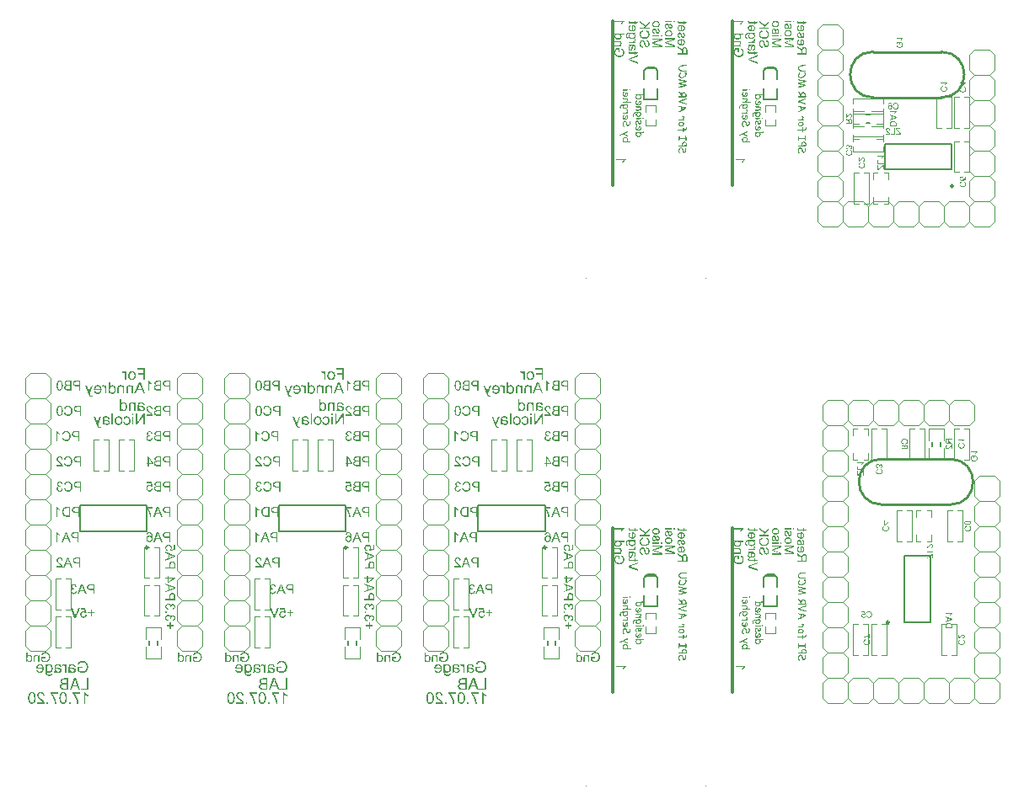
<source format=gbo>
G04*
G04 #@! TF.GenerationSoftware,Altium Limited,Altium Designer,20.1.12 (249)*
G04*
G04 Layer_Color=32896*
%FSLAX25Y25*%
%MOIN*%
G70*
G04*
G04 #@! TF.SameCoordinates,93090BFA-B333-45B1-ADBD-1567DB3BF8F2*
G04*
G04*
G04 #@! TF.FilePolarity,Positive*
G04*
G01*
G75*
%ADD14C,0.00984*%
%ADD56C,0.00394*%
%ADD57C,0.00787*%
%ADD58C,0.00500*%
%ADD59C,0.01181*%
%ADD103C,0.01000*%
G36*
X308636Y272624D02*
X308106D01*
Y273091D01*
X308636D01*
Y272624D01*
D02*
G37*
G36*
X307594D02*
X304852D01*
Y273091D01*
X307594D01*
Y272624D01*
D02*
G37*
G36*
X261392D02*
X260862D01*
Y273091D01*
X261392D01*
Y272624D01*
D02*
G37*
G36*
X260350D02*
X257608D01*
Y273091D01*
X260350D01*
Y272624D01*
D02*
G37*
G36*
X310267Y273027D02*
X310255Y272941D01*
Y272906D01*
X310249Y272877D01*
Y272820D01*
X310255Y272751D01*
X310267Y272699D01*
X310273Y272670D01*
X310278Y272659D01*
X310307Y272624D01*
X310336Y272601D01*
X310359Y272589D01*
X310370Y272584D01*
X310399Y272578D01*
X310434Y272572D01*
X310520Y272566D01*
X310561Y272561D01*
X312231D01*
Y273027D01*
X312594D01*
Y272561D01*
X313550D01*
X313268Y272094D01*
X312594D01*
Y271748D01*
X312231D01*
Y272094D01*
X310509D01*
X310445Y272100D01*
X310388D01*
X310336Y272106D01*
X310296Y272111D01*
X310221Y272123D01*
X310163Y272129D01*
X310129Y272140D01*
X310105Y272146D01*
X310100D01*
X310054Y272169D01*
X310013Y272203D01*
X309979Y272232D01*
X309950Y272267D01*
X309927Y272296D01*
X309910Y272319D01*
X309898Y272336D01*
X309892Y272342D01*
X309869Y272399D01*
X309852Y272463D01*
X309835Y272532D01*
X309829Y272595D01*
X309823Y272653D01*
X309818Y272699D01*
Y272739D01*
X309823Y272860D01*
X309829Y272918D01*
X309841Y272970D01*
X309846Y273021D01*
X309852Y273056D01*
X309858Y273079D01*
Y273091D01*
X310267Y273027D01*
D02*
G37*
G36*
X290791D02*
X290779Y272941D01*
Y272906D01*
X290774Y272877D01*
Y272820D01*
X290779Y272751D01*
X290791Y272699D01*
X290797Y272670D01*
X290803Y272659D01*
X290831Y272624D01*
X290860Y272601D01*
X290883Y272589D01*
X290895Y272584D01*
X290924Y272578D01*
X290958Y272572D01*
X291044Y272566D01*
X291085Y272561D01*
X292755D01*
Y273027D01*
X293118D01*
Y272561D01*
X294074D01*
X293792Y272094D01*
X293118D01*
Y271748D01*
X292755D01*
Y272094D01*
X291033D01*
X290969Y272100D01*
X290912D01*
X290860Y272106D01*
X290820Y272111D01*
X290745Y272123D01*
X290687Y272129D01*
X290653Y272140D01*
X290630Y272146D01*
X290624D01*
X290578Y272169D01*
X290538Y272203D01*
X290503Y272232D01*
X290474Y272267D01*
X290451Y272296D01*
X290434Y272319D01*
X290422Y272336D01*
X290417Y272342D01*
X290394Y272399D01*
X290376Y272463D01*
X290359Y272532D01*
X290353Y272595D01*
X290348Y272653D01*
X290342Y272699D01*
Y272739D01*
X290348Y272860D01*
X290353Y272918D01*
X290365Y272970D01*
X290370Y273021D01*
X290376Y273056D01*
X290382Y273079D01*
Y273091D01*
X290791Y273027D01*
D02*
G37*
G36*
X263023D02*
X263011Y272941D01*
Y272906D01*
X263005Y272877D01*
Y272820D01*
X263011Y272751D01*
X263023Y272699D01*
X263029Y272670D01*
X263034Y272659D01*
X263063Y272624D01*
X263092Y272601D01*
X263115Y272589D01*
X263126Y272584D01*
X263155Y272578D01*
X263190Y272572D01*
X263276Y272566D01*
X263316Y272561D01*
X264987D01*
Y273027D01*
X265350D01*
Y272561D01*
X266306D01*
X266024Y272094D01*
X265350D01*
Y271748D01*
X264987D01*
Y272094D01*
X263265D01*
X263201Y272100D01*
X263144D01*
X263092Y272106D01*
X263052Y272111D01*
X262977Y272123D01*
X262919Y272129D01*
X262884Y272140D01*
X262861Y272146D01*
X262856D01*
X262810Y272169D01*
X262769Y272203D01*
X262735Y272232D01*
X262706Y272267D01*
X262683Y272296D01*
X262666Y272319D01*
X262654Y272336D01*
X262648Y272342D01*
X262625Y272399D01*
X262608Y272463D01*
X262591Y272532D01*
X262585Y272595D01*
X262579Y272653D01*
X262574Y272699D01*
Y272739D01*
X262579Y272860D01*
X262585Y272918D01*
X262597Y272970D01*
X262602Y273021D01*
X262608Y273056D01*
X262614Y273079D01*
Y273091D01*
X263023Y273027D01*
D02*
G37*
G36*
X243547D02*
X243535Y272941D01*
Y272906D01*
X243530Y272877D01*
Y272820D01*
X243535Y272751D01*
X243547Y272699D01*
X243553Y272670D01*
X243558Y272659D01*
X243587Y272624D01*
X243616Y272601D01*
X243639Y272589D01*
X243651Y272584D01*
X243679Y272578D01*
X243714Y272572D01*
X243800Y272566D01*
X243841Y272561D01*
X245511D01*
Y273027D01*
X245874D01*
Y272561D01*
X246830D01*
X246548Y272094D01*
X245874D01*
Y271748D01*
X245511D01*
Y272094D01*
X243789D01*
X243725Y272100D01*
X243668D01*
X243616Y272106D01*
X243576Y272111D01*
X243501Y272123D01*
X243443Y272129D01*
X243409Y272140D01*
X243386Y272146D01*
X243380D01*
X243334Y272169D01*
X243293Y272203D01*
X243259Y272232D01*
X243230Y272267D01*
X243207Y272296D01*
X243190Y272319D01*
X243178Y272336D01*
X243173Y272342D01*
X243149Y272399D01*
X243132Y272463D01*
X243115Y272532D01*
X243109Y272595D01*
X243103Y272653D01*
X243098Y272699D01*
Y272739D01*
X243103Y272860D01*
X243109Y272918D01*
X243121Y272970D01*
X243126Y273021D01*
X243132Y273056D01*
X243138Y273079D01*
Y273091D01*
X243547Y273027D01*
D02*
G37*
G36*
X288613Y272785D02*
X288521Y272733D01*
X288429Y272670D01*
X288343Y272601D01*
X288262Y272532D01*
X288199Y272468D01*
X288147Y272417D01*
X288112Y272382D01*
X288106Y272376D01*
X288101Y272371D01*
X288009Y272261D01*
X287922Y272146D01*
X287847Y272031D01*
X287784Y271927D01*
X287732Y271835D01*
X287715Y271795D01*
X287698Y271760D01*
X287680Y271737D01*
X287669Y271714D01*
X287663Y271702D01*
Y271697D01*
X287208D01*
X287243Y271777D01*
X287283Y271864D01*
X287317Y271944D01*
X287358Y272019D01*
X287392Y272082D01*
X287421Y272134D01*
X287444Y272169D01*
X287450Y272175D01*
Y272181D01*
X287508Y272278D01*
X287571Y272365D01*
X287623Y272440D01*
X287674Y272503D01*
X287715Y272555D01*
X287744Y272595D01*
X287767Y272618D01*
X287772Y272624D01*
X284812D01*
Y273091D01*
X288613D01*
Y272785D01*
D02*
G37*
G36*
X241369D02*
X241277Y272733D01*
X241185Y272670D01*
X241099Y272601D01*
X241018Y272532D01*
X240955Y272468D01*
X240903Y272417D01*
X240868Y272382D01*
X240862Y272376D01*
X240857Y272371D01*
X240764Y272261D01*
X240678Y272146D01*
X240603Y272031D01*
X240540Y271927D01*
X240488Y271835D01*
X240471Y271795D01*
X240454Y271760D01*
X240436Y271737D01*
X240425Y271714D01*
X240419Y271702D01*
Y271697D01*
X239964D01*
X239998Y271777D01*
X240039Y271864D01*
X240073Y271944D01*
X240114Y272019D01*
X240148Y272082D01*
X240177Y272134D01*
X240200Y272169D01*
X240206Y272175D01*
Y272181D01*
X240263Y272278D01*
X240327Y272365D01*
X240379Y272440D01*
X240430Y272503D01*
X240471Y272555D01*
X240499Y272595D01*
X240523Y272618D01*
X240528Y272624D01*
X237568D01*
Y273091D01*
X241369D01*
Y272785D01*
D02*
G37*
G36*
X301378Y273085D02*
X301488Y273073D01*
X301597Y273056D01*
X301695Y273033D01*
X301787Y273004D01*
X301868Y272975D01*
X301949Y272941D01*
X302018Y272912D01*
X302076Y272877D01*
X302133Y272843D01*
X302179Y272814D01*
X302214Y272785D01*
X302242Y272762D01*
X302266Y272745D01*
X302277Y272733D01*
X302283Y272728D01*
X302346Y272659D01*
X302404Y272584D01*
X302456Y272509D01*
X302502Y272434D01*
X302536Y272353D01*
X302565Y272278D01*
X302611Y272134D01*
X302628Y272065D01*
X302640Y272002D01*
X302646Y271950D01*
X302652Y271898D01*
X302657Y271858D01*
Y271806D01*
X302652Y271714D01*
X302646Y271622D01*
X302611Y271455D01*
X302559Y271305D01*
X302531Y271242D01*
X302507Y271184D01*
X302479Y271126D01*
X302450Y271080D01*
X302421Y271040D01*
X302398Y271005D01*
X302381Y270977D01*
X302363Y270959D01*
X302358Y270948D01*
X302352Y270942D01*
X302277Y270867D01*
X302196Y270804D01*
X302110Y270746D01*
X302018Y270700D01*
X301926Y270660D01*
X301834Y270625D01*
X301741Y270597D01*
X301649Y270573D01*
X301563Y270556D01*
X301482Y270545D01*
X301413Y270533D01*
X301350Y270527D01*
X301298D01*
X301257Y270522D01*
X301223D01*
X301096Y270527D01*
X300975Y270539D01*
X300866Y270556D01*
X300762Y270579D01*
X300670Y270602D01*
X300578Y270631D01*
X300503Y270666D01*
X300428Y270700D01*
X300365Y270729D01*
X300313Y270763D01*
X300267Y270792D01*
X300226Y270821D01*
X300198Y270838D01*
X300175Y270856D01*
X300163Y270867D01*
X300157Y270873D01*
X300094Y270942D01*
X300036Y271017D01*
X299985Y271092D01*
X299944Y271172D01*
X299910Y271247D01*
X299881Y271328D01*
X299835Y271472D01*
X299817Y271541D01*
X299806Y271604D01*
X299800Y271662D01*
X299795Y271708D01*
X299789Y271748D01*
Y271806D01*
X299795Y271938D01*
X299817Y272059D01*
X299841Y272169D01*
X299875Y272267D01*
X299904Y272347D01*
X299933Y272411D01*
X299939Y272434D01*
X299950Y272451D01*
X299956Y272457D01*
Y272463D01*
X300025Y272572D01*
X300100Y272664D01*
X300175Y272745D01*
X300250Y272808D01*
X300319Y272860D01*
X300371Y272901D01*
X300411Y272923D01*
X300417Y272929D01*
X300422D01*
X300543Y272981D01*
X300682Y273021D01*
X300820Y273050D01*
X300952Y273073D01*
X301016Y273079D01*
X301073Y273085D01*
X301125D01*
X301171Y273091D01*
X301257D01*
X301378Y273085D01*
D02*
G37*
G36*
X254134D02*
X254244Y273073D01*
X254353Y273056D01*
X254451Y273033D01*
X254543Y273004D01*
X254624Y272975D01*
X254705Y272941D01*
X254774Y272912D01*
X254831Y272877D01*
X254889Y272843D01*
X254935Y272814D01*
X254970Y272785D01*
X254998Y272762D01*
X255022Y272745D01*
X255033Y272733D01*
X255039Y272728D01*
X255102Y272659D01*
X255160Y272584D01*
X255211Y272509D01*
X255258Y272434D01*
X255292Y272353D01*
X255321Y272278D01*
X255367Y272134D01*
X255384Y272065D01*
X255396Y272002D01*
X255402Y271950D01*
X255407Y271898D01*
X255413Y271858D01*
Y271806D01*
X255407Y271714D01*
X255402Y271622D01*
X255367Y271455D01*
X255315Y271305D01*
X255286Y271242D01*
X255263Y271184D01*
X255235Y271126D01*
X255206Y271080D01*
X255177Y271040D01*
X255154Y271005D01*
X255137Y270977D01*
X255119Y270959D01*
X255114Y270948D01*
X255108Y270942D01*
X255033Y270867D01*
X254952Y270804D01*
X254866Y270746D01*
X254774Y270700D01*
X254682Y270660D01*
X254589Y270625D01*
X254497Y270597D01*
X254405Y270573D01*
X254319Y270556D01*
X254238Y270545D01*
X254169Y270533D01*
X254106Y270527D01*
X254054D01*
X254013Y270522D01*
X253979D01*
X253852Y270527D01*
X253731Y270539D01*
X253622Y270556D01*
X253518Y270579D01*
X253426Y270602D01*
X253334Y270631D01*
X253259Y270666D01*
X253184Y270700D01*
X253121Y270729D01*
X253069Y270763D01*
X253023Y270792D01*
X252982Y270821D01*
X252954Y270838D01*
X252931Y270856D01*
X252919Y270867D01*
X252913Y270873D01*
X252850Y270942D01*
X252792Y271017D01*
X252741Y271092D01*
X252700Y271172D01*
X252666Y271247D01*
X252637Y271328D01*
X252591Y271472D01*
X252573Y271541D01*
X252562Y271604D01*
X252556Y271662D01*
X252550Y271708D01*
X252545Y271748D01*
Y271806D01*
X252550Y271938D01*
X252573Y272059D01*
X252596Y272169D01*
X252631Y272267D01*
X252660Y272347D01*
X252689Y272411D01*
X252694Y272434D01*
X252706Y272451D01*
X252712Y272457D01*
Y272463D01*
X252781Y272572D01*
X252856Y272664D01*
X252931Y272745D01*
X253006Y272808D01*
X253075Y272860D01*
X253126Y272901D01*
X253167Y272923D01*
X253172Y272929D01*
X253178D01*
X253299Y272981D01*
X253437Y273021D01*
X253576Y273050D01*
X253708Y273073D01*
X253771Y273079D01*
X253829Y273085D01*
X253881D01*
X253927Y273091D01*
X254013D01*
X254134Y273085D01*
D02*
G37*
G36*
X297067Y271432D02*
X298605Y273021D01*
Y272342D01*
X296733Y270464D01*
X298605D01*
Y269963D01*
X294820D01*
Y270464D01*
X296134D01*
X296727Y271080D01*
X294820Y272428D01*
Y273091D01*
X297067Y271432D01*
D02*
G37*
G36*
X249823D02*
X251361Y273021D01*
Y272342D01*
X249489Y270464D01*
X251361D01*
Y269963D01*
X247576D01*
Y270464D01*
X248890D01*
X249483Y271080D01*
X247576Y272428D01*
Y273091D01*
X249823Y271432D01*
D02*
G37*
G36*
X305739Y272065D02*
X305814Y272054D01*
X305883Y272037D01*
X305941Y272013D01*
X305987Y271990D01*
X306021Y271973D01*
X306044Y271962D01*
X306050Y271956D01*
X306108Y271910D01*
X306154Y271864D01*
X306200Y271812D01*
X306235Y271760D01*
X306258Y271720D01*
X306275Y271685D01*
X306286Y271662D01*
X306292Y271651D01*
X306309Y271610D01*
X306327Y271564D01*
X306361Y271461D01*
X306401Y271345D01*
X306436Y271230D01*
X306465Y271126D01*
X306476Y271080D01*
X306488Y271040D01*
X306500Y271005D01*
X306505Y270982D01*
X306511Y270965D01*
Y270959D01*
X306528Y270896D01*
X306546Y270844D01*
X306569Y270752D01*
X306592Y270677D01*
X306609Y270625D01*
X306620Y270585D01*
X306626Y270562D01*
X306632Y270550D01*
Y270545D01*
X306649Y270504D01*
X306672Y270464D01*
X306690Y270435D01*
X306713Y270412D01*
X306741Y270378D01*
X306747Y270372D01*
X306753Y270366D01*
X306810Y270337D01*
X306862Y270320D01*
X306885D01*
X306903Y270314D01*
X306920D01*
X306972Y270320D01*
X307018Y270337D01*
X307064Y270355D01*
X307099Y270383D01*
X307127Y270406D01*
X307150Y270424D01*
X307162Y270441D01*
X307168Y270447D01*
X307202Y270504D01*
X307231Y270579D01*
X307248Y270654D01*
X307265Y270729D01*
X307271Y270798D01*
X307277Y270856D01*
Y270907D01*
X307271Y271005D01*
X307260Y271086D01*
X307237Y271161D01*
X307220Y271219D01*
X307196Y271265D01*
X307173Y271299D01*
X307162Y271322D01*
X307156Y271328D01*
X307110Y271380D01*
X307052Y271420D01*
X307001Y271455D01*
X306949Y271478D01*
X306903Y271495D01*
X306862Y271507D01*
X306839Y271512D01*
X306828D01*
X306891Y271967D01*
X306983Y271944D01*
X307064Y271921D01*
X307139Y271892D01*
X307196Y271869D01*
X307242Y271841D01*
X307277Y271818D01*
X307300Y271806D01*
X307306Y271800D01*
X307364Y271754D01*
X307415Y271697D01*
X307456Y271633D01*
X307496Y271576D01*
X307519Y271524D01*
X307542Y271478D01*
X307554Y271449D01*
X307559Y271443D01*
Y271437D01*
X307594Y271345D01*
X307617Y271247D01*
X307634Y271155D01*
X307646Y271063D01*
X307651Y270988D01*
X307657Y270925D01*
Y270792D01*
X307646Y270717D01*
X307640Y270654D01*
X307628Y270591D01*
X307617Y270539D01*
X307611Y270504D01*
X307600Y270481D01*
Y270470D01*
X307577Y270406D01*
X307554Y270349D01*
X307530Y270297D01*
X307507Y270257D01*
X307490Y270222D01*
X307473Y270199D01*
X307467Y270182D01*
X307461Y270176D01*
X307421Y270124D01*
X307375Y270078D01*
X307335Y270038D01*
X307294Y270009D01*
X307260Y269980D01*
X307231Y269963D01*
X307208Y269951D01*
X307202Y269946D01*
X307145Y269917D01*
X307081Y269900D01*
X307024Y269882D01*
X306972Y269877D01*
X306931Y269871D01*
X306891Y269865D01*
X306862D01*
X306787Y269871D01*
X306718Y269882D01*
X306655Y269894D01*
X306603Y269917D01*
X306557Y269934D01*
X306522Y269946D01*
X306500Y269957D01*
X306494Y269963D01*
X306436Y270003D01*
X306384Y270055D01*
X306338Y270101D01*
X306304Y270153D01*
X306275Y270193D01*
X306252Y270228D01*
X306240Y270257D01*
X306235Y270262D01*
X306217Y270303D01*
X306200Y270349D01*
X306160Y270458D01*
X306125Y270579D01*
X306090Y270694D01*
X306056Y270804D01*
X306044Y270850D01*
X306033Y270896D01*
X306021Y270931D01*
X306016Y270954D01*
X306010Y270971D01*
Y270977D01*
X305993Y271046D01*
X305975Y271109D01*
X305964Y271161D01*
X305946Y271213D01*
X305918Y271293D01*
X305900Y271357D01*
X305877Y271403D01*
X305866Y271432D01*
X305860Y271449D01*
X305854Y271455D01*
X305820Y271501D01*
X305780Y271535D01*
X305733Y271558D01*
X305699Y271576D01*
X305659Y271587D01*
X305635Y271593D01*
X305607D01*
X305543Y271587D01*
X305486Y271570D01*
X305428Y271541D01*
X305382Y271518D01*
X305347Y271489D01*
X305319Y271461D01*
X305301Y271443D01*
X305296Y271437D01*
X305255Y271374D01*
X305221Y271299D01*
X305198Y271219D01*
X305186Y271138D01*
X305175Y271069D01*
X305169Y271011D01*
Y270959D01*
X305175Y270850D01*
X305192Y270746D01*
X305215Y270666D01*
X305244Y270591D01*
X305267Y270539D01*
X305290Y270498D01*
X305307Y270470D01*
X305313Y270464D01*
X305376Y270406D01*
X305445Y270355D01*
X305515Y270320D01*
X305584Y270291D01*
X305647Y270274D01*
X305699Y270257D01*
X305733Y270251D01*
X305745D01*
X305670Y269790D01*
X305515Y269825D01*
X305382Y269877D01*
X305267Y269934D01*
X305175Y269992D01*
X305100Y270049D01*
X305048Y270095D01*
X305019Y270130D01*
X305008Y270136D01*
Y270141D01*
X304967Y270199D01*
X304933Y270257D01*
X304881Y270389D01*
X304841Y270522D01*
X304818Y270654D01*
X304800Y270775D01*
X304795Y270827D01*
Y270873D01*
X304789Y270907D01*
Y270959D01*
X304795Y271075D01*
X304806Y271184D01*
X304823Y271282D01*
X304846Y271368D01*
X304864Y271437D01*
X304881Y271489D01*
X304892Y271524D01*
X304898Y271535D01*
X304944Y271627D01*
X304996Y271708D01*
X305048Y271777D01*
X305100Y271829D01*
X305146Y271875D01*
X305180Y271910D01*
X305204Y271927D01*
X305215Y271933D01*
X305296Y271979D01*
X305370Y272013D01*
X305445Y272037D01*
X305515Y272054D01*
X305566Y272065D01*
X305612Y272071D01*
X305653D01*
X305739Y272065D01*
D02*
G37*
G36*
X258495D02*
X258570Y272054D01*
X258639Y272037D01*
X258697Y272013D01*
X258743Y271990D01*
X258777Y271973D01*
X258800Y271962D01*
X258806Y271956D01*
X258864Y271910D01*
X258910Y271864D01*
X258956Y271812D01*
X258990Y271760D01*
X259014Y271720D01*
X259031Y271685D01*
X259042Y271662D01*
X259048Y271651D01*
X259065Y271610D01*
X259083Y271564D01*
X259117Y271461D01*
X259157Y271345D01*
X259192Y271230D01*
X259221Y271126D01*
X259232Y271080D01*
X259244Y271040D01*
X259255Y271005D01*
X259261Y270982D01*
X259267Y270965D01*
Y270959D01*
X259284Y270896D01*
X259301Y270844D01*
X259325Y270752D01*
X259348Y270677D01*
X259365Y270625D01*
X259376Y270585D01*
X259382Y270562D01*
X259388Y270550D01*
Y270545D01*
X259405Y270504D01*
X259428Y270464D01*
X259445Y270435D01*
X259469Y270412D01*
X259497Y270378D01*
X259503Y270372D01*
X259509Y270366D01*
X259566Y270337D01*
X259618Y270320D01*
X259641D01*
X259659Y270314D01*
X259676D01*
X259728Y270320D01*
X259774Y270337D01*
X259820Y270355D01*
X259854Y270383D01*
X259883Y270406D01*
X259906Y270424D01*
X259918Y270441D01*
X259924Y270447D01*
X259958Y270504D01*
X259987Y270579D01*
X260004Y270654D01*
X260021Y270729D01*
X260027Y270798D01*
X260033Y270856D01*
Y270907D01*
X260027Y271005D01*
X260016Y271086D01*
X259993Y271161D01*
X259975Y271219D01*
X259952Y271265D01*
X259929Y271299D01*
X259918Y271322D01*
X259912Y271328D01*
X259866Y271380D01*
X259808Y271420D01*
X259756Y271455D01*
X259705Y271478D01*
X259659Y271495D01*
X259618Y271507D01*
X259595Y271512D01*
X259584D01*
X259647Y271967D01*
X259739Y271944D01*
X259820Y271921D01*
X259895Y271892D01*
X259952Y271869D01*
X259998Y271841D01*
X260033Y271818D01*
X260056Y271806D01*
X260062Y271800D01*
X260119Y271754D01*
X260171Y271697D01*
X260211Y271633D01*
X260252Y271576D01*
X260275Y271524D01*
X260298Y271478D01*
X260310Y271449D01*
X260315Y271443D01*
Y271437D01*
X260350Y271345D01*
X260373Y271247D01*
X260390Y271155D01*
X260402Y271063D01*
X260407Y270988D01*
X260413Y270925D01*
Y270792D01*
X260402Y270717D01*
X260396Y270654D01*
X260384Y270591D01*
X260373Y270539D01*
X260367Y270504D01*
X260355Y270481D01*
Y270470D01*
X260332Y270406D01*
X260310Y270349D01*
X260286Y270297D01*
X260263Y270257D01*
X260246Y270222D01*
X260229Y270199D01*
X260223Y270182D01*
X260217Y270176D01*
X260177Y270124D01*
X260131Y270078D01*
X260091Y270038D01*
X260050Y270009D01*
X260016Y269980D01*
X259987Y269963D01*
X259964Y269951D01*
X259958Y269946D01*
X259900Y269917D01*
X259837Y269900D01*
X259780Y269882D01*
X259728Y269877D01*
X259687Y269871D01*
X259647Y269865D01*
X259618D01*
X259543Y269871D01*
X259474Y269882D01*
X259411Y269894D01*
X259359Y269917D01*
X259313Y269934D01*
X259278Y269946D01*
X259255Y269957D01*
X259250Y269963D01*
X259192Y270003D01*
X259140Y270055D01*
X259094Y270101D01*
X259060Y270153D01*
X259031Y270193D01*
X259008Y270228D01*
X258996Y270257D01*
X258990Y270262D01*
X258973Y270303D01*
X258956Y270349D01*
X258915Y270458D01*
X258881Y270579D01*
X258846Y270694D01*
X258812Y270804D01*
X258800Y270850D01*
X258789Y270896D01*
X258777Y270931D01*
X258771Y270954D01*
X258766Y270971D01*
Y270977D01*
X258749Y271046D01*
X258731Y271109D01*
X258720Y271161D01*
X258702Y271213D01*
X258674Y271293D01*
X258656Y271357D01*
X258633Y271403D01*
X258622Y271432D01*
X258616Y271449D01*
X258610Y271455D01*
X258576Y271501D01*
X258535Y271535D01*
X258489Y271558D01*
X258455Y271576D01*
X258414Y271587D01*
X258391Y271593D01*
X258363D01*
X258299Y271587D01*
X258242Y271570D01*
X258184Y271541D01*
X258138Y271518D01*
X258103Y271489D01*
X258075Y271461D01*
X258057Y271443D01*
X258051Y271437D01*
X258011Y271374D01*
X257977Y271299D01*
X257954Y271219D01*
X257942Y271138D01*
X257931Y271069D01*
X257925Y271011D01*
Y270959D01*
X257931Y270850D01*
X257948Y270746D01*
X257971Y270666D01*
X258000Y270591D01*
X258023Y270539D01*
X258046Y270498D01*
X258063Y270470D01*
X258069Y270464D01*
X258132Y270406D01*
X258201Y270355D01*
X258270Y270320D01*
X258340Y270291D01*
X258403Y270274D01*
X258455Y270257D01*
X258489Y270251D01*
X258501D01*
X258426Y269790D01*
X258270Y269825D01*
X258138Y269877D01*
X258023Y269934D01*
X257931Y269992D01*
X257856Y270049D01*
X257804Y270095D01*
X257775Y270130D01*
X257764Y270136D01*
Y270141D01*
X257723Y270199D01*
X257689Y270257D01*
X257637Y270389D01*
X257596Y270522D01*
X257574Y270654D01*
X257556Y270775D01*
X257550Y270827D01*
Y270873D01*
X257545Y270907D01*
Y270959D01*
X257550Y271075D01*
X257562Y271184D01*
X257579Y271282D01*
X257602Y271368D01*
X257620Y271437D01*
X257637Y271489D01*
X257648Y271524D01*
X257654Y271535D01*
X257700Y271627D01*
X257752Y271708D01*
X257804Y271777D01*
X257856Y271829D01*
X257902Y271875D01*
X257936Y271910D01*
X257959Y271927D01*
X257971Y271933D01*
X258051Y271979D01*
X258126Y272013D01*
X258201Y272037D01*
X258270Y272054D01*
X258322Y272065D01*
X258368Y272071D01*
X258409D01*
X258495Y272065D01*
D02*
G37*
G36*
X311350Y271443D02*
X311465Y271432D01*
X311574Y271414D01*
X311672Y271397D01*
X311770Y271368D01*
X311857Y271340D01*
X311931Y271305D01*
X312006Y271276D01*
X312070Y271242D01*
X312122Y271207D01*
X312168Y271178D01*
X312208Y271155D01*
X312237Y271132D01*
X312260Y271115D01*
X312271Y271103D01*
X312277Y271098D01*
X312346Y271028D01*
X312404Y270959D01*
X312456Y270884D01*
X312496Y270810D01*
X312536Y270735D01*
X312565Y270660D01*
X312611Y270522D01*
X312628Y270452D01*
X312640Y270395D01*
X312646Y270337D01*
X312651Y270291D01*
X312657Y270251D01*
Y270199D01*
X312651Y270095D01*
X312640Y269997D01*
X312623Y269905D01*
X312600Y269819D01*
X312565Y269732D01*
X312536Y269658D01*
X312502Y269588D01*
X312467Y269525D01*
X312427Y269467D01*
X312392Y269421D01*
X312364Y269375D01*
X312335Y269341D01*
X312306Y269312D01*
X312289Y269295D01*
X312277Y269283D01*
X312271Y269277D01*
X312196Y269214D01*
X312116Y269162D01*
X312029Y269116D01*
X311943Y269076D01*
X311851Y269041D01*
X311764Y269012D01*
X311592Y268972D01*
X311511Y268955D01*
X311436Y268943D01*
X311367Y268938D01*
X311309Y268932D01*
X311263Y268926D01*
X311194D01*
X311073Y268932D01*
X310958Y268943D01*
X310849Y268961D01*
X310751Y268984D01*
X310659Y269007D01*
X310572Y269036D01*
X310497Y269070D01*
X310428Y269105D01*
X310365Y269133D01*
X310307Y269168D01*
X310261Y269197D01*
X310226Y269226D01*
X310198Y269243D01*
X310175Y269260D01*
X310163Y269272D01*
X310157Y269277D01*
X310094Y269346D01*
X310036Y269421D01*
X309985Y269496D01*
X309944Y269577D01*
X309910Y269652D01*
X309881Y269732D01*
X309835Y269882D01*
X309818Y269957D01*
X309806Y270021D01*
X309800Y270078D01*
X309794Y270130D01*
X309789Y270170D01*
Y270228D01*
X309800Y270401D01*
X309823Y270550D01*
X309864Y270689D01*
X309904Y270798D01*
X309927Y270850D01*
X309944Y270890D01*
X309967Y270925D01*
X309985Y270954D01*
X309996Y270982D01*
X310008Y271000D01*
X310019Y271005D01*
Y271011D01*
X310111Y271115D01*
X310221Y271207D01*
X310330Y271276D01*
X310434Y271334D01*
X310532Y271380D01*
X310572Y271397D01*
X310607Y271409D01*
X310635Y271420D01*
X310659Y271426D01*
X310670Y271432D01*
X310676D01*
X310739Y270954D01*
X310635Y270907D01*
X310543Y270861D01*
X310468Y270815D01*
X310411Y270769D01*
X310359Y270729D01*
X310330Y270694D01*
X310307Y270671D01*
X310301Y270666D01*
X310255Y270597D01*
X310226Y270522D01*
X310204Y270447D01*
X310186Y270378D01*
X310175Y270320D01*
X310169Y270274D01*
Y270228D01*
X310180Y270107D01*
X310204Y269997D01*
X310244Y269900D01*
X310290Y269813D01*
X310330Y269750D01*
X310370Y269698D01*
X310394Y269669D01*
X310405Y269658D01*
X310503Y269583D01*
X310618Y269519D01*
X310733Y269479D01*
X310843Y269444D01*
X310946Y269421D01*
X310987Y269416D01*
X311027Y269410D01*
X311056D01*
X311085Y269404D01*
X311102D01*
Y271443D01*
X311154Y271449D01*
X311223D01*
X311350Y271443D01*
D02*
G37*
G36*
X291874D02*
X291989Y271432D01*
X292098Y271414D01*
X292196Y271397D01*
X292294Y271368D01*
X292381Y271340D01*
X292456Y271305D01*
X292530Y271276D01*
X292594Y271242D01*
X292646Y271207D01*
X292692Y271178D01*
X292732Y271155D01*
X292761Y271132D01*
X292784Y271115D01*
X292795Y271103D01*
X292801Y271098D01*
X292870Y271028D01*
X292928Y270959D01*
X292980Y270884D01*
X293020Y270810D01*
X293060Y270735D01*
X293089Y270660D01*
X293135Y270522D01*
X293153Y270452D01*
X293164Y270395D01*
X293170Y270337D01*
X293176Y270291D01*
X293181Y270251D01*
Y270199D01*
X293176Y270095D01*
X293164Y269997D01*
X293147Y269905D01*
X293124Y269819D01*
X293089Y269732D01*
X293060Y269658D01*
X293026Y269588D01*
X292991Y269525D01*
X292951Y269467D01*
X292916Y269421D01*
X292888Y269375D01*
X292859Y269341D01*
X292830Y269312D01*
X292813Y269295D01*
X292801Y269283D01*
X292795Y269277D01*
X292721Y269214D01*
X292640Y269162D01*
X292553Y269116D01*
X292467Y269076D01*
X292375Y269041D01*
X292289Y269012D01*
X292116Y268972D01*
X292035Y268955D01*
X291960Y268943D01*
X291891Y268938D01*
X291834Y268932D01*
X291788Y268926D01*
X291718D01*
X291597Y268932D01*
X291482Y268943D01*
X291373Y268961D01*
X291275Y268984D01*
X291183Y269007D01*
X291096Y269036D01*
X291021Y269070D01*
X290952Y269105D01*
X290889Y269133D01*
X290831Y269168D01*
X290785Y269197D01*
X290751Y269226D01*
X290722Y269243D01*
X290699Y269260D01*
X290687Y269272D01*
X290682Y269277D01*
X290618Y269346D01*
X290561Y269421D01*
X290509Y269496D01*
X290468Y269577D01*
X290434Y269652D01*
X290405Y269732D01*
X290359Y269882D01*
X290342Y269957D01*
X290330Y270021D01*
X290324Y270078D01*
X290319Y270130D01*
X290313Y270170D01*
Y270228D01*
X290324Y270401D01*
X290348Y270550D01*
X290388Y270689D01*
X290428Y270798D01*
X290451Y270850D01*
X290468Y270890D01*
X290492Y270925D01*
X290509Y270954D01*
X290520Y270982D01*
X290532Y271000D01*
X290543Y271005D01*
Y271011D01*
X290635Y271115D01*
X290745Y271207D01*
X290854Y271276D01*
X290958Y271334D01*
X291056Y271380D01*
X291096Y271397D01*
X291131Y271409D01*
X291160Y271420D01*
X291183Y271426D01*
X291194Y271432D01*
X291200D01*
X291263Y270954D01*
X291160Y270907D01*
X291068Y270861D01*
X290993Y270815D01*
X290935Y270769D01*
X290883Y270729D01*
X290854Y270694D01*
X290831Y270671D01*
X290826Y270666D01*
X290779Y270597D01*
X290751Y270522D01*
X290728Y270447D01*
X290710Y270378D01*
X290699Y270320D01*
X290693Y270274D01*
Y270228D01*
X290705Y270107D01*
X290728Y269997D01*
X290768Y269900D01*
X290814Y269813D01*
X290854Y269750D01*
X290895Y269698D01*
X290918Y269669D01*
X290929Y269658D01*
X291027Y269583D01*
X291142Y269519D01*
X291258Y269479D01*
X291367Y269444D01*
X291471Y269421D01*
X291511Y269416D01*
X291551Y269410D01*
X291580D01*
X291609Y269404D01*
X291626D01*
Y271443D01*
X291678Y271449D01*
X291747D01*
X291874Y271443D01*
D02*
G37*
G36*
X264106D02*
X264221Y271432D01*
X264330Y271414D01*
X264428Y271397D01*
X264526Y271368D01*
X264613Y271340D01*
X264687Y271305D01*
X264762Y271276D01*
X264826Y271242D01*
X264877Y271207D01*
X264924Y271178D01*
X264964Y271155D01*
X264993Y271132D01*
X265016Y271115D01*
X265027Y271103D01*
X265033Y271098D01*
X265102Y271028D01*
X265160Y270959D01*
X265212Y270884D01*
X265252Y270810D01*
X265292Y270735D01*
X265321Y270660D01*
X265367Y270522D01*
X265384Y270452D01*
X265396Y270395D01*
X265402Y270337D01*
X265407Y270291D01*
X265413Y270251D01*
Y270199D01*
X265407Y270095D01*
X265396Y269997D01*
X265379Y269905D01*
X265355Y269819D01*
X265321Y269732D01*
X265292Y269658D01*
X265258Y269588D01*
X265223Y269525D01*
X265183Y269467D01*
X265148Y269421D01*
X265119Y269375D01*
X265091Y269341D01*
X265062Y269312D01*
X265044Y269295D01*
X265033Y269283D01*
X265027Y269277D01*
X264952Y269214D01*
X264872Y269162D01*
X264785Y269116D01*
X264699Y269076D01*
X264607Y269041D01*
X264520Y269012D01*
X264348Y268972D01*
X264267Y268955D01*
X264192Y268943D01*
X264123Y268938D01*
X264065Y268932D01*
X264019Y268926D01*
X263950D01*
X263829Y268932D01*
X263714Y268943D01*
X263604Y268961D01*
X263507Y268984D01*
X263414Y269007D01*
X263328Y269036D01*
X263253Y269070D01*
X263184Y269105D01*
X263121Y269133D01*
X263063Y269168D01*
X263017Y269197D01*
X262982Y269226D01*
X262954Y269243D01*
X262931Y269260D01*
X262919Y269272D01*
X262913Y269277D01*
X262850Y269346D01*
X262792Y269421D01*
X262740Y269496D01*
X262700Y269577D01*
X262666Y269652D01*
X262637Y269732D01*
X262591Y269882D01*
X262574Y269957D01*
X262562Y270021D01*
X262556Y270078D01*
X262550Y270130D01*
X262545Y270170D01*
Y270228D01*
X262556Y270401D01*
X262579Y270550D01*
X262619Y270689D01*
X262660Y270798D01*
X262683Y270850D01*
X262700Y270890D01*
X262723Y270925D01*
X262740Y270954D01*
X262752Y270982D01*
X262764Y271000D01*
X262775Y271005D01*
Y271011D01*
X262867Y271115D01*
X262977Y271207D01*
X263086Y271276D01*
X263190Y271334D01*
X263288Y271380D01*
X263328Y271397D01*
X263363Y271409D01*
X263391Y271420D01*
X263414Y271426D01*
X263426Y271432D01*
X263432D01*
X263495Y270954D01*
X263391Y270907D01*
X263299Y270861D01*
X263224Y270815D01*
X263167Y270769D01*
X263115Y270729D01*
X263086Y270694D01*
X263063Y270671D01*
X263057Y270666D01*
X263011Y270597D01*
X262982Y270522D01*
X262959Y270447D01*
X262942Y270378D01*
X262931Y270320D01*
X262925Y270274D01*
Y270228D01*
X262936Y270107D01*
X262959Y269997D01*
X263000Y269900D01*
X263046Y269813D01*
X263086Y269750D01*
X263126Y269698D01*
X263149Y269669D01*
X263161Y269658D01*
X263259Y269583D01*
X263374Y269519D01*
X263489Y269479D01*
X263599Y269444D01*
X263702Y269421D01*
X263743Y269416D01*
X263783Y269410D01*
X263812D01*
X263841Y269404D01*
X263858D01*
Y271443D01*
X263910Y271449D01*
X263979D01*
X264106Y271443D01*
D02*
G37*
G36*
X244630D02*
X244745Y271432D01*
X244854Y271414D01*
X244952Y271397D01*
X245050Y271368D01*
X245137Y271340D01*
X245212Y271305D01*
X245286Y271276D01*
X245350Y271242D01*
X245402Y271207D01*
X245448Y271178D01*
X245488Y271155D01*
X245517Y271132D01*
X245540Y271115D01*
X245551Y271103D01*
X245557Y271098D01*
X245626Y271028D01*
X245684Y270959D01*
X245736Y270884D01*
X245776Y270810D01*
X245816Y270735D01*
X245845Y270660D01*
X245891Y270522D01*
X245908Y270452D01*
X245920Y270395D01*
X245926Y270337D01*
X245932Y270291D01*
X245937Y270251D01*
Y270199D01*
X245932Y270095D01*
X245920Y269997D01*
X245903Y269905D01*
X245880Y269819D01*
X245845Y269732D01*
X245816Y269658D01*
X245782Y269588D01*
X245747Y269525D01*
X245707Y269467D01*
X245672Y269421D01*
X245643Y269375D01*
X245615Y269341D01*
X245586Y269312D01*
X245569Y269295D01*
X245557Y269283D01*
X245551Y269277D01*
X245477Y269214D01*
X245396Y269162D01*
X245309Y269116D01*
X245223Y269076D01*
X245131Y269041D01*
X245044Y269012D01*
X244872Y268972D01*
X244791Y268955D01*
X244716Y268943D01*
X244647Y268938D01*
X244589Y268932D01*
X244543Y268926D01*
X244474D01*
X244353Y268932D01*
X244238Y268943D01*
X244129Y268961D01*
X244031Y268984D01*
X243939Y269007D01*
X243852Y269036D01*
X243777Y269070D01*
X243708Y269105D01*
X243645Y269133D01*
X243587Y269168D01*
X243541Y269197D01*
X243507Y269226D01*
X243478Y269243D01*
X243455Y269260D01*
X243443Y269272D01*
X243437Y269277D01*
X243374Y269346D01*
X243317Y269421D01*
X243265Y269496D01*
X243224Y269577D01*
X243190Y269652D01*
X243161Y269732D01*
X243115Y269882D01*
X243098Y269957D01*
X243086Y270021D01*
X243080Y270078D01*
X243075Y270130D01*
X243069Y270170D01*
Y270228D01*
X243080Y270401D01*
X243103Y270550D01*
X243144Y270689D01*
X243184Y270798D01*
X243207Y270850D01*
X243224Y270890D01*
X243247Y270925D01*
X243265Y270954D01*
X243276Y270982D01*
X243288Y271000D01*
X243299Y271005D01*
Y271011D01*
X243391Y271115D01*
X243501Y271207D01*
X243610Y271276D01*
X243714Y271334D01*
X243812Y271380D01*
X243852Y271397D01*
X243887Y271409D01*
X243916Y271420D01*
X243939Y271426D01*
X243950Y271432D01*
X243956D01*
X244019Y270954D01*
X243916Y270907D01*
X243823Y270861D01*
X243748Y270815D01*
X243691Y270769D01*
X243639Y270729D01*
X243610Y270694D01*
X243587Y270671D01*
X243581Y270666D01*
X243535Y270597D01*
X243507Y270522D01*
X243483Y270447D01*
X243466Y270378D01*
X243455Y270320D01*
X243449Y270274D01*
Y270228D01*
X243460Y270107D01*
X243483Y269997D01*
X243524Y269900D01*
X243570Y269813D01*
X243610Y269750D01*
X243651Y269698D01*
X243674Y269669D01*
X243685Y269658D01*
X243783Y269583D01*
X243898Y269519D01*
X244014Y269479D01*
X244123Y269444D01*
X244227Y269421D01*
X244267Y269416D01*
X244307Y269410D01*
X244336D01*
X244365Y269404D01*
X244382D01*
Y271443D01*
X244434Y271449D01*
X244503D01*
X244630Y271443D01*
D02*
G37*
G36*
X300739Y270141D02*
X300814Y270130D01*
X300883Y270113D01*
X300941Y270090D01*
X300987Y270067D01*
X301021Y270049D01*
X301044Y270038D01*
X301050Y270032D01*
X301108Y269986D01*
X301154Y269940D01*
X301200Y269888D01*
X301235Y269836D01*
X301257Y269796D01*
X301275Y269761D01*
X301286Y269738D01*
X301292Y269727D01*
X301309Y269686D01*
X301327Y269640D01*
X301361Y269537D01*
X301401Y269421D01*
X301436Y269306D01*
X301465Y269203D01*
X301476Y269157D01*
X301488Y269116D01*
X301500Y269082D01*
X301505Y269059D01*
X301511Y269041D01*
Y269036D01*
X301528Y268972D01*
X301546Y268920D01*
X301569Y268828D01*
X301592Y268753D01*
X301609Y268701D01*
X301620Y268661D01*
X301626Y268638D01*
X301632Y268626D01*
Y268621D01*
X301649Y268581D01*
X301672Y268540D01*
X301690Y268511D01*
X301713Y268488D01*
X301741Y268454D01*
X301747Y268448D01*
X301753Y268442D01*
X301811Y268413D01*
X301862Y268396D01*
X301885D01*
X301903Y268390D01*
X301920D01*
X301972Y268396D01*
X302018Y268413D01*
X302064Y268431D01*
X302098Y268460D01*
X302127Y268482D01*
X302150Y268500D01*
X302162Y268517D01*
X302168Y268523D01*
X302202Y268581D01*
X302231Y268655D01*
X302248Y268730D01*
X302266Y268805D01*
X302271Y268874D01*
X302277Y268932D01*
Y268984D01*
X302271Y269082D01*
X302260Y269162D01*
X302237Y269237D01*
X302220Y269295D01*
X302196Y269341D01*
X302173Y269375D01*
X302162Y269398D01*
X302156Y269404D01*
X302110Y269456D01*
X302052Y269496D01*
X302001Y269531D01*
X301949Y269554D01*
X301903Y269571D01*
X301862Y269583D01*
X301839Y269588D01*
X301828D01*
X301891Y270043D01*
X301983Y270021D01*
X302064Y269997D01*
X302139Y269969D01*
X302196Y269946D01*
X302242Y269917D01*
X302277Y269894D01*
X302300Y269882D01*
X302306Y269877D01*
X302363Y269830D01*
X302415Y269773D01*
X302456Y269709D01*
X302496Y269652D01*
X302519Y269600D01*
X302542Y269554D01*
X302554Y269525D01*
X302559Y269519D01*
Y269514D01*
X302594Y269421D01*
X302617Y269323D01*
X302634Y269231D01*
X302646Y269139D01*
X302652Y269064D01*
X302657Y269001D01*
Y268868D01*
X302646Y268794D01*
X302640Y268730D01*
X302628Y268667D01*
X302617Y268615D01*
X302611Y268581D01*
X302600Y268557D01*
Y268546D01*
X302577Y268482D01*
X302554Y268425D01*
X302531Y268373D01*
X302507Y268333D01*
X302490Y268298D01*
X302473Y268275D01*
X302467Y268258D01*
X302461Y268252D01*
X302421Y268200D01*
X302375Y268154D01*
X302335Y268114D01*
X302294Y268085D01*
X302260Y268056D01*
X302231Y268039D01*
X302208Y268027D01*
X302202Y268022D01*
X302145Y267993D01*
X302081Y267976D01*
X302024Y267958D01*
X301972Y267953D01*
X301932Y267947D01*
X301891Y267941D01*
X301862D01*
X301787Y267947D01*
X301718Y267958D01*
X301655Y267970D01*
X301603Y267993D01*
X301557Y268010D01*
X301522Y268022D01*
X301500Y268033D01*
X301494Y268039D01*
X301436Y268079D01*
X301384Y268131D01*
X301338Y268177D01*
X301304Y268229D01*
X301275Y268269D01*
X301252Y268304D01*
X301240Y268333D01*
X301235Y268338D01*
X301217Y268379D01*
X301200Y268425D01*
X301160Y268534D01*
X301125Y268655D01*
X301091Y268771D01*
X301056Y268880D01*
X301044Y268926D01*
X301033Y268972D01*
X301021Y269007D01*
X301016Y269030D01*
X301010Y269047D01*
Y269053D01*
X300993Y269122D01*
X300975Y269185D01*
X300964Y269237D01*
X300946Y269289D01*
X300918Y269370D01*
X300900Y269433D01*
X300877Y269479D01*
X300866Y269508D01*
X300860Y269525D01*
X300854Y269531D01*
X300820Y269577D01*
X300780Y269612D01*
X300733Y269635D01*
X300699Y269652D01*
X300658Y269663D01*
X300636Y269669D01*
X300607D01*
X300543Y269663D01*
X300486Y269646D01*
X300428Y269617D01*
X300382Y269594D01*
X300347Y269565D01*
X300319Y269537D01*
X300301Y269519D01*
X300296Y269514D01*
X300255Y269450D01*
X300221Y269375D01*
X300198Y269295D01*
X300186Y269214D01*
X300175Y269145D01*
X300169Y269087D01*
Y269036D01*
X300175Y268926D01*
X300192Y268822D01*
X300215Y268742D01*
X300244Y268667D01*
X300267Y268615D01*
X300290Y268575D01*
X300307Y268546D01*
X300313Y268540D01*
X300376Y268482D01*
X300445Y268431D01*
X300515Y268396D01*
X300584Y268367D01*
X300647Y268350D01*
X300699Y268333D01*
X300733Y268327D01*
X300745D01*
X300670Y267866D01*
X300515Y267901D01*
X300382Y267953D01*
X300267Y268010D01*
X300175Y268068D01*
X300100Y268125D01*
X300048Y268172D01*
X300019Y268206D01*
X300008Y268212D01*
Y268218D01*
X299967Y268275D01*
X299933Y268333D01*
X299881Y268465D01*
X299841Y268598D01*
X299817Y268730D01*
X299800Y268851D01*
X299795Y268903D01*
Y268949D01*
X299789Y268984D01*
Y269036D01*
X299795Y269151D01*
X299806Y269260D01*
X299823Y269358D01*
X299846Y269444D01*
X299864Y269514D01*
X299881Y269565D01*
X299892Y269600D01*
X299898Y269612D01*
X299944Y269704D01*
X299996Y269784D01*
X300048Y269853D01*
X300100Y269905D01*
X300146Y269951D01*
X300180Y269986D01*
X300203Y270003D01*
X300215Y270009D01*
X300296Y270055D01*
X300371Y270090D01*
X300445Y270113D01*
X300515Y270130D01*
X300566Y270141D01*
X300612Y270147D01*
X300653D01*
X300739Y270141D01*
D02*
G37*
G36*
X253495D02*
X253570Y270130D01*
X253639Y270113D01*
X253697Y270090D01*
X253743Y270067D01*
X253777Y270049D01*
X253800Y270038D01*
X253806Y270032D01*
X253864Y269986D01*
X253910Y269940D01*
X253956Y269888D01*
X253990Y269836D01*
X254013Y269796D01*
X254031Y269761D01*
X254042Y269738D01*
X254048Y269727D01*
X254065Y269686D01*
X254083Y269640D01*
X254117Y269537D01*
X254157Y269421D01*
X254192Y269306D01*
X254221Y269203D01*
X254232Y269157D01*
X254244Y269116D01*
X254255Y269082D01*
X254261Y269059D01*
X254267Y269041D01*
Y269036D01*
X254284Y268972D01*
X254302Y268920D01*
X254325Y268828D01*
X254347Y268753D01*
X254365Y268701D01*
X254376Y268661D01*
X254382Y268638D01*
X254388Y268626D01*
Y268621D01*
X254405Y268581D01*
X254428Y268540D01*
X254445Y268511D01*
X254468Y268488D01*
X254497Y268454D01*
X254503Y268448D01*
X254509Y268442D01*
X254566Y268413D01*
X254618Y268396D01*
X254641D01*
X254659Y268390D01*
X254676D01*
X254728Y268396D01*
X254774Y268413D01*
X254820Y268431D01*
X254854Y268460D01*
X254883Y268482D01*
X254906Y268500D01*
X254918Y268517D01*
X254924Y268523D01*
X254958Y268581D01*
X254987Y268655D01*
X255004Y268730D01*
X255022Y268805D01*
X255027Y268874D01*
X255033Y268932D01*
Y268984D01*
X255027Y269082D01*
X255016Y269162D01*
X254993Y269237D01*
X254975Y269295D01*
X254952Y269341D01*
X254929Y269375D01*
X254918Y269398D01*
X254912Y269404D01*
X254866Y269456D01*
X254808Y269496D01*
X254756Y269531D01*
X254705Y269554D01*
X254659Y269571D01*
X254618Y269583D01*
X254595Y269588D01*
X254584D01*
X254647Y270043D01*
X254739Y270021D01*
X254820Y269997D01*
X254895Y269969D01*
X254952Y269946D01*
X254998Y269917D01*
X255033Y269894D01*
X255056Y269882D01*
X255062Y269877D01*
X255119Y269830D01*
X255171Y269773D01*
X255211Y269709D01*
X255252Y269652D01*
X255275Y269600D01*
X255298Y269554D01*
X255310Y269525D01*
X255315Y269519D01*
Y269514D01*
X255350Y269421D01*
X255373Y269323D01*
X255390Y269231D01*
X255402Y269139D01*
X255407Y269064D01*
X255413Y269001D01*
Y268868D01*
X255402Y268794D01*
X255396Y268730D01*
X255384Y268667D01*
X255373Y268615D01*
X255367Y268581D01*
X255356Y268557D01*
Y268546D01*
X255332Y268482D01*
X255310Y268425D01*
X255286Y268373D01*
X255263Y268333D01*
X255246Y268298D01*
X255229Y268275D01*
X255223Y268258D01*
X255217Y268252D01*
X255177Y268200D01*
X255131Y268154D01*
X255091Y268114D01*
X255050Y268085D01*
X255016Y268056D01*
X254987Y268039D01*
X254964Y268027D01*
X254958Y268022D01*
X254901Y267993D01*
X254837Y267976D01*
X254780Y267958D01*
X254728Y267953D01*
X254687Y267947D01*
X254647Y267941D01*
X254618D01*
X254543Y267947D01*
X254474Y267958D01*
X254411Y267970D01*
X254359Y267993D01*
X254313Y268010D01*
X254278Y268022D01*
X254255Y268033D01*
X254250Y268039D01*
X254192Y268079D01*
X254140Y268131D01*
X254094Y268177D01*
X254060Y268229D01*
X254031Y268269D01*
X254008Y268304D01*
X253996Y268333D01*
X253990Y268338D01*
X253973Y268379D01*
X253956Y268425D01*
X253916Y268534D01*
X253881Y268655D01*
X253846Y268771D01*
X253812Y268880D01*
X253800Y268926D01*
X253789Y268972D01*
X253777Y269007D01*
X253771Y269030D01*
X253766Y269047D01*
Y269053D01*
X253748Y269122D01*
X253731Y269185D01*
X253720Y269237D01*
X253702Y269289D01*
X253674Y269370D01*
X253656Y269433D01*
X253633Y269479D01*
X253622Y269508D01*
X253616Y269525D01*
X253610Y269531D01*
X253576Y269577D01*
X253535Y269612D01*
X253489Y269635D01*
X253455Y269652D01*
X253414Y269663D01*
X253391Y269669D01*
X253363D01*
X253299Y269663D01*
X253242Y269646D01*
X253184Y269617D01*
X253138Y269594D01*
X253103Y269565D01*
X253075Y269537D01*
X253057Y269519D01*
X253051Y269514D01*
X253011Y269450D01*
X252977Y269375D01*
X252954Y269295D01*
X252942Y269214D01*
X252931Y269145D01*
X252925Y269087D01*
Y269036D01*
X252931Y268926D01*
X252948Y268822D01*
X252971Y268742D01*
X253000Y268667D01*
X253023Y268615D01*
X253046Y268575D01*
X253063Y268546D01*
X253069Y268540D01*
X253132Y268482D01*
X253201Y268431D01*
X253270Y268396D01*
X253340Y268367D01*
X253403Y268350D01*
X253455Y268333D01*
X253489Y268327D01*
X253501D01*
X253426Y267866D01*
X253270Y267901D01*
X253138Y267953D01*
X253023Y268010D01*
X252931Y268068D01*
X252856Y268125D01*
X252804Y268172D01*
X252775Y268206D01*
X252764Y268212D01*
Y268218D01*
X252723Y268275D01*
X252689Y268333D01*
X252637Y268465D01*
X252596Y268598D01*
X252573Y268730D01*
X252556Y268851D01*
X252550Y268903D01*
Y268949D01*
X252545Y268984D01*
Y269036D01*
X252550Y269151D01*
X252562Y269260D01*
X252579Y269358D01*
X252602Y269444D01*
X252620Y269514D01*
X252637Y269565D01*
X252648Y269600D01*
X252654Y269612D01*
X252700Y269704D01*
X252752Y269784D01*
X252804Y269853D01*
X252856Y269905D01*
X252902Y269951D01*
X252936Y269986D01*
X252959Y270003D01*
X252971Y270009D01*
X253051Y270055D01*
X253126Y270090D01*
X253201Y270113D01*
X253270Y270130D01*
X253322Y270141D01*
X253368Y270147D01*
X253409D01*
X253495Y270141D01*
D02*
G37*
G36*
X303636Y266881D02*
X303106D01*
Y267348D01*
X303636D01*
Y266881D01*
D02*
G37*
G36*
X302594D02*
X299852D01*
Y267348D01*
X302594D01*
Y266881D01*
D02*
G37*
G36*
X256392D02*
X255862D01*
Y267348D01*
X256392D01*
Y266881D01*
D02*
G37*
G36*
X255350D02*
X252608D01*
Y267348D01*
X255350D01*
Y266881D01*
D02*
G37*
G36*
X306379Y269427D02*
X306488Y269416D01*
X306597Y269398D01*
X306695Y269375D01*
X306787Y269346D01*
X306868Y269318D01*
X306949Y269283D01*
X307018Y269254D01*
X307076Y269220D01*
X307133Y269185D01*
X307179Y269157D01*
X307214Y269128D01*
X307242Y269105D01*
X307265Y269087D01*
X307277Y269076D01*
X307283Y269070D01*
X307346Y269001D01*
X307404Y268926D01*
X307456Y268851D01*
X307502Y268776D01*
X307536Y268696D01*
X307565Y268621D01*
X307611Y268477D01*
X307628Y268408D01*
X307640Y268344D01*
X307646Y268292D01*
X307651Y268241D01*
X307657Y268200D01*
Y268148D01*
X307651Y268056D01*
X307646Y267964D01*
X307611Y267797D01*
X307559Y267647D01*
X307530Y267584D01*
X307507Y267526D01*
X307479Y267469D01*
X307450Y267423D01*
X307421Y267382D01*
X307398Y267348D01*
X307381Y267319D01*
X307364Y267302D01*
X307358Y267290D01*
X307352Y267284D01*
X307277Y267210D01*
X307196Y267146D01*
X307110Y267089D01*
X307018Y267042D01*
X306926Y267002D01*
X306834Y266968D01*
X306741Y266939D01*
X306649Y266916D01*
X306563Y266898D01*
X306482Y266887D01*
X306413Y266876D01*
X306350Y266870D01*
X306298D01*
X306258Y266864D01*
X306223D01*
X306096Y266870D01*
X305975Y266881D01*
X305866Y266898D01*
X305762Y266922D01*
X305670Y266945D01*
X305578Y266973D01*
X305503Y267008D01*
X305428Y267042D01*
X305365Y267071D01*
X305313Y267106D01*
X305267Y267135D01*
X305226Y267163D01*
X305198Y267181D01*
X305175Y267198D01*
X305163Y267210D01*
X305157Y267215D01*
X305094Y267284D01*
X305036Y267359D01*
X304985Y267434D01*
X304944Y267515D01*
X304910Y267590D01*
X304881Y267670D01*
X304835Y267814D01*
X304818Y267883D01*
X304806Y267947D01*
X304800Y268004D01*
X304795Y268051D01*
X304789Y268091D01*
Y268148D01*
X304795Y268281D01*
X304818Y268402D01*
X304841Y268511D01*
X304875Y268609D01*
X304904Y268690D01*
X304933Y268753D01*
X304939Y268776D01*
X304950Y268794D01*
X304956Y268799D01*
Y268805D01*
X305025Y268915D01*
X305100Y269007D01*
X305175Y269087D01*
X305250Y269151D01*
X305319Y269203D01*
X305370Y269243D01*
X305411Y269266D01*
X305417Y269272D01*
X305422D01*
X305543Y269323D01*
X305682Y269364D01*
X305820Y269393D01*
X305952Y269416D01*
X306016Y269421D01*
X306073Y269427D01*
X306125D01*
X306171Y269433D01*
X306258D01*
X306379Y269427D01*
D02*
G37*
G36*
X259134D02*
X259244Y269416D01*
X259353Y269398D01*
X259451Y269375D01*
X259543Y269346D01*
X259624Y269318D01*
X259705Y269283D01*
X259774Y269254D01*
X259831Y269220D01*
X259889Y269185D01*
X259935Y269157D01*
X259970Y269128D01*
X259998Y269105D01*
X260021Y269087D01*
X260033Y269076D01*
X260039Y269070D01*
X260102Y269001D01*
X260160Y268926D01*
X260211Y268851D01*
X260258Y268776D01*
X260292Y268696D01*
X260321Y268621D01*
X260367Y268477D01*
X260384Y268408D01*
X260396Y268344D01*
X260402Y268292D01*
X260407Y268241D01*
X260413Y268200D01*
Y268148D01*
X260407Y268056D01*
X260402Y267964D01*
X260367Y267797D01*
X260315Y267647D01*
X260286Y267584D01*
X260263Y267526D01*
X260235Y267469D01*
X260206Y267423D01*
X260177Y267382D01*
X260154Y267348D01*
X260137Y267319D01*
X260119Y267302D01*
X260114Y267290D01*
X260108Y267284D01*
X260033Y267210D01*
X259952Y267146D01*
X259866Y267089D01*
X259774Y267042D01*
X259682Y267002D01*
X259589Y266968D01*
X259497Y266939D01*
X259405Y266916D01*
X259319Y266898D01*
X259238Y266887D01*
X259169Y266876D01*
X259106Y266870D01*
X259054D01*
X259014Y266864D01*
X258979D01*
X258852Y266870D01*
X258731Y266881D01*
X258622Y266898D01*
X258518Y266922D01*
X258426Y266945D01*
X258334Y266973D01*
X258259Y267008D01*
X258184Y267042D01*
X258121Y267071D01*
X258069Y267106D01*
X258023Y267135D01*
X257982Y267163D01*
X257954Y267181D01*
X257931Y267198D01*
X257919Y267210D01*
X257913Y267215D01*
X257850Y267284D01*
X257792Y267359D01*
X257740Y267434D01*
X257700Y267515D01*
X257666Y267590D01*
X257637Y267670D01*
X257591Y267814D01*
X257574Y267883D01*
X257562Y267947D01*
X257556Y268004D01*
X257550Y268051D01*
X257545Y268091D01*
Y268148D01*
X257550Y268281D01*
X257574Y268402D01*
X257596Y268511D01*
X257631Y268609D01*
X257660Y268690D01*
X257689Y268753D01*
X257694Y268776D01*
X257706Y268794D01*
X257712Y268799D01*
Y268805D01*
X257781Y268915D01*
X257856Y269007D01*
X257931Y269087D01*
X258005Y269151D01*
X258075Y269203D01*
X258126Y269243D01*
X258167Y269266D01*
X258172Y269272D01*
X258178D01*
X258299Y269323D01*
X258437Y269364D01*
X258576Y269393D01*
X258708Y269416D01*
X258771Y269421D01*
X258829Y269427D01*
X258881D01*
X258927Y269433D01*
X259014D01*
X259134Y269427D01*
D02*
G37*
G36*
X310739Y268523D02*
X310814Y268511D01*
X310883Y268494D01*
X310941Y268471D01*
X310987Y268448D01*
X311021Y268431D01*
X311044Y268419D01*
X311050Y268413D01*
X311108Y268367D01*
X311154Y268321D01*
X311200Y268269D01*
X311234Y268218D01*
X311258Y268177D01*
X311275Y268143D01*
X311286Y268120D01*
X311292Y268108D01*
X311309Y268068D01*
X311327Y268022D01*
X311361Y267918D01*
X311402Y267803D01*
X311436Y267688D01*
X311465Y267584D01*
X311476Y267538D01*
X311488Y267498D01*
X311500Y267463D01*
X311505Y267440D01*
X311511Y267423D01*
Y267417D01*
X311528Y267354D01*
X311546Y267302D01*
X311569Y267210D01*
X311592Y267135D01*
X311609Y267083D01*
X311620Y267042D01*
X311626Y267020D01*
X311632Y267008D01*
Y267002D01*
X311649Y266962D01*
X311672Y266922D01*
X311690Y266893D01*
X311713Y266870D01*
X311741Y266835D01*
X311747Y266829D01*
X311753Y266824D01*
X311810Y266795D01*
X311862Y266778D01*
X311885D01*
X311903Y266772D01*
X311920D01*
X311972Y266778D01*
X312018Y266795D01*
X312064Y266812D01*
X312099Y266841D01*
X312127Y266864D01*
X312150Y266881D01*
X312162Y266898D01*
X312168Y266904D01*
X312202Y266962D01*
X312231Y267037D01*
X312248Y267112D01*
X312265Y267186D01*
X312271Y267256D01*
X312277Y267313D01*
Y267365D01*
X312271Y267463D01*
X312260Y267544D01*
X312237Y267619D01*
X312220Y267676D01*
X312196Y267722D01*
X312173Y267757D01*
X312162Y267780D01*
X312156Y267786D01*
X312110Y267837D01*
X312052Y267878D01*
X312001Y267912D01*
X311949Y267935D01*
X311903Y267953D01*
X311862Y267964D01*
X311839Y267970D01*
X311828D01*
X311891Y268425D01*
X311983Y268402D01*
X312064Y268379D01*
X312139Y268350D01*
X312196Y268327D01*
X312243Y268298D01*
X312277Y268275D01*
X312300Y268264D01*
X312306Y268258D01*
X312364Y268212D01*
X312415Y268154D01*
X312456Y268091D01*
X312496Y268033D01*
X312519Y267981D01*
X312542Y267935D01*
X312554Y267907D01*
X312559Y267901D01*
Y267895D01*
X312594Y267803D01*
X312617Y267705D01*
X312634Y267613D01*
X312646Y267521D01*
X312651Y267446D01*
X312657Y267382D01*
Y267250D01*
X312646Y267175D01*
X312640Y267112D01*
X312628Y267048D01*
X312617Y266997D01*
X312611Y266962D01*
X312600Y266939D01*
Y266927D01*
X312577Y266864D01*
X312554Y266806D01*
X312530Y266755D01*
X312508Y266714D01*
X312490Y266680D01*
X312473Y266657D01*
X312467Y266639D01*
X312461Y266634D01*
X312421Y266582D01*
X312375Y266536D01*
X312335Y266495D01*
X312294Y266467D01*
X312260Y266438D01*
X312231Y266421D01*
X312208Y266409D01*
X312202Y266403D01*
X312145Y266374D01*
X312081Y266357D01*
X312024Y266340D01*
X311972Y266334D01*
X311931Y266328D01*
X311891Y266323D01*
X311862D01*
X311788Y266328D01*
X311718Y266340D01*
X311655Y266351D01*
X311603Y266374D01*
X311557Y266392D01*
X311523Y266403D01*
X311500Y266415D01*
X311494Y266421D01*
X311436Y266461D01*
X311384Y266513D01*
X311338Y266559D01*
X311304Y266611D01*
X311275Y266651D01*
X311252Y266685D01*
X311240Y266714D01*
X311234Y266720D01*
X311217Y266760D01*
X311200Y266806D01*
X311160Y266916D01*
X311125Y267037D01*
X311090Y267152D01*
X311056Y267261D01*
X311044Y267307D01*
X311033Y267354D01*
X311021Y267388D01*
X311016Y267411D01*
X311010Y267428D01*
Y267434D01*
X310993Y267503D01*
X310975Y267567D01*
X310964Y267619D01*
X310946Y267670D01*
X310918Y267751D01*
X310900Y267814D01*
X310877Y267861D01*
X310866Y267889D01*
X310860Y267907D01*
X310854Y267912D01*
X310820Y267958D01*
X310780Y267993D01*
X310733Y268016D01*
X310699Y268033D01*
X310659Y268045D01*
X310635Y268051D01*
X310607D01*
X310543Y268045D01*
X310486Y268027D01*
X310428Y267999D01*
X310382Y267976D01*
X310348Y267947D01*
X310319Y267918D01*
X310301Y267901D01*
X310296Y267895D01*
X310255Y267832D01*
X310221Y267757D01*
X310198Y267676D01*
X310186Y267596D01*
X310175Y267526D01*
X310169Y267469D01*
Y267417D01*
X310175Y267307D01*
X310192Y267204D01*
X310215Y267123D01*
X310244Y267048D01*
X310267Y266997D01*
X310290Y266956D01*
X310307Y266927D01*
X310313Y266922D01*
X310376Y266864D01*
X310445Y266812D01*
X310514Y266778D01*
X310584Y266749D01*
X310647Y266732D01*
X310699Y266714D01*
X310733Y266708D01*
X310745D01*
X310670Y266248D01*
X310514Y266282D01*
X310382Y266334D01*
X310267Y266392D01*
X310175Y266449D01*
X310100Y266507D01*
X310048Y266553D01*
X310019Y266587D01*
X310008Y266593D01*
Y266599D01*
X309967Y266657D01*
X309933Y266714D01*
X309881Y266847D01*
X309841Y266979D01*
X309818Y267112D01*
X309800Y267233D01*
X309794Y267284D01*
Y267331D01*
X309789Y267365D01*
Y267417D01*
X309794Y267532D01*
X309806Y267642D01*
X309823Y267740D01*
X309846Y267826D01*
X309864Y267895D01*
X309881Y267947D01*
X309892Y267981D01*
X309898Y267993D01*
X309944Y268085D01*
X309996Y268166D01*
X310048Y268235D01*
X310100Y268287D01*
X310146Y268333D01*
X310180Y268367D01*
X310204Y268385D01*
X310215Y268390D01*
X310296Y268437D01*
X310370Y268471D01*
X310445Y268494D01*
X310514Y268511D01*
X310566Y268523D01*
X310612Y268529D01*
X310653D01*
X310739Y268523D01*
D02*
G37*
G36*
X263495D02*
X263570Y268511D01*
X263639Y268494D01*
X263697Y268471D01*
X263743Y268448D01*
X263777Y268431D01*
X263800Y268419D01*
X263806Y268413D01*
X263864Y268367D01*
X263910Y268321D01*
X263956Y268269D01*
X263990Y268218D01*
X264014Y268177D01*
X264031Y268143D01*
X264042Y268120D01*
X264048Y268108D01*
X264065Y268068D01*
X264083Y268022D01*
X264117Y267918D01*
X264158Y267803D01*
X264192Y267688D01*
X264221Y267584D01*
X264232Y267538D01*
X264244Y267498D01*
X264255Y267463D01*
X264261Y267440D01*
X264267Y267423D01*
Y267417D01*
X264284Y267354D01*
X264301Y267302D01*
X264324Y267210D01*
X264348Y267135D01*
X264365Y267083D01*
X264376Y267042D01*
X264382Y267020D01*
X264388Y267008D01*
Y267002D01*
X264405Y266962D01*
X264428Y266922D01*
X264445Y266893D01*
X264469Y266870D01*
X264497Y266835D01*
X264503Y266829D01*
X264509Y266824D01*
X264566Y266795D01*
X264618Y266778D01*
X264641D01*
X264659Y266772D01*
X264676D01*
X264728Y266778D01*
X264774Y266795D01*
X264820Y266812D01*
X264854Y266841D01*
X264883Y266864D01*
X264906Y266881D01*
X264918Y266898D01*
X264924Y266904D01*
X264958Y266962D01*
X264987Y267037D01*
X265004Y267112D01*
X265021Y267186D01*
X265027Y267256D01*
X265033Y267313D01*
Y267365D01*
X265027Y267463D01*
X265016Y267544D01*
X264993Y267619D01*
X264975Y267676D01*
X264952Y267722D01*
X264929Y267757D01*
X264918Y267780D01*
X264912Y267786D01*
X264866Y267837D01*
X264808Y267878D01*
X264756Y267912D01*
X264705Y267935D01*
X264659Y267953D01*
X264618Y267964D01*
X264595Y267970D01*
X264584D01*
X264647Y268425D01*
X264739Y268402D01*
X264820Y268379D01*
X264895Y268350D01*
X264952Y268327D01*
X264998Y268298D01*
X265033Y268275D01*
X265056Y268264D01*
X265062Y268258D01*
X265119Y268212D01*
X265171Y268154D01*
X265212Y268091D01*
X265252Y268033D01*
X265275Y267981D01*
X265298Y267935D01*
X265310Y267907D01*
X265315Y267901D01*
Y267895D01*
X265350Y267803D01*
X265373Y267705D01*
X265390Y267613D01*
X265402Y267521D01*
X265407Y267446D01*
X265413Y267382D01*
Y267250D01*
X265402Y267175D01*
X265396Y267112D01*
X265384Y267048D01*
X265373Y266997D01*
X265367Y266962D01*
X265355Y266939D01*
Y266927D01*
X265333Y266864D01*
X265310Y266806D01*
X265286Y266755D01*
X265263Y266714D01*
X265246Y266680D01*
X265229Y266657D01*
X265223Y266639D01*
X265217Y266634D01*
X265177Y266582D01*
X265131Y266536D01*
X265091Y266495D01*
X265050Y266467D01*
X265016Y266438D01*
X264987Y266421D01*
X264964Y266409D01*
X264958Y266403D01*
X264900Y266374D01*
X264837Y266357D01*
X264779Y266340D01*
X264728Y266334D01*
X264687Y266328D01*
X264647Y266323D01*
X264618D01*
X264543Y266328D01*
X264474Y266340D01*
X264411Y266351D01*
X264359Y266374D01*
X264313Y266392D01*
X264278Y266403D01*
X264255Y266415D01*
X264250Y266421D01*
X264192Y266461D01*
X264140Y266513D01*
X264094Y266559D01*
X264059Y266611D01*
X264031Y266651D01*
X264008Y266685D01*
X263996Y266714D01*
X263990Y266720D01*
X263973Y266760D01*
X263956Y266806D01*
X263915Y266916D01*
X263881Y267037D01*
X263846Y267152D01*
X263812Y267261D01*
X263800Y267307D01*
X263789Y267354D01*
X263777Y267388D01*
X263772Y267411D01*
X263766Y267428D01*
Y267434D01*
X263749Y267503D01*
X263731Y267567D01*
X263720Y267619D01*
X263702Y267670D01*
X263674Y267751D01*
X263656Y267814D01*
X263633Y267861D01*
X263622Y267889D01*
X263616Y267907D01*
X263610Y267912D01*
X263576Y267958D01*
X263535Y267993D01*
X263489Y268016D01*
X263455Y268033D01*
X263414Y268045D01*
X263391Y268051D01*
X263363D01*
X263299Y268045D01*
X263242Y268027D01*
X263184Y267999D01*
X263138Y267976D01*
X263103Y267947D01*
X263075Y267918D01*
X263057Y267901D01*
X263052Y267895D01*
X263011Y267832D01*
X262977Y267757D01*
X262954Y267676D01*
X262942Y267596D01*
X262931Y267526D01*
X262925Y267469D01*
Y267417D01*
X262931Y267307D01*
X262948Y267204D01*
X262971Y267123D01*
X263000Y267048D01*
X263023Y266997D01*
X263046Y266956D01*
X263063Y266927D01*
X263069Y266922D01*
X263132Y266864D01*
X263201Y266812D01*
X263270Y266778D01*
X263339Y266749D01*
X263403Y266732D01*
X263455Y266714D01*
X263489Y266708D01*
X263501D01*
X263426Y266248D01*
X263270Y266282D01*
X263138Y266334D01*
X263023Y266392D01*
X262931Y266449D01*
X262856Y266507D01*
X262804Y266553D01*
X262775Y266587D01*
X262764Y266593D01*
Y266599D01*
X262723Y266657D01*
X262689Y266714D01*
X262637Y266847D01*
X262597Y266979D01*
X262574Y267112D01*
X262556Y267233D01*
X262550Y267284D01*
Y267331D01*
X262545Y267365D01*
Y267417D01*
X262550Y267532D01*
X262562Y267642D01*
X262579Y267740D01*
X262602Y267826D01*
X262619Y267895D01*
X262637Y267947D01*
X262648Y267981D01*
X262654Y267993D01*
X262700Y268085D01*
X262752Y268166D01*
X262804Y268235D01*
X262856Y268287D01*
X262902Y268333D01*
X262936Y268367D01*
X262959Y268385D01*
X262971Y268390D01*
X263052Y268437D01*
X263126Y268471D01*
X263201Y268494D01*
X263270Y268511D01*
X263322Y268523D01*
X263368Y268529D01*
X263409D01*
X263495Y268523D01*
D02*
G37*
G36*
X296145Y268868D02*
X295978Y268822D01*
X295828Y268765D01*
X295708Y268696D01*
X295604Y268632D01*
X295529Y268569D01*
X295471Y268517D01*
X295437Y268482D01*
X295431Y268477D01*
X295425Y268471D01*
X295345Y268356D01*
X295287Y268241D01*
X295241Y268120D01*
X295212Y268010D01*
X295195Y267912D01*
X295189Y267866D01*
Y267832D01*
X295183Y267803D01*
Y267763D01*
X295189Y267636D01*
X295212Y267515D01*
X295241Y267405D01*
X295270Y267313D01*
X295304Y267233D01*
X295327Y267169D01*
X295339Y267146D01*
X295350Y267129D01*
X295356Y267123D01*
Y267117D01*
X295431Y267014D01*
X295517Y266927D01*
X295604Y266852D01*
X295696Y266789D01*
X295771Y266743D01*
X295840Y266714D01*
X295863Y266703D01*
X295880Y266691D01*
X295892Y266685D01*
X295898D01*
X296036Y266639D01*
X296180Y266605D01*
X296324Y266582D01*
X296456Y266564D01*
X296514Y266559D01*
X296566Y266553D01*
X296618D01*
X296658Y266547D01*
X296739D01*
X296877Y266553D01*
X297009Y266564D01*
X297130Y266582D01*
X297240Y266605D01*
X297332Y266628D01*
X297372Y266634D01*
X297401Y266645D01*
X297430Y266651D01*
X297447Y266657D01*
X297459Y266662D01*
X297464D01*
X297591Y266714D01*
X297706Y266778D01*
X297798Y266847D01*
X297879Y266910D01*
X297942Y266973D01*
X297988Y267025D01*
X298017Y267060D01*
X298029Y267066D01*
Y267071D01*
X298098Y267186D01*
X298150Y267307D01*
X298190Y267428D01*
X298213Y267544D01*
X298230Y267647D01*
X298236Y267688D01*
Y267728D01*
X298242Y267757D01*
Y267797D01*
X298236Y267935D01*
X298213Y268056D01*
X298184Y268166D01*
X298150Y268252D01*
X298109Y268327D01*
X298081Y268379D01*
X298058Y268413D01*
X298052Y268425D01*
X297971Y268517D01*
X297879Y268592D01*
X297775Y268661D01*
X297677Y268713D01*
X297591Y268753D01*
X297551Y268771D01*
X297516Y268788D01*
X297487Y268799D01*
X297464Y268805D01*
X297453Y268811D01*
X297447D01*
X297562Y269306D01*
X297746Y269237D01*
X297833Y269197D01*
X297908Y269157D01*
X297983Y269110D01*
X298052Y269064D01*
X298109Y269024D01*
X298167Y268978D01*
X298213Y268938D01*
X298253Y268897D01*
X298294Y268857D01*
X298323Y268828D01*
X298346Y268799D01*
X298363Y268782D01*
X298369Y268771D01*
X298374Y268765D01*
X298426Y268690D01*
X298472Y268615D01*
X298513Y268534D01*
X298547Y268454D01*
X298599Y268292D01*
X298634Y268143D01*
X298645Y268074D01*
X298651Y268010D01*
X298657Y267953D01*
X298662Y267907D01*
X298668Y267866D01*
Y267809D01*
X298657Y267624D01*
X298634Y267452D01*
X298593Y267296D01*
X298576Y267227D01*
X298553Y267163D01*
X298530Y267106D01*
X298513Y267048D01*
X298490Y267002D01*
X298472Y266968D01*
X298461Y266933D01*
X298449Y266910D01*
X298438Y266898D01*
Y266893D01*
X298346Y266749D01*
X298236Y266616D01*
X298127Y266507D01*
X298017Y266421D01*
X297919Y266346D01*
X297879Y266317D01*
X297844Y266294D01*
X297810Y266277D01*
X297787Y266265D01*
X297775Y266253D01*
X297769D01*
X297603Y266178D01*
X297424Y266121D01*
X297251Y266086D01*
X297090Y266058D01*
X297015Y266046D01*
X296952Y266040D01*
X296888Y266035D01*
X296836D01*
X296796Y266029D01*
X296739D01*
X296537Y266035D01*
X296353Y266058D01*
X296180Y266092D01*
X296099Y266109D01*
X296030Y266127D01*
X295961Y266144D01*
X295903Y266161D01*
X295851Y266178D01*
X295805Y266196D01*
X295771Y266207D01*
X295748Y266219D01*
X295730Y266225D01*
X295725D01*
X295558Y266305D01*
X295414Y266403D01*
X295287Y266495D01*
X295189Y266593D01*
X295108Y266674D01*
X295051Y266743D01*
X295034Y266772D01*
X295016Y266789D01*
X295010Y266801D01*
X295005Y266806D01*
X294959Y266881D01*
X294924Y266962D01*
X294861Y267123D01*
X294820Y267290D01*
X294786Y267452D01*
X294780Y267521D01*
X294769Y267590D01*
X294763Y267647D01*
Y267699D01*
X294757Y267745D01*
Y267803D01*
X294763Y267912D01*
X294769Y268016D01*
X294809Y268206D01*
X294832Y268292D01*
X294861Y268379D01*
X294890Y268454D01*
X294918Y268523D01*
X294947Y268586D01*
X294976Y268638D01*
X295005Y268684D01*
X295028Y268724D01*
X295051Y268759D01*
X295068Y268782D01*
X295074Y268794D01*
X295080Y268799D01*
X295143Y268874D01*
X295212Y268943D01*
X295362Y269059D01*
X295517Y269162D01*
X295673Y269237D01*
X295742Y269272D01*
X295805Y269295D01*
X295869Y269318D01*
X295915Y269341D01*
X295961Y269352D01*
X295990Y269364D01*
X296013Y269370D01*
X296019D01*
X296145Y268868D01*
D02*
G37*
G36*
X248901D02*
X248734Y268822D01*
X248584Y268765D01*
X248463Y268696D01*
X248360Y268632D01*
X248285Y268569D01*
X248227Y268517D01*
X248193Y268482D01*
X248187Y268477D01*
X248181Y268471D01*
X248100Y268356D01*
X248043Y268241D01*
X247997Y268120D01*
X247968Y268010D01*
X247951Y267912D01*
X247945Y267866D01*
Y267832D01*
X247939Y267803D01*
Y267763D01*
X247945Y267636D01*
X247968Y267515D01*
X247997Y267405D01*
X248026Y267313D01*
X248060Y267233D01*
X248083Y267169D01*
X248095Y267146D01*
X248106Y267129D01*
X248112Y267123D01*
Y267117D01*
X248187Y267014D01*
X248273Y266927D01*
X248360Y266852D01*
X248452Y266789D01*
X248527Y266743D01*
X248596Y266714D01*
X248619Y266703D01*
X248636Y266691D01*
X248648Y266685D01*
X248654D01*
X248792Y266639D01*
X248936Y266605D01*
X249080Y266582D01*
X249212Y266564D01*
X249270Y266559D01*
X249322Y266553D01*
X249374D01*
X249414Y266547D01*
X249494D01*
X249633Y266553D01*
X249765Y266564D01*
X249886Y266582D01*
X249995Y266605D01*
X250088Y266628D01*
X250128Y266634D01*
X250157Y266645D01*
X250186Y266651D01*
X250203Y266657D01*
X250214Y266662D01*
X250220D01*
X250347Y266714D01*
X250462Y266778D01*
X250554Y266847D01*
X250635Y266910D01*
X250698Y266973D01*
X250744Y267025D01*
X250773Y267060D01*
X250785Y267066D01*
Y267071D01*
X250854Y267186D01*
X250906Y267307D01*
X250946Y267428D01*
X250969Y267544D01*
X250986Y267647D01*
X250992Y267688D01*
Y267728D01*
X250998Y267757D01*
Y267797D01*
X250992Y267935D01*
X250969Y268056D01*
X250940Y268166D01*
X250906Y268252D01*
X250865Y268327D01*
X250836Y268379D01*
X250814Y268413D01*
X250808Y268425D01*
X250727Y268517D01*
X250635Y268592D01*
X250531Y268661D01*
X250433Y268713D01*
X250347Y268753D01*
X250307Y268771D01*
X250272Y268788D01*
X250243Y268799D01*
X250220Y268805D01*
X250209Y268811D01*
X250203D01*
X250318Y269306D01*
X250502Y269237D01*
X250589Y269197D01*
X250664Y269157D01*
X250739Y269110D01*
X250808Y269064D01*
X250865Y269024D01*
X250923Y268978D01*
X250969Y268938D01*
X251009Y268897D01*
X251050Y268857D01*
X251078Y268828D01*
X251101Y268799D01*
X251119Y268782D01*
X251125Y268771D01*
X251130Y268765D01*
X251182Y268690D01*
X251228Y268615D01*
X251269Y268534D01*
X251303Y268454D01*
X251355Y268292D01*
X251389Y268143D01*
X251401Y268074D01*
X251407Y268010D01*
X251413Y267953D01*
X251418Y267907D01*
X251424Y267866D01*
Y267809D01*
X251413Y267624D01*
X251389Y267452D01*
X251349Y267296D01*
X251332Y267227D01*
X251309Y267163D01*
X251286Y267106D01*
X251269Y267048D01*
X251245Y267002D01*
X251228Y266968D01*
X251217Y266933D01*
X251205Y266910D01*
X251194Y266898D01*
Y266893D01*
X251101Y266749D01*
X250992Y266616D01*
X250883Y266507D01*
X250773Y266421D01*
X250675Y266346D01*
X250635Y266317D01*
X250600Y266294D01*
X250566Y266277D01*
X250543Y266265D01*
X250531Y266253D01*
X250525D01*
X250358Y266178D01*
X250180Y266121D01*
X250007Y266086D01*
X249846Y266058D01*
X249771Y266046D01*
X249708Y266040D01*
X249644Y266035D01*
X249592D01*
X249552Y266029D01*
X249494D01*
X249293Y266035D01*
X249109Y266058D01*
X248936Y266092D01*
X248855Y266109D01*
X248786Y266127D01*
X248717Y266144D01*
X248659Y266161D01*
X248607Y266178D01*
X248561Y266196D01*
X248527Y266207D01*
X248504Y266219D01*
X248486Y266225D01*
X248481D01*
X248314Y266305D01*
X248170Y266403D01*
X248043Y266495D01*
X247945Y266593D01*
X247864Y266674D01*
X247807Y266743D01*
X247789Y266772D01*
X247772Y266789D01*
X247766Y266801D01*
X247761Y266806D01*
X247715Y266881D01*
X247680Y266962D01*
X247617Y267123D01*
X247576Y267290D01*
X247542Y267452D01*
X247536Y267521D01*
X247524Y267590D01*
X247519Y267647D01*
Y267699D01*
X247513Y267745D01*
Y267803D01*
X247519Y267912D01*
X247524Y268016D01*
X247565Y268206D01*
X247588Y268292D01*
X247617Y268379D01*
X247645Y268454D01*
X247674Y268523D01*
X247703Y268586D01*
X247732Y268638D01*
X247761Y268684D01*
X247784Y268724D01*
X247807Y268759D01*
X247824Y268782D01*
X247830Y268794D01*
X247835Y268799D01*
X247899Y268874D01*
X247968Y268943D01*
X248118Y269059D01*
X248273Y269162D01*
X248429Y269237D01*
X248498Y269272D01*
X248561Y269295D01*
X248625Y269318D01*
X248671Y269341D01*
X248717Y269352D01*
X248746Y269364D01*
X248769Y269370D01*
X248774D01*
X248901Y268868D01*
D02*
G37*
G36*
X293118Y267947D02*
X292784D01*
X292853Y267889D01*
X292916Y267826D01*
X292968Y267757D01*
X293014Y267693D01*
X293055Y267624D01*
X293084Y267555D01*
X293112Y267492D01*
X293130Y267428D01*
X293158Y267319D01*
X293170Y267267D01*
X293176Y267227D01*
X293181Y267192D01*
Y267146D01*
X293176Y267014D01*
X293153Y266893D01*
X293124Y266789D01*
X293089Y266691D01*
X293055Y266616D01*
X293026Y266559D01*
X293014Y266541D01*
X293003Y266524D01*
X292997Y266518D01*
Y266513D01*
X292922Y266415D01*
X292842Y266334D01*
X292755Y266265D01*
X292674Y266202D01*
X292600Y266156D01*
X292542Y266127D01*
X292519Y266115D01*
X292502Y266104D01*
X292490Y266098D01*
X292484D01*
X292358Y266052D01*
X292231Y266017D01*
X292110Y265994D01*
X291995Y265977D01*
X291903Y265965D01*
X291862D01*
X291828Y265960D01*
X291759D01*
X291655Y265965D01*
X291551Y265971D01*
X291367Y266006D01*
X291281Y266035D01*
X291200Y266058D01*
X291125Y266086D01*
X291056Y266115D01*
X290993Y266144D01*
X290941Y266173D01*
X290895Y266202D01*
X290854Y266225D01*
X290820Y266242D01*
X290797Y266259D01*
X290785Y266265D01*
X290779Y266271D01*
X290710Y266334D01*
X290647Y266397D01*
X290595Y266467D01*
X290549Y266541D01*
X290509Y266611D01*
X290474Y266685D01*
X290445Y266755D01*
X290428Y266824D01*
X290411Y266893D01*
X290399Y266950D01*
X290388Y267008D01*
X290382Y267054D01*
X290376Y267094D01*
Y267146D01*
X290382Y267227D01*
X290394Y267307D01*
X290411Y267382D01*
X290434Y267452D01*
X290492Y267584D01*
X290555Y267693D01*
X290618Y267780D01*
X290653Y267814D01*
X290676Y267849D01*
X290699Y267872D01*
X290716Y267889D01*
X290728Y267895D01*
X290733Y267901D01*
X290451D01*
X290399Y267895D01*
X290348D01*
X290267Y267883D01*
X290209Y267878D01*
X290169Y267872D01*
X290146Y267866D01*
X290140D01*
X290059Y267837D01*
X289985Y267803D01*
X289927Y267768D01*
X289875Y267728D01*
X289835Y267688D01*
X289806Y267659D01*
X289789Y267636D01*
X289783Y267630D01*
X289737Y267561D01*
X289708Y267480D01*
X289685Y267400D01*
X289668Y267319D01*
X289656Y267244D01*
X289651Y267186D01*
Y267135D01*
X289656Y267031D01*
X289673Y266933D01*
X289691Y266852D01*
X289720Y266789D01*
X289743Y266732D01*
X289760Y266697D01*
X289777Y266668D01*
X289783Y266662D01*
X289823Y266616D01*
X289869Y266582D01*
X289921Y266553D01*
X289973Y266530D01*
X290019Y266518D01*
X290054Y266507D01*
X290077Y266501D01*
X290088D01*
X290152Y266052D01*
X290071D01*
X289996Y266063D01*
X289864Y266092D01*
X289748Y266138D01*
X289656Y266190D01*
X289581Y266248D01*
X289530Y266294D01*
X289501Y266328D01*
X289489Y266334D01*
Y266340D01*
X289414Y266461D01*
X289357Y266593D01*
X289322Y266726D01*
X289293Y266852D01*
X289276Y266962D01*
X289270Y267014D01*
Y267054D01*
X289265Y267089D01*
Y267135D01*
X289270Y267284D01*
X289288Y267417D01*
X289316Y267538D01*
X289345Y267642D01*
X289368Y267722D01*
X289397Y267780D01*
X289409Y267803D01*
X289414Y267820D01*
X289420Y267826D01*
Y267832D01*
X289483Y267930D01*
X289553Y268016D01*
X289622Y268085D01*
X289691Y268143D01*
X289754Y268183D01*
X289800Y268218D01*
X289835Y268235D01*
X289841Y268241D01*
X289846D01*
X289898Y268264D01*
X289962Y268287D01*
X290100Y268316D01*
X290249Y268338D01*
X290394Y268356D01*
X290463Y268362D01*
X290532Y268367D01*
X290589D01*
X290641Y268373D01*
X293118D01*
Y267947D01*
D02*
G37*
G36*
X245874D02*
X245540D01*
X245609Y267889D01*
X245672Y267826D01*
X245724Y267757D01*
X245770Y267693D01*
X245811Y267624D01*
X245839Y267555D01*
X245868Y267492D01*
X245885Y267428D01*
X245914Y267319D01*
X245926Y267267D01*
X245932Y267227D01*
X245937Y267192D01*
Y267146D01*
X245932Y267014D01*
X245908Y266893D01*
X245880Y266789D01*
X245845Y266691D01*
X245811Y266616D01*
X245782Y266559D01*
X245770Y266541D01*
X245759Y266524D01*
X245753Y266518D01*
Y266513D01*
X245678Y266415D01*
X245597Y266334D01*
X245511Y266265D01*
X245430Y266202D01*
X245356Y266156D01*
X245298Y266127D01*
X245275Y266115D01*
X245258Y266104D01*
X245246Y266098D01*
X245240D01*
X245114Y266052D01*
X244987Y266017D01*
X244866Y265994D01*
X244751Y265977D01*
X244659Y265965D01*
X244618D01*
X244584Y265960D01*
X244515D01*
X244411Y265965D01*
X244307Y265971D01*
X244123Y266006D01*
X244037Y266035D01*
X243956Y266058D01*
X243881Y266086D01*
X243812Y266115D01*
X243748Y266144D01*
X243697Y266173D01*
X243651Y266202D01*
X243610Y266225D01*
X243576Y266242D01*
X243553Y266259D01*
X243541Y266265D01*
X243535Y266271D01*
X243466Y266334D01*
X243403Y266397D01*
X243351Y266467D01*
X243305Y266541D01*
X243265Y266611D01*
X243230Y266685D01*
X243201Y266755D01*
X243184Y266824D01*
X243167Y266893D01*
X243155Y266950D01*
X243144Y267008D01*
X243138Y267054D01*
X243132Y267094D01*
Y267146D01*
X243138Y267227D01*
X243149Y267307D01*
X243167Y267382D01*
X243190Y267452D01*
X243247Y267584D01*
X243311Y267693D01*
X243374Y267780D01*
X243409Y267814D01*
X243432Y267849D01*
X243455Y267872D01*
X243472Y267889D01*
X243483Y267895D01*
X243489Y267901D01*
X243207D01*
X243155Y267895D01*
X243103D01*
X243023Y267883D01*
X242965Y267878D01*
X242925Y267872D01*
X242902Y267866D01*
X242896D01*
X242815Y267837D01*
X242741Y267803D01*
X242683Y267768D01*
X242631Y267728D01*
X242591Y267688D01*
X242562Y267659D01*
X242545Y267636D01*
X242539Y267630D01*
X242493Y267561D01*
X242464Y267480D01*
X242441Y267400D01*
X242424Y267319D01*
X242412Y267244D01*
X242406Y267186D01*
Y267135D01*
X242412Y267031D01*
X242429Y266933D01*
X242447Y266852D01*
X242476Y266789D01*
X242499Y266732D01*
X242516Y266697D01*
X242533Y266668D01*
X242539Y266662D01*
X242579Y266616D01*
X242625Y266582D01*
X242677Y266553D01*
X242729Y266530D01*
X242775Y266518D01*
X242810Y266507D01*
X242833Y266501D01*
X242844D01*
X242908Y266052D01*
X242827D01*
X242752Y266063D01*
X242619Y266092D01*
X242504Y266138D01*
X242412Y266190D01*
X242337Y266248D01*
X242285Y266294D01*
X242257Y266328D01*
X242245Y266334D01*
Y266340D01*
X242170Y266461D01*
X242113Y266593D01*
X242078Y266726D01*
X242049Y266852D01*
X242032Y266962D01*
X242026Y267014D01*
Y267054D01*
X242021Y267089D01*
Y267135D01*
X242026Y267284D01*
X242043Y267417D01*
X242072Y267538D01*
X242101Y267642D01*
X242124Y267722D01*
X242153Y267780D01*
X242164Y267803D01*
X242170Y267820D01*
X242176Y267826D01*
Y267832D01*
X242239Y267930D01*
X242308Y268016D01*
X242378Y268085D01*
X242447Y268143D01*
X242510Y268183D01*
X242556Y268218D01*
X242591Y268235D01*
X242597Y268241D01*
X242602D01*
X242654Y268264D01*
X242718Y268287D01*
X242856Y268316D01*
X243005Y268338D01*
X243149Y268356D01*
X243219Y268362D01*
X243288Y268367D01*
X243345D01*
X243397Y268373D01*
X245874D01*
Y267947D01*
D02*
G37*
G36*
X288605Y267624D02*
X287245D01*
X287303Y267578D01*
X287361Y267526D01*
X287407Y267469D01*
X287441Y267422D01*
X287476Y267376D01*
X287499Y267342D01*
X287510Y267319D01*
X287516Y267307D01*
X287551Y267232D01*
X287579Y267157D01*
X287597Y267083D01*
X287614Y267019D01*
X287620Y266956D01*
X287626Y266910D01*
Y266869D01*
X287620Y266748D01*
X287597Y266633D01*
X287568Y266530D01*
X287539Y266437D01*
X287505Y266363D01*
X287476Y266305D01*
X287453Y266270D01*
X287447Y266265D01*
Y266259D01*
X287372Y266161D01*
X287292Y266080D01*
X287205Y266011D01*
X287119Y265954D01*
X287044Y265908D01*
X286986Y265879D01*
X286963Y265867D01*
X286946Y265856D01*
X286934Y265850D01*
X286929D01*
X286802Y265804D01*
X286669Y265775D01*
X286548Y265752D01*
X286433Y265735D01*
X286335Y265723D01*
X286289D01*
X286255Y265717D01*
X286186D01*
X286030Y265723D01*
X285892Y265740D01*
X285765Y265763D01*
X285656Y265792D01*
X285563Y265821D01*
X285523Y265833D01*
X285494Y265844D01*
X285471Y265856D01*
X285454Y265861D01*
X285442Y265867D01*
X285437D01*
X285321Y265931D01*
X285224Y265994D01*
X285137Y266069D01*
X285068Y266132D01*
X285011Y266196D01*
X284970Y266242D01*
X284941Y266276D01*
X284936Y266282D01*
Y266288D01*
X284878Y266391D01*
X284832Y266501D01*
X284803Y266599D01*
X284780Y266697D01*
X284769Y266772D01*
X284763Y266835D01*
X284757Y266858D01*
Y266893D01*
X284763Y266985D01*
X284774Y267071D01*
X284792Y267152D01*
X284820Y267227D01*
X284849Y267290D01*
X284884Y267353D01*
X284924Y267411D01*
X284959Y267463D01*
X284999Y267509D01*
X285034Y267549D01*
X285068Y267584D01*
X285097Y267607D01*
X285126Y267630D01*
X285143Y267647D01*
X285155Y267653D01*
X285160Y267659D01*
X284820D01*
Y268091D01*
X288605D01*
Y267624D01*
D02*
G37*
G36*
X241361D02*
X240001D01*
X240059Y267578D01*
X240117Y267526D01*
X240163Y267469D01*
X240197Y267422D01*
X240232Y267376D01*
X240255Y267342D01*
X240266Y267319D01*
X240272Y267307D01*
X240307Y267232D01*
X240335Y267157D01*
X240353Y267083D01*
X240370Y267019D01*
X240376Y266956D01*
X240381Y266910D01*
Y266869D01*
X240376Y266748D01*
X240353Y266633D01*
X240324Y266530D01*
X240295Y266437D01*
X240261Y266363D01*
X240232Y266305D01*
X240209Y266270D01*
X240203Y266265D01*
Y266259D01*
X240128Y266161D01*
X240047Y266080D01*
X239961Y266011D01*
X239875Y265954D01*
X239800Y265908D01*
X239742Y265879D01*
X239719Y265867D01*
X239702Y265856D01*
X239690Y265850D01*
X239685D01*
X239558Y265804D01*
X239425Y265775D01*
X239304Y265752D01*
X239189Y265735D01*
X239091Y265723D01*
X239045D01*
X239011Y265717D01*
X238941D01*
X238786Y265723D01*
X238648Y265740D01*
X238521Y265763D01*
X238411Y265792D01*
X238319Y265821D01*
X238279Y265833D01*
X238250Y265844D01*
X238227Y265856D01*
X238210Y265861D01*
X238198Y265867D01*
X238193D01*
X238077Y265931D01*
X237980Y265994D01*
X237893Y266069D01*
X237824Y266132D01*
X237766Y266196D01*
X237726Y266242D01*
X237697Y266276D01*
X237691Y266282D01*
Y266288D01*
X237634Y266391D01*
X237588Y266501D01*
X237559Y266599D01*
X237536Y266697D01*
X237525Y266772D01*
X237519Y266835D01*
X237513Y266858D01*
Y266893D01*
X237519Y266985D01*
X237530Y267071D01*
X237547Y267152D01*
X237576Y267227D01*
X237605Y267290D01*
X237640Y267353D01*
X237680Y267411D01*
X237715Y267463D01*
X237755Y267509D01*
X237789Y267549D01*
X237824Y267584D01*
X237853Y267607D01*
X237882Y267630D01*
X237899Y267647D01*
X237910Y267653D01*
X237916Y267659D01*
X237576D01*
Y268091D01*
X241361D01*
Y267624D01*
D02*
G37*
G36*
X351608Y266078D02*
X351546Y266044D01*
X351485Y266002D01*
X351427Y265955D01*
X351373Y265909D01*
X351331Y265867D01*
X351297Y265833D01*
X351273Y265810D01*
X351270Y265806D01*
X351266Y265802D01*
X351204Y265729D01*
X351147Y265652D01*
X351097Y265575D01*
X351055Y265506D01*
X351020Y265445D01*
X351009Y265418D01*
X350997Y265395D01*
X350986Y265380D01*
X350978Y265364D01*
X350974Y265356D01*
Y265353D01*
X350671D01*
X350694Y265406D01*
X350721Y265464D01*
X350744Y265518D01*
X350770Y265568D01*
X350794Y265610D01*
X350813Y265645D01*
X350828Y265668D01*
X350832Y265671D01*
Y265675D01*
X350870Y265740D01*
X350913Y265798D01*
X350947Y265848D01*
X350982Y265890D01*
X351009Y265925D01*
X351028Y265952D01*
X351043Y265967D01*
X351047Y265971D01*
X349073D01*
Y266282D01*
X351608D01*
Y266078D01*
D02*
G37*
G36*
X293078Y265775D02*
X293118Y265689D01*
X293141Y265608D01*
X293164Y265539D01*
X293176Y265476D01*
X293181Y265430D01*
Y265389D01*
X293176Y265332D01*
X293164Y265274D01*
X293153Y265222D01*
X293135Y265182D01*
X293112Y265142D01*
X293101Y265113D01*
X293089Y265096D01*
X293084Y265090D01*
X293043Y265038D01*
X292986Y264992D01*
X292922Y264940D01*
X292859Y264894D01*
X292801Y264860D01*
X292749Y264831D01*
X292715Y264808D01*
X292709Y264802D01*
X293118D01*
Y264381D01*
X290376D01*
Y264848D01*
X291810D01*
X291920Y264854D01*
X292018Y264860D01*
X292110Y264871D01*
X292191Y264888D01*
X292260Y264900D01*
X292312Y264911D01*
X292340Y264917D01*
X292352Y264923D01*
X292409Y264946D01*
X292461Y264969D01*
X292508Y264998D01*
X292542Y265026D01*
X292571Y265050D01*
X292594Y265073D01*
X292605Y265084D01*
X292611Y265090D01*
X292640Y265136D01*
X292663Y265182D01*
X292680Y265228D01*
X292692Y265268D01*
X292698Y265309D01*
X292703Y265338D01*
Y265361D01*
X292698Y265424D01*
X292686Y265487D01*
X292669Y265545D01*
X292652Y265597D01*
X292634Y265637D01*
X292617Y265672D01*
X292605Y265695D01*
X292600Y265701D01*
X293026Y265867D01*
X293078Y265775D01*
D02*
G37*
G36*
X245834D02*
X245874Y265689D01*
X245897Y265608D01*
X245920Y265539D01*
X245932Y265476D01*
X245937Y265430D01*
Y265389D01*
X245932Y265332D01*
X245920Y265274D01*
X245908Y265222D01*
X245891Y265182D01*
X245868Y265142D01*
X245857Y265113D01*
X245845Y265096D01*
X245839Y265090D01*
X245799Y265038D01*
X245741Y264992D01*
X245678Y264940D01*
X245615Y264894D01*
X245557Y264860D01*
X245505Y264831D01*
X245471Y264808D01*
X245465Y264802D01*
X245874D01*
Y264381D01*
X243132D01*
Y264848D01*
X244566D01*
X244676Y264854D01*
X244774Y264860D01*
X244866Y264871D01*
X244947Y264888D01*
X245016Y264900D01*
X245068Y264911D01*
X245096Y264917D01*
X245108Y264923D01*
X245165Y264946D01*
X245217Y264969D01*
X245263Y264998D01*
X245298Y265026D01*
X245327Y265050D01*
X245350Y265073D01*
X245361Y265084D01*
X245367Y265090D01*
X245396Y265136D01*
X245419Y265182D01*
X245436Y265228D01*
X245448Y265268D01*
X245454Y265309D01*
X245459Y265338D01*
Y265361D01*
X245454Y265424D01*
X245442Y265487D01*
X245425Y265545D01*
X245407Y265597D01*
X245390Y265637D01*
X245373Y265672D01*
X245361Y265695D01*
X245356Y265701D01*
X245782Y265867D01*
X245834Y265775D01*
D02*
G37*
G36*
X311350Y265862D02*
X311465Y265850D01*
X311574Y265833D01*
X311672Y265816D01*
X311770Y265787D01*
X311857Y265758D01*
X311931Y265723D01*
X312006Y265695D01*
X312070Y265660D01*
X312122Y265626D01*
X312168Y265597D01*
X312208Y265574D01*
X312237Y265551D01*
X312260Y265533D01*
X312271Y265522D01*
X312277Y265516D01*
X312346Y265447D01*
X312404Y265378D01*
X312456Y265303D01*
X312496Y265228D01*
X312536Y265153D01*
X312565Y265078D01*
X312611Y264940D01*
X312628Y264871D01*
X312640Y264813D01*
X312646Y264756D01*
X312651Y264710D01*
X312657Y264669D01*
Y264618D01*
X312651Y264514D01*
X312640Y264416D01*
X312623Y264324D01*
X312600Y264237D01*
X312565Y264151D01*
X312536Y264076D01*
X312502Y264007D01*
X312467Y263944D01*
X312427Y263886D01*
X312392Y263840D01*
X312364Y263794D01*
X312335Y263759D01*
X312306Y263731D01*
X312289Y263713D01*
X312277Y263702D01*
X312271Y263696D01*
X312196Y263633D01*
X312116Y263581D01*
X312029Y263535D01*
X311943Y263494D01*
X311851Y263460D01*
X311764Y263431D01*
X311592Y263391D01*
X311511Y263373D01*
X311436Y263362D01*
X311367Y263356D01*
X311309Y263350D01*
X311263Y263345D01*
X311194D01*
X311073Y263350D01*
X310958Y263362D01*
X310849Y263379D01*
X310751Y263402D01*
X310659Y263425D01*
X310572Y263454D01*
X310497Y263489D01*
X310428Y263523D01*
X310365Y263552D01*
X310307Y263586D01*
X310261Y263615D01*
X310226Y263644D01*
X310198Y263661D01*
X310175Y263679D01*
X310163Y263690D01*
X310157Y263696D01*
X310094Y263765D01*
X310036Y263840D01*
X309985Y263915D01*
X309944Y263996D01*
X309910Y264070D01*
X309881Y264151D01*
X309835Y264301D01*
X309818Y264376D01*
X309806Y264439D01*
X309800Y264497D01*
X309794Y264548D01*
X309789Y264589D01*
Y264646D01*
X309800Y264819D01*
X309823Y264969D01*
X309864Y265107D01*
X309904Y265217D01*
X309927Y265268D01*
X309944Y265309D01*
X309967Y265343D01*
X309985Y265372D01*
X309996Y265401D01*
X310008Y265418D01*
X310019Y265424D01*
Y265430D01*
X310111Y265533D01*
X310221Y265626D01*
X310330Y265695D01*
X310434Y265752D01*
X310532Y265798D01*
X310572Y265816D01*
X310607Y265827D01*
X310635Y265839D01*
X310659Y265844D01*
X310670Y265850D01*
X310676D01*
X310739Y265372D01*
X310635Y265326D01*
X310543Y265280D01*
X310468Y265234D01*
X310411Y265188D01*
X310359Y265147D01*
X310330Y265113D01*
X310307Y265090D01*
X310301Y265084D01*
X310255Y265015D01*
X310226Y264940D01*
X310204Y264865D01*
X310186Y264796D01*
X310175Y264738D01*
X310169Y264692D01*
Y264646D01*
X310180Y264525D01*
X310204Y264416D01*
X310244Y264318D01*
X310290Y264232D01*
X310330Y264168D01*
X310370Y264117D01*
X310394Y264088D01*
X310405Y264076D01*
X310503Y264001D01*
X310618Y263938D01*
X310733Y263898D01*
X310843Y263863D01*
X310946Y263840D01*
X310987Y263834D01*
X311027Y263828D01*
X311056D01*
X311085Y263823D01*
X311102D01*
Y265862D01*
X311154Y265867D01*
X311223D01*
X311350Y265862D01*
D02*
G37*
G36*
X264106D02*
X264221Y265850D01*
X264330Y265833D01*
X264428Y265816D01*
X264526Y265787D01*
X264613Y265758D01*
X264687Y265723D01*
X264762Y265695D01*
X264826Y265660D01*
X264877Y265626D01*
X264924Y265597D01*
X264964Y265574D01*
X264993Y265551D01*
X265016Y265533D01*
X265027Y265522D01*
X265033Y265516D01*
X265102Y265447D01*
X265160Y265378D01*
X265212Y265303D01*
X265252Y265228D01*
X265292Y265153D01*
X265321Y265078D01*
X265367Y264940D01*
X265384Y264871D01*
X265396Y264813D01*
X265402Y264756D01*
X265407Y264710D01*
X265413Y264669D01*
Y264618D01*
X265407Y264514D01*
X265396Y264416D01*
X265379Y264324D01*
X265355Y264237D01*
X265321Y264151D01*
X265292Y264076D01*
X265258Y264007D01*
X265223Y263944D01*
X265183Y263886D01*
X265148Y263840D01*
X265119Y263794D01*
X265091Y263759D01*
X265062Y263731D01*
X265044Y263713D01*
X265033Y263702D01*
X265027Y263696D01*
X264952Y263633D01*
X264872Y263581D01*
X264785Y263535D01*
X264699Y263494D01*
X264607Y263460D01*
X264520Y263431D01*
X264348Y263391D01*
X264267Y263373D01*
X264192Y263362D01*
X264123Y263356D01*
X264065Y263350D01*
X264019Y263345D01*
X263950D01*
X263829Y263350D01*
X263714Y263362D01*
X263604Y263379D01*
X263507Y263402D01*
X263414Y263425D01*
X263328Y263454D01*
X263253Y263489D01*
X263184Y263523D01*
X263121Y263552D01*
X263063Y263586D01*
X263017Y263615D01*
X262982Y263644D01*
X262954Y263661D01*
X262931Y263679D01*
X262919Y263690D01*
X262913Y263696D01*
X262850Y263765D01*
X262792Y263840D01*
X262740Y263915D01*
X262700Y263996D01*
X262666Y264070D01*
X262637Y264151D01*
X262591Y264301D01*
X262574Y264376D01*
X262562Y264439D01*
X262556Y264497D01*
X262550Y264548D01*
X262545Y264589D01*
Y264646D01*
X262556Y264819D01*
X262579Y264969D01*
X262619Y265107D01*
X262660Y265217D01*
X262683Y265268D01*
X262700Y265309D01*
X262723Y265343D01*
X262740Y265372D01*
X262752Y265401D01*
X262764Y265418D01*
X262775Y265424D01*
Y265430D01*
X262867Y265533D01*
X262977Y265626D01*
X263086Y265695D01*
X263190Y265752D01*
X263288Y265798D01*
X263328Y265816D01*
X263363Y265827D01*
X263391Y265839D01*
X263414Y265844D01*
X263426Y265850D01*
X263432D01*
X263495Y265372D01*
X263391Y265326D01*
X263299Y265280D01*
X263224Y265234D01*
X263167Y265188D01*
X263115Y265147D01*
X263086Y265113D01*
X263063Y265090D01*
X263057Y265084D01*
X263011Y265015D01*
X262982Y264940D01*
X262959Y264865D01*
X262942Y264796D01*
X262931Y264738D01*
X262925Y264692D01*
Y264646D01*
X262936Y264525D01*
X262959Y264416D01*
X263000Y264318D01*
X263046Y264232D01*
X263086Y264168D01*
X263126Y264117D01*
X263149Y264088D01*
X263161Y264076D01*
X263259Y264001D01*
X263374Y263938D01*
X263489Y263898D01*
X263599Y263863D01*
X263702Y263840D01*
X263743Y263834D01*
X263783Y263828D01*
X263812D01*
X263841Y263823D01*
X263858D01*
Y265862D01*
X263910Y265867D01*
X263979D01*
X264106Y265862D01*
D02*
G37*
G36*
X286710Y265170D02*
X286790Y265164D01*
X286854D01*
X286900Y265159D01*
X286934Y265153D01*
X286952Y265147D01*
X286957D01*
X287027Y265130D01*
X287096Y265107D01*
X287153Y265084D01*
X287199Y265061D01*
X287240Y265038D01*
X287274Y265020D01*
X287292Y265009D01*
X287297Y265003D01*
X287349Y264963D01*
X287395Y264911D01*
X287436Y264859D01*
X287470Y264807D01*
X287499Y264761D01*
X287516Y264727D01*
X287528Y264704D01*
X287533Y264692D01*
X287562Y264612D01*
X287585Y264537D01*
X287602Y264456D01*
X287614Y264387D01*
X287620Y264329D01*
X287626Y264277D01*
Y264237D01*
X287620Y264133D01*
X287608Y264036D01*
X287585Y263943D01*
X287556Y263863D01*
X287522Y263782D01*
X287482Y263713D01*
X287441Y263650D01*
X287401Y263586D01*
X287355Y263534D01*
X287315Y263494D01*
X287274Y263454D01*
X287240Y263425D01*
X287211Y263396D01*
X287188Y263379D01*
X287176Y263373D01*
X287171Y263367D01*
X287562D01*
Y262947D01*
X284820D01*
Y263413D01*
X286410D01*
X286497Y263425D01*
X286577Y263431D01*
X286652Y263448D01*
X286716Y263465D01*
X286773Y263482D01*
X286825Y263500D01*
X286871Y263523D01*
X286911Y263540D01*
X286946Y263557D01*
X286992Y263592D01*
X287021Y263615D01*
X287032Y263627D01*
X287096Y263707D01*
X287142Y263799D01*
X287176Y263880D01*
X287199Y263961D01*
X287211Y264036D01*
X287222Y264087D01*
Y264139D01*
X287217Y264208D01*
X287211Y264266D01*
X287194Y264323D01*
X287182Y264370D01*
X287165Y264410D01*
X287147Y264439D01*
X287142Y264456D01*
X287136Y264462D01*
X287101Y264508D01*
X287061Y264548D01*
X287027Y264583D01*
X286986Y264612D01*
X286957Y264629D01*
X286929Y264640D01*
X286911Y264652D01*
X286906D01*
X286848Y264669D01*
X286785Y264686D01*
X286710Y264698D01*
X286646Y264704D01*
X286583Y264709D01*
X284820D01*
Y265176D01*
X286617D01*
X286710Y265170D01*
D02*
G37*
G36*
X239466D02*
X239546Y265164D01*
X239610D01*
X239656Y265159D01*
X239690Y265153D01*
X239707Y265147D01*
X239713D01*
X239782Y265130D01*
X239851Y265107D01*
X239909Y265084D01*
X239955Y265061D01*
X239996Y265038D01*
X240030Y265020D01*
X240047Y265009D01*
X240053Y265003D01*
X240105Y264963D01*
X240151Y264911D01*
X240191Y264859D01*
X240226Y264807D01*
X240255Y264761D01*
X240272Y264727D01*
X240283Y264704D01*
X240289Y264692D01*
X240318Y264612D01*
X240341Y264537D01*
X240358Y264456D01*
X240370Y264387D01*
X240376Y264329D01*
X240381Y264277D01*
Y264237D01*
X240376Y264133D01*
X240364Y264036D01*
X240341Y263943D01*
X240312Y263863D01*
X240278Y263782D01*
X240237Y263713D01*
X240197Y263650D01*
X240157Y263586D01*
X240111Y263534D01*
X240070Y263494D01*
X240030Y263454D01*
X239996Y263425D01*
X239967Y263396D01*
X239944Y263379D01*
X239932Y263373D01*
X239926Y263367D01*
X240318D01*
Y262947D01*
X237576D01*
Y263413D01*
X239166D01*
X239252Y263425D01*
X239333Y263431D01*
X239408Y263448D01*
X239471Y263465D01*
X239529Y263482D01*
X239581Y263500D01*
X239627Y263523D01*
X239667Y263540D01*
X239702Y263557D01*
X239748Y263592D01*
X239777Y263615D01*
X239788Y263627D01*
X239851Y263707D01*
X239898Y263799D01*
X239932Y263880D01*
X239955Y263961D01*
X239967Y264036D01*
X239978Y264087D01*
Y264139D01*
X239972Y264208D01*
X239967Y264266D01*
X239949Y264323D01*
X239938Y264370D01*
X239921Y264410D01*
X239903Y264439D01*
X239898Y264456D01*
X239892Y264462D01*
X239857Y264508D01*
X239817Y264548D01*
X239782Y264583D01*
X239742Y264612D01*
X239713Y264629D01*
X239685Y264640D01*
X239667Y264652D01*
X239662D01*
X239604Y264669D01*
X239541Y264686D01*
X239466Y264698D01*
X239402Y264704D01*
X239339Y264709D01*
X237576D01*
Y265176D01*
X239373D01*
X239466Y265170D01*
D02*
G37*
G36*
X308636Y265614D02*
X306004Y264710D01*
X305860Y264664D01*
X305739Y264618D01*
X305635Y264583D01*
X305549Y264560D01*
X305486Y264537D01*
X305440Y264520D01*
X305411Y264514D01*
X305399Y264508D01*
X305474Y264485D01*
X305566Y264456D01*
X305659Y264427D01*
X305751Y264399D01*
X305831Y264370D01*
X305895Y264347D01*
X305924Y264341D01*
X305941Y264335D01*
X305952Y264330D01*
X305958D01*
X308636Y263431D01*
Y262682D01*
X304852D01*
Y263166D01*
X308072D01*
X304852Y264255D01*
Y264704D01*
X308020Y265810D01*
X304852D01*
Y266294D01*
X308636D01*
Y265614D01*
D02*
G37*
G36*
X261392D02*
X258760Y264710D01*
X258616Y264664D01*
X258495Y264618D01*
X258391Y264583D01*
X258305Y264560D01*
X258242Y264537D01*
X258195Y264520D01*
X258167Y264514D01*
X258155Y264508D01*
X258230Y264485D01*
X258322Y264456D01*
X258414Y264427D01*
X258507Y264399D01*
X258587Y264370D01*
X258651Y264347D01*
X258679Y264341D01*
X258697Y264335D01*
X258708Y264330D01*
X258714D01*
X261392Y263431D01*
Y262682D01*
X257608D01*
Y263166D01*
X260828D01*
X257608Y264255D01*
Y264704D01*
X260776Y265810D01*
X257608D01*
Y266294D01*
X261392D01*
Y265614D01*
D02*
G37*
G36*
X295995Y265482D02*
X296099Y265464D01*
X296191Y265436D01*
X296266Y265407D01*
X296335Y265378D01*
X296381Y265349D01*
X296410Y265332D01*
X296422Y265326D01*
X296502Y265263D01*
X296577Y265188D01*
X296646Y265107D01*
X296704Y265026D01*
X296744Y264952D01*
X296779Y264894D01*
X296790Y264871D01*
X296802Y264860D01*
X296808Y264848D01*
Y264842D01*
X296825Y264796D01*
X296848Y264738D01*
X296871Y264681D01*
X296888Y264612D01*
X296929Y264474D01*
X296969Y264335D01*
X296998Y264209D01*
X297015Y264151D01*
X297026Y264099D01*
X297038Y264059D01*
X297044Y264030D01*
X297049Y264007D01*
Y264001D01*
X297078Y263892D01*
X297101Y263794D01*
X297124Y263707D01*
X297153Y263627D01*
X297176Y263558D01*
X297194Y263500D01*
X297217Y263448D01*
X297240Y263402D01*
X297257Y263362D01*
X297268Y263327D01*
X297286Y263304D01*
X297297Y263287D01*
X297315Y263258D01*
X297320Y263252D01*
X297372Y263206D01*
X297424Y263172D01*
X297482Y263143D01*
X297533Y263126D01*
X297580Y263114D01*
X297620Y263108D01*
X297654D01*
X297741Y263120D01*
X297816Y263143D01*
X297885Y263172D01*
X297942Y263212D01*
X297994Y263247D01*
X298029Y263281D01*
X298052Y263304D01*
X298058Y263310D01*
X298086Y263350D01*
X298115Y263397D01*
X298155Y263500D01*
X298184Y263610D01*
X298201Y263719D01*
X298219Y263817D01*
Y263863D01*
X298225Y263898D01*
Y263972D01*
X298219Y264128D01*
X298196Y264261D01*
X298167Y264376D01*
X298132Y264468D01*
X298098Y264537D01*
X298069Y264589D01*
X298046Y264618D01*
X298040Y264629D01*
X297965Y264704D01*
X297879Y264767D01*
X297793Y264813D01*
X297706Y264848D01*
X297626Y264871D01*
X297562Y264882D01*
X297539Y264888D01*
X297522Y264894D01*
X297505D01*
X297539Y265372D01*
X297660Y265361D01*
X297769Y265338D01*
X297873Y265303D01*
X297960Y265268D01*
X298029Y265240D01*
X298086Y265211D01*
X298121Y265188D01*
X298132Y265182D01*
X298225Y265113D01*
X298305Y265032D01*
X298374Y264952D01*
X298432Y264871D01*
X298472Y264796D01*
X298507Y264738D01*
X298518Y264716D01*
X298524Y264698D01*
X298530Y264692D01*
Y264687D01*
X298576Y264566D01*
X298610Y264439D01*
X298634Y264312D01*
X298651Y264197D01*
X298662Y264099D01*
Y264059D01*
X298668Y264019D01*
Y263949D01*
X298662Y263811D01*
X298645Y263679D01*
X298628Y263563D01*
X298605Y263460D01*
X298576Y263379D01*
X298564Y263345D01*
X298559Y263316D01*
X298547Y263287D01*
X298541Y263270D01*
X298536Y263264D01*
Y263258D01*
X298484Y263149D01*
X298420Y263051D01*
X298357Y262970D01*
X298300Y262907D01*
X298242Y262855D01*
X298196Y262815D01*
X298167Y262792D01*
X298161Y262786D01*
X298155D01*
X298063Y262734D01*
X297965Y262694D01*
X297879Y262665D01*
X297793Y262648D01*
X297724Y262636D01*
X297672Y262625D01*
X297620D01*
X297528Y262630D01*
X297435Y262648D01*
X297355Y262665D01*
X297286Y262694D01*
X297228Y262717D01*
X297188Y262734D01*
X297159Y262751D01*
X297147Y262757D01*
X297073Y262815D01*
X297004Y262878D01*
X296946Y262941D01*
X296894Y263011D01*
X296854Y263068D01*
X296825Y263114D01*
X296802Y263149D01*
X296796Y263155D01*
Y263160D01*
X296773Y263201D01*
X296756Y263252D01*
X296715Y263362D01*
X296675Y263483D01*
X296635Y263604D01*
X296606Y263713D01*
X296595Y263759D01*
X296583Y263800D01*
X296571Y263834D01*
X296566Y263863D01*
X296560Y263880D01*
Y263886D01*
X296537Y263978D01*
X296514Y264065D01*
X296497Y264145D01*
X296479Y264214D01*
X296462Y264272D01*
X296445Y264330D01*
X296433Y264376D01*
X296422Y264422D01*
X296410Y264456D01*
X296399Y264485D01*
X296387Y264531D01*
X296381Y264554D01*
X296376Y264560D01*
X296341Y264641D01*
X296301Y264716D01*
X296266Y264773D01*
X296232Y264819D01*
X296197Y264854D01*
X296174Y264882D01*
X296157Y264894D01*
X296151Y264900D01*
X296099Y264934D01*
X296047Y264957D01*
X295995Y264981D01*
X295944Y264992D01*
X295903Y264998D01*
X295869Y265003D01*
X295840D01*
X295777Y264998D01*
X295719Y264986D01*
X295661Y264969D01*
X295615Y264952D01*
X295575Y264929D01*
X295546Y264911D01*
X295523Y264900D01*
X295517Y264894D01*
X295465Y264848D01*
X295420Y264796D01*
X295379Y264744D01*
X295345Y264687D01*
X295316Y264641D01*
X295299Y264600D01*
X295287Y264577D01*
X295281Y264566D01*
X295252Y264479D01*
X295235Y264393D01*
X295218Y264312D01*
X295212Y264232D01*
X295206Y264168D01*
X295201Y264111D01*
Y264065D01*
X295206Y263949D01*
X295218Y263840D01*
X295235Y263736D01*
X295258Y263656D01*
X295275Y263581D01*
X295293Y263529D01*
X295304Y263494D01*
X295310Y263489D01*
Y263483D01*
X295356Y263397D01*
X295402Y263316D01*
X295454Y263252D01*
X295500Y263201D01*
X295540Y263155D01*
X295575Y263126D01*
X295598Y263108D01*
X295604Y263103D01*
X295679Y263062D01*
X295754Y263028D01*
X295834Y263005D01*
X295909Y262982D01*
X295978Y262970D01*
X296030Y262959D01*
X296065Y262953D01*
X296076D01*
X296036Y262481D01*
X295898Y262492D01*
X295771Y262515D01*
X295650Y262550D01*
X295552Y262584D01*
X295465Y262619D01*
X295431Y262636D01*
X295402Y262653D01*
X295379Y262665D01*
X295362Y262677D01*
X295356Y262682D01*
X295350D01*
X295247Y262763D01*
X295155Y262855D01*
X295080Y262941D01*
X295016Y263034D01*
X294964Y263108D01*
X294930Y263172D01*
X294918Y263195D01*
X294907Y263212D01*
X294901Y263224D01*
Y263229D01*
X294855Y263368D01*
X294820Y263512D01*
X294792Y263656D01*
X294774Y263788D01*
X294769Y263851D01*
X294763Y263909D01*
Y263961D01*
X294757Y264001D01*
Y264088D01*
X294763Y264237D01*
X294780Y264370D01*
X294803Y264497D01*
X294832Y264600D01*
X294855Y264692D01*
X294866Y264727D01*
X294878Y264756D01*
X294890Y264779D01*
X294895Y264796D01*
X294901Y264808D01*
Y264813D01*
X294964Y264929D01*
X295028Y265032D01*
X295097Y265119D01*
X295166Y265188D01*
X295224Y265245D01*
X295270Y265280D01*
X295304Y265309D01*
X295316Y265315D01*
X295414Y265372D01*
X295517Y265412D01*
X295615Y265447D01*
X295702Y265464D01*
X295777Y265476D01*
X295834Y265487D01*
X295886D01*
X295995Y265482D01*
D02*
G37*
G36*
X248751D02*
X248855Y265464D01*
X248947Y265436D01*
X249022Y265407D01*
X249091Y265378D01*
X249137Y265349D01*
X249166Y265332D01*
X249178Y265326D01*
X249258Y265263D01*
X249333Y265188D01*
X249402Y265107D01*
X249460Y265026D01*
X249500Y264952D01*
X249535Y264894D01*
X249546Y264871D01*
X249558Y264860D01*
X249564Y264848D01*
Y264842D01*
X249581Y264796D01*
X249604Y264738D01*
X249627Y264681D01*
X249644Y264612D01*
X249685Y264474D01*
X249725Y264335D01*
X249754Y264209D01*
X249771Y264151D01*
X249782Y264099D01*
X249794Y264059D01*
X249800Y264030D01*
X249805Y264007D01*
Y264001D01*
X249834Y263892D01*
X249857Y263794D01*
X249880Y263707D01*
X249909Y263627D01*
X249932Y263558D01*
X249949Y263500D01*
X249973Y263448D01*
X249995Y263402D01*
X250013Y263362D01*
X250024Y263327D01*
X250042Y263304D01*
X250053Y263287D01*
X250070Y263258D01*
X250076Y263252D01*
X250128Y263206D01*
X250180Y263172D01*
X250237Y263143D01*
X250289Y263126D01*
X250335Y263114D01*
X250376Y263108D01*
X250410D01*
X250497Y263120D01*
X250571Y263143D01*
X250641Y263172D01*
X250698Y263212D01*
X250750Y263247D01*
X250785Y263281D01*
X250808Y263304D01*
X250814Y263310D01*
X250842Y263350D01*
X250871Y263397D01*
X250911Y263500D01*
X250940Y263610D01*
X250957Y263719D01*
X250975Y263817D01*
Y263863D01*
X250980Y263898D01*
Y263972D01*
X250975Y264128D01*
X250952Y264261D01*
X250923Y264376D01*
X250888Y264468D01*
X250854Y264537D01*
X250825Y264589D01*
X250802Y264618D01*
X250796Y264629D01*
X250721Y264704D01*
X250635Y264767D01*
X250549Y264813D01*
X250462Y264848D01*
X250381Y264871D01*
X250318Y264882D01*
X250295Y264888D01*
X250278Y264894D01*
X250260D01*
X250295Y265372D01*
X250416Y265361D01*
X250525Y265338D01*
X250629Y265303D01*
X250715Y265268D01*
X250785Y265240D01*
X250842Y265211D01*
X250877Y265188D01*
X250888Y265182D01*
X250980Y265113D01*
X251061Y265032D01*
X251130Y264952D01*
X251188Y264871D01*
X251228Y264796D01*
X251263Y264738D01*
X251274Y264716D01*
X251280Y264698D01*
X251286Y264692D01*
Y264687D01*
X251332Y264566D01*
X251366Y264439D01*
X251389Y264312D01*
X251407Y264197D01*
X251418Y264099D01*
Y264059D01*
X251424Y264019D01*
Y263949D01*
X251418Y263811D01*
X251401Y263679D01*
X251384Y263563D01*
X251361Y263460D01*
X251332Y263379D01*
X251320Y263345D01*
X251315Y263316D01*
X251303Y263287D01*
X251297Y263270D01*
X251291Y263264D01*
Y263258D01*
X251240Y263149D01*
X251176Y263051D01*
X251113Y262970D01*
X251055Y262907D01*
X250998Y262855D01*
X250952Y262815D01*
X250923Y262792D01*
X250917Y262786D01*
X250911D01*
X250819Y262734D01*
X250721Y262694D01*
X250635Y262665D01*
X250549Y262648D01*
X250479Y262636D01*
X250428Y262625D01*
X250376D01*
X250284Y262630D01*
X250191Y262648D01*
X250111Y262665D01*
X250042Y262694D01*
X249984Y262717D01*
X249944Y262734D01*
X249915Y262751D01*
X249903Y262757D01*
X249829Y262815D01*
X249759Y262878D01*
X249702Y262941D01*
X249650Y263011D01*
X249610Y263068D01*
X249581Y263114D01*
X249558Y263149D01*
X249552Y263155D01*
Y263160D01*
X249529Y263201D01*
X249512Y263252D01*
X249471Y263362D01*
X249431Y263483D01*
X249391Y263604D01*
X249362Y263713D01*
X249350Y263759D01*
X249339Y263800D01*
X249327Y263834D01*
X249322Y263863D01*
X249316Y263880D01*
Y263886D01*
X249293Y263978D01*
X249270Y264065D01*
X249253Y264145D01*
X249235Y264214D01*
X249218Y264272D01*
X249201Y264330D01*
X249189Y264376D01*
X249178Y264422D01*
X249166Y264456D01*
X249155Y264485D01*
X249143Y264531D01*
X249137Y264554D01*
X249131Y264560D01*
X249097Y264641D01*
X249057Y264716D01*
X249022Y264773D01*
X248988Y264819D01*
X248953Y264854D01*
X248930Y264882D01*
X248913Y264894D01*
X248907Y264900D01*
X248855Y264934D01*
X248803Y264957D01*
X248751Y264981D01*
X248699Y264992D01*
X248659Y264998D01*
X248625Y265003D01*
X248596D01*
X248533Y264998D01*
X248475Y264986D01*
X248417Y264969D01*
X248371Y264952D01*
X248331Y264929D01*
X248302Y264911D01*
X248279Y264900D01*
X248273Y264894D01*
X248221Y264848D01*
X248175Y264796D01*
X248135Y264744D01*
X248100Y264687D01*
X248072Y264641D01*
X248054Y264600D01*
X248043Y264577D01*
X248037Y264566D01*
X248008Y264479D01*
X247991Y264393D01*
X247974Y264312D01*
X247968Y264232D01*
X247962Y264168D01*
X247956Y264111D01*
Y264065D01*
X247962Y263949D01*
X247974Y263840D01*
X247991Y263736D01*
X248014Y263656D01*
X248031Y263581D01*
X248049Y263529D01*
X248060Y263494D01*
X248066Y263489D01*
Y263483D01*
X248112Y263397D01*
X248158Y263316D01*
X248210Y263252D01*
X248256Y263201D01*
X248296Y263155D01*
X248331Y263126D01*
X248354Y263108D01*
X248360Y263103D01*
X248435Y263062D01*
X248510Y263028D01*
X248590Y263005D01*
X248665Y262982D01*
X248734Y262970D01*
X248786Y262959D01*
X248820Y262953D01*
X248832D01*
X248792Y262481D01*
X248654Y262492D01*
X248527Y262515D01*
X248406Y262550D01*
X248308Y262584D01*
X248221Y262619D01*
X248187Y262636D01*
X248158Y262653D01*
X248135Y262665D01*
X248118Y262677D01*
X248112Y262682D01*
X248106D01*
X248003Y262763D01*
X247910Y262855D01*
X247835Y262941D01*
X247772Y263034D01*
X247720Y263108D01*
X247686Y263172D01*
X247674Y263195D01*
X247663Y263212D01*
X247657Y263224D01*
Y263229D01*
X247611Y263368D01*
X247576Y263512D01*
X247548Y263656D01*
X247530Y263788D01*
X247524Y263851D01*
X247519Y263909D01*
Y263961D01*
X247513Y264001D01*
Y264088D01*
X247519Y264237D01*
X247536Y264370D01*
X247559Y264497D01*
X247588Y264600D01*
X247611Y264692D01*
X247622Y264727D01*
X247634Y264756D01*
X247645Y264779D01*
X247651Y264796D01*
X247657Y264808D01*
Y264813D01*
X247720Y264929D01*
X247784Y265032D01*
X247853Y265119D01*
X247922Y265188D01*
X247979Y265245D01*
X248026Y265280D01*
X248060Y265309D01*
X248072Y265315D01*
X248170Y265372D01*
X248273Y265412D01*
X248371Y265447D01*
X248458Y265464D01*
X248533Y265476D01*
X248590Y265487D01*
X248642D01*
X248751Y265482D01*
D02*
G37*
G36*
X303636Y265453D02*
X301004Y264548D01*
X300860Y264502D01*
X300739Y264456D01*
X300636Y264422D01*
X300549Y264399D01*
X300486Y264376D01*
X300440Y264358D01*
X300411Y264353D01*
X300399Y264347D01*
X300474Y264324D01*
X300566Y264295D01*
X300658Y264266D01*
X300751Y264237D01*
X300831Y264209D01*
X300895Y264186D01*
X300923Y264180D01*
X300941Y264174D01*
X300952Y264168D01*
X300958D01*
X303636Y263270D01*
Y262521D01*
X299852D01*
Y263005D01*
X303072D01*
X299852Y264093D01*
Y264543D01*
X303020Y265649D01*
X299852D01*
Y266132D01*
X303636D01*
Y265453D01*
D02*
G37*
G36*
X256392D02*
X253760Y264548D01*
X253616Y264502D01*
X253495Y264456D01*
X253391Y264422D01*
X253305Y264399D01*
X253242Y264376D01*
X253196Y264358D01*
X253167Y264353D01*
X253155Y264347D01*
X253230Y264324D01*
X253322Y264295D01*
X253414Y264266D01*
X253507Y264237D01*
X253587Y264209D01*
X253651Y264186D01*
X253679Y264180D01*
X253697Y264174D01*
X253708Y264168D01*
X253714D01*
X256392Y263270D01*
Y262521D01*
X252608D01*
Y263005D01*
X255828D01*
X252608Y264093D01*
Y264543D01*
X255776Y265649D01*
X252608D01*
Y266132D01*
X256392D01*
Y265453D01*
D02*
G37*
G36*
X350360Y263682D02*
X350064D01*
Y264423D01*
X349588D01*
X349553Y264377D01*
X349519Y264327D01*
X349488Y264277D01*
X349461Y264228D01*
X349438Y264181D01*
X349423Y264143D01*
X349415Y264128D01*
X349411Y264116D01*
X349407Y264112D01*
Y264108D01*
X349380Y264032D01*
X349361Y263955D01*
X349346Y263882D01*
X349338Y263821D01*
X349330Y263767D01*
X349327Y263724D01*
Y263686D01*
X349330Y263594D01*
X349342Y263506D01*
X349361Y263429D01*
X349380Y263356D01*
X349400Y263298D01*
X349411Y263271D01*
X349419Y263252D01*
X349423Y263237D01*
X349430Y263225D01*
X349434Y263218D01*
Y263214D01*
X349480Y263137D01*
X349534Y263068D01*
X349592Y263010D01*
X349645Y262964D01*
X349695Y262930D01*
X349734Y262903D01*
X349749Y262891D01*
X349761Y262883D01*
X349768Y262880D01*
X349772D01*
X349864Y262841D01*
X349956Y262814D01*
X350052Y262791D01*
X350145Y262780D01*
X350183Y262776D01*
X350221Y262772D01*
X350256Y262768D01*
X350283D01*
X350310Y262765D01*
X350325D01*
X350337D01*
X350340D01*
X350440Y262768D01*
X350536Y262780D01*
X350621Y262795D01*
X350697Y262814D01*
X350759Y262830D01*
X350786Y262837D01*
X350805Y262845D01*
X350824Y262853D01*
X350836Y262857D01*
X350843Y262860D01*
X350847D01*
X350897Y262883D01*
X350943Y262907D01*
X350986Y262933D01*
X351024Y262960D01*
X351055Y262983D01*
X351078Y263003D01*
X351093Y263014D01*
X351097Y263018D01*
X351139Y263060D01*
X351174Y263102D01*
X351204Y263148D01*
X351231Y263191D01*
X351254Y263229D01*
X351270Y263260D01*
X351277Y263279D01*
X351281Y263287D01*
X351304Y263352D01*
X351324Y263417D01*
X351335Y263486D01*
X351346Y263548D01*
X351350Y263602D01*
X351354Y263644D01*
Y263682D01*
X351350Y263751D01*
X351343Y263817D01*
X351331Y263874D01*
X351320Y263924D01*
X351308Y263966D01*
X351297Y264001D01*
X351289Y264020D01*
X351285Y264028D01*
X351258Y264085D01*
X351231Y264131D01*
X351201Y264174D01*
X351174Y264208D01*
X351147Y264235D01*
X351128Y264254D01*
X351112Y264266D01*
X351108Y264270D01*
X351062Y264300D01*
X351012Y264327D01*
X350962Y264350D01*
X350916Y264370D01*
X350870Y264385D01*
X350836Y264400D01*
X350813Y264404D01*
X350809Y264408D01*
X350805D01*
X350889Y264711D01*
X350982Y264685D01*
X351062Y264654D01*
X351131Y264623D01*
X351189Y264592D01*
X351239Y264562D01*
X351273Y264539D01*
X351293Y264523D01*
X351300Y264519D01*
X351358Y264469D01*
X351404Y264412D01*
X351446Y264354D01*
X351481Y264297D01*
X351512Y264247D01*
X351531Y264208D01*
X351538Y264193D01*
X351542Y264181D01*
X351546Y264174D01*
Y264170D01*
X351577Y264085D01*
X351600Y264001D01*
X351615Y263916D01*
X351627Y263843D01*
X351635Y263778D01*
Y263748D01*
X351638Y263724D01*
Y263678D01*
X351631Y263540D01*
X351615Y263417D01*
X351588Y263302D01*
X351573Y263252D01*
X351561Y263206D01*
X351546Y263164D01*
X351531Y263125D01*
X351519Y263091D01*
X351504Y263064D01*
X351496Y263045D01*
X351489Y263026D01*
X351481Y263018D01*
Y263014D01*
X351450Y262960D01*
X351416Y262914D01*
X351343Y262822D01*
X351266Y262749D01*
X351189Y262684D01*
X351116Y262638D01*
X351089Y262619D01*
X351062Y262599D01*
X351039Y262588D01*
X351024Y262580D01*
X351012Y262573D01*
X351009D01*
X350889Y262523D01*
X350767Y262484D01*
X350652Y262457D01*
X350544Y262438D01*
X350498Y262430D01*
X350456Y262427D01*
X350417Y262423D01*
X350383D01*
X350356Y262419D01*
X350337D01*
X350325D01*
X350321D01*
X350187Y262427D01*
X350060Y262442D01*
X349945Y262469D01*
X349891Y262480D01*
X349845Y262496D01*
X349799Y262511D01*
X349761Y262523D01*
X349726Y262538D01*
X349699Y262549D01*
X349676Y262557D01*
X349661Y262565D01*
X349649Y262573D01*
X349645D01*
X349542Y262638D01*
X349449Y262711D01*
X349369Y262784D01*
X349304Y262860D01*
X349254Y262926D01*
X349235Y262953D01*
X349219Y262980D01*
X349204Y262999D01*
X349196Y263018D01*
X349192Y263026D01*
X349188Y263029D01*
X349135Y263145D01*
X349096Y263264D01*
X349069Y263375D01*
X349050Y263483D01*
X349043Y263529D01*
X349039Y263571D01*
X349035Y263609D01*
Y263644D01*
X349031Y263671D01*
Y263705D01*
X349035Y263805D01*
X349046Y263905D01*
X349062Y263993D01*
X349081Y264074D01*
X349089Y264108D01*
X349096Y264143D01*
X349104Y264170D01*
X349112Y264193D01*
X349119Y264212D01*
X349123Y264228D01*
X349127Y264235D01*
Y264239D01*
X349169Y264335D01*
X349215Y264431D01*
X349265Y264515D01*
X349311Y264592D01*
X349357Y264658D01*
X349373Y264685D01*
X349392Y264707D01*
X349404Y264727D01*
X349415Y264738D01*
X349419Y264746D01*
X349423Y264750D01*
X350360D01*
Y263682D01*
D02*
G37*
G36*
X290492Y263759D02*
X290549Y263736D01*
X290595Y263719D01*
X290635Y263707D01*
X290670Y263702D01*
X290693Y263696D01*
X290699D01*
X290739Y263690D01*
X290785Y263685D01*
X290837D01*
X290900Y263679D01*
X291033Y263673D01*
X291177D01*
X291309Y263667D01*
X292254D01*
X292340Y263661D01*
X292415Y263656D01*
X292473D01*
X292519Y263650D01*
X292548Y263644D01*
X292565Y263638D01*
X292571D01*
X292640Y263621D01*
X292703Y263598D01*
X292755Y263575D01*
X292801Y263552D01*
X292842Y263529D01*
X292865Y263512D01*
X292882Y263500D01*
X292888Y263494D01*
X292934Y263448D01*
X292974Y263402D01*
X293009Y263345D01*
X293037Y263293D01*
X293060Y263247D01*
X293084Y263206D01*
X293089Y263183D01*
X293095Y263172D01*
X293124Y263085D01*
X293147Y262993D01*
X293158Y262895D01*
X293170Y262803D01*
X293176Y262723D01*
X293181Y262659D01*
Y262602D01*
X293176Y262475D01*
X293164Y262354D01*
X293153Y262250D01*
X293135Y262158D01*
X293112Y262083D01*
X293101Y262026D01*
X293095Y262008D01*
X293089Y261991D01*
X293084Y261985D01*
Y261980D01*
X293043Y261887D01*
X292997Y261807D01*
X292951Y261732D01*
X292911Y261674D01*
X292870Y261628D01*
X292836Y261599D01*
X292813Y261576D01*
X292807Y261571D01*
X292738Y261519D01*
X292657Y261478D01*
X292582Y261444D01*
X292508Y261415D01*
X292438Y261398D01*
X292387Y261381D01*
X292352Y261375D01*
X292346Y261369D01*
X292340D01*
X292277Y261824D01*
X292375Y261853D01*
X292461Y261893D01*
X292530Y261928D01*
X292588Y261968D01*
X292628Y262003D01*
X292657Y262031D01*
X292674Y262049D01*
X292680Y262054D01*
X292721Y262118D01*
X292749Y262198D01*
X292767Y262273D01*
X292784Y262354D01*
X292790Y262429D01*
X292795Y262486D01*
Y262538D01*
X292790Y262659D01*
X292772Y262769D01*
X292744Y262861D01*
X292715Y262936D01*
X292686Y262993D01*
X292657Y263034D01*
X292640Y263062D01*
X292634Y263068D01*
X292582Y263114D01*
X292525Y263143D01*
X292456Y263166D01*
X292392Y263183D01*
X292335Y263195D01*
X292283Y263201D01*
X292168D01*
X292133Y263195D01*
X292116D01*
X292098Y263143D01*
X292081Y263085D01*
X292047Y262953D01*
X292024Y262815D01*
X292001Y262682D01*
X291978Y262556D01*
X291972Y262504D01*
X291966Y262458D01*
X291960Y262417D01*
Y262388D01*
X291954Y262371D01*
Y262365D01*
X291943Y262267D01*
X291932Y262187D01*
X291920Y262112D01*
X291908Y262054D01*
X291897Y262008D01*
X291891Y261980D01*
X291885Y261957D01*
Y261951D01*
X291862Y261882D01*
X291839Y261818D01*
X291816Y261766D01*
X291788Y261715D01*
X291764Y261674D01*
X291747Y261645D01*
X291736Y261622D01*
X291730Y261617D01*
X291690Y261565D01*
X291649Y261519D01*
X291603Y261473D01*
X291563Y261438D01*
X291523Y261409D01*
X291494Y261392D01*
X291471Y261381D01*
X291465Y261375D01*
X291402Y261346D01*
X291338Y261323D01*
X291275Y261311D01*
X291217Y261300D01*
X291171Y261294D01*
X291131Y261288D01*
X291096D01*
X290975Y261300D01*
X290860Y261329D01*
X290768Y261363D01*
X290687Y261409D01*
X290618Y261455D01*
X290572Y261490D01*
X290543Y261519D01*
X290532Y261530D01*
X290457Y261628D01*
X290405Y261743D01*
X290365Y261853D01*
X290342Y261968D01*
X290324Y262066D01*
X290319Y262112D01*
Y262146D01*
X290313Y262181D01*
Y262221D01*
X290319Y262325D01*
X290330Y262417D01*
X290342Y262504D01*
X290359Y262584D01*
X290376Y262648D01*
X290394Y262694D01*
X290399Y262723D01*
X290405Y262734D01*
X290445Y262826D01*
X290492Y262913D01*
X290543Y262999D01*
X290601Y263074D01*
X290647Y263143D01*
X290687Y263189D01*
X290710Y263224D01*
X290722Y263235D01*
X290647Y263247D01*
X290584Y263258D01*
X290526Y263270D01*
X290474Y263287D01*
X290434Y263304D01*
X290399Y263316D01*
X290382Y263322D01*
X290376Y263327D01*
Y263811D01*
X290492Y263759D01*
D02*
G37*
G36*
X243247D02*
X243305Y263736D01*
X243351Y263719D01*
X243391Y263707D01*
X243426Y263702D01*
X243449Y263696D01*
X243455D01*
X243495Y263690D01*
X243541Y263685D01*
X243593D01*
X243656Y263679D01*
X243789Y263673D01*
X243933D01*
X244065Y263667D01*
X245010D01*
X245096Y263661D01*
X245171Y263656D01*
X245229D01*
X245275Y263650D01*
X245304Y263644D01*
X245321Y263638D01*
X245327D01*
X245396Y263621D01*
X245459Y263598D01*
X245511Y263575D01*
X245557Y263552D01*
X245597Y263529D01*
X245620Y263512D01*
X245638Y263500D01*
X245643Y263494D01*
X245690Y263448D01*
X245730Y263402D01*
X245764Y263345D01*
X245793Y263293D01*
X245816Y263247D01*
X245839Y263206D01*
X245845Y263183D01*
X245851Y263172D01*
X245880Y263085D01*
X245903Y262993D01*
X245914Y262895D01*
X245926Y262803D01*
X245932Y262723D01*
X245937Y262659D01*
Y262602D01*
X245932Y262475D01*
X245920Y262354D01*
X245908Y262250D01*
X245891Y262158D01*
X245868Y262083D01*
X245857Y262026D01*
X245851Y262008D01*
X245845Y261991D01*
X245839Y261985D01*
Y261980D01*
X245799Y261887D01*
X245753Y261807D01*
X245707Y261732D01*
X245667Y261674D01*
X245626Y261628D01*
X245592Y261599D01*
X245569Y261576D01*
X245563Y261571D01*
X245494Y261519D01*
X245413Y261478D01*
X245338Y261444D01*
X245263Y261415D01*
X245194Y261398D01*
X245142Y261381D01*
X245108Y261375D01*
X245102Y261369D01*
X245096D01*
X245033Y261824D01*
X245131Y261853D01*
X245217Y261893D01*
X245286Y261928D01*
X245344Y261968D01*
X245384Y262003D01*
X245413Y262031D01*
X245430Y262049D01*
X245436Y262054D01*
X245477Y262118D01*
X245505Y262198D01*
X245523Y262273D01*
X245540Y262354D01*
X245546Y262429D01*
X245551Y262486D01*
Y262538D01*
X245546Y262659D01*
X245528Y262769D01*
X245499Y262861D01*
X245471Y262936D01*
X245442Y262993D01*
X245413Y263034D01*
X245396Y263062D01*
X245390Y263068D01*
X245338Y263114D01*
X245281Y263143D01*
X245212Y263166D01*
X245148Y263183D01*
X245091Y263195D01*
X245039Y263201D01*
X244923D01*
X244889Y263195D01*
X244872D01*
X244854Y263143D01*
X244837Y263085D01*
X244803Y262953D01*
X244779Y262815D01*
X244757Y262682D01*
X244733Y262556D01*
X244728Y262504D01*
X244722Y262458D01*
X244716Y262417D01*
Y262388D01*
X244710Y262371D01*
Y262365D01*
X244699Y262267D01*
X244687Y262187D01*
X244676Y262112D01*
X244664Y262054D01*
X244653Y262008D01*
X244647Y261980D01*
X244641Y261957D01*
Y261951D01*
X244618Y261882D01*
X244595Y261818D01*
X244572Y261766D01*
X244543Y261715D01*
X244520Y261674D01*
X244503Y261645D01*
X244492Y261622D01*
X244486Y261617D01*
X244445Y261565D01*
X244405Y261519D01*
X244359Y261473D01*
X244319Y261438D01*
X244278Y261409D01*
X244250Y261392D01*
X244227Y261381D01*
X244221Y261375D01*
X244158Y261346D01*
X244094Y261323D01*
X244031Y261311D01*
X243973Y261300D01*
X243927Y261294D01*
X243887Y261288D01*
X243852D01*
X243731Y261300D01*
X243616Y261329D01*
X243524Y261363D01*
X243443Y261409D01*
X243374Y261455D01*
X243328Y261490D01*
X243299Y261519D01*
X243288Y261530D01*
X243213Y261628D01*
X243161Y261743D01*
X243121Y261853D01*
X243098Y261968D01*
X243080Y262066D01*
X243075Y262112D01*
Y262146D01*
X243069Y262181D01*
Y262221D01*
X243075Y262325D01*
X243086Y262417D01*
X243098Y262504D01*
X243115Y262584D01*
X243132Y262648D01*
X243149Y262694D01*
X243155Y262723D01*
X243161Y262734D01*
X243201Y262826D01*
X243247Y262913D01*
X243299Y262999D01*
X243357Y263074D01*
X243403Y263143D01*
X243443Y263189D01*
X243466Y263224D01*
X243478Y263235D01*
X243403Y263247D01*
X243339Y263258D01*
X243282Y263270D01*
X243230Y263287D01*
X243190Y263304D01*
X243155Y263316D01*
X243138Y263322D01*
X243132Y263327D01*
Y263811D01*
X243247Y263759D01*
D02*
G37*
G36*
X310877Y262423D02*
X310987Y262348D01*
X311085Y262273D01*
X311171Y262204D01*
X311246Y262141D01*
X311304Y262089D01*
X311350Y262049D01*
X311373Y262020D01*
X311384Y262008D01*
X311419Y261968D01*
X311453Y261916D01*
X311517Y261818D01*
X311540Y261778D01*
X311557Y261743D01*
X311569Y261720D01*
X311574Y261709D01*
X311592Y261807D01*
X311609Y261899D01*
X311632Y261985D01*
X311661Y262060D01*
X311690Y262135D01*
X311718Y262198D01*
X311747Y262262D01*
X311776Y262314D01*
X311805Y262360D01*
X311828Y262400D01*
X311857Y262435D01*
X311874Y262463D01*
X311897Y262481D01*
X311908Y262498D01*
X311920Y262509D01*
X311972Y262556D01*
X312029Y262596D01*
X312145Y262665D01*
X312254Y262711D01*
X312364Y262740D01*
X312456Y262763D01*
X312496Y262769D01*
X312530D01*
X312559Y262774D01*
X312600D01*
X312715Y262769D01*
X312819Y262751D01*
X312916Y262723D01*
X313003Y262694D01*
X313072Y262665D01*
X313124Y262636D01*
X313158Y262619D01*
X313170Y262613D01*
X313262Y262550D01*
X313337Y262481D01*
X313400Y262411D01*
X313446Y262342D01*
X313487Y262285D01*
X313515Y262239D01*
X313527Y262204D01*
X313533Y262198D01*
Y262193D01*
X313550Y262141D01*
X313567Y262083D01*
X313590Y261962D01*
X313613Y261836D01*
X313625Y261715D01*
X313631Y261599D01*
Y261553D01*
X313636Y261507D01*
Y259750D01*
X309852D01*
Y260251D01*
X311534D01*
Y260897D01*
X311528Y260954D01*
Y261000D01*
X311523Y261041D01*
X311517Y261069D01*
Y261092D01*
X311511Y261104D01*
Y261110D01*
X311482Y261196D01*
X311448Y261265D01*
X311430Y261294D01*
X311419Y261317D01*
X311413Y261329D01*
X311407Y261334D01*
X311379Y261381D01*
X311338Y261421D01*
X311258Y261507D01*
X311217Y261536D01*
X311183Y261565D01*
X311160Y261582D01*
X311154Y261588D01*
X311079Y261645D01*
X310998Y261703D01*
X310912Y261766D01*
X310826Y261824D01*
X310751Y261876D01*
X310693Y261916D01*
X310670Y261928D01*
X310653Y261939D01*
X310641Y261951D01*
X310635D01*
X309852Y262452D01*
Y263080D01*
X310877Y262423D01*
D02*
G37*
G36*
X263633D02*
X263743Y262348D01*
X263841Y262273D01*
X263927Y262204D01*
X264002Y262141D01*
X264059Y262089D01*
X264106Y262049D01*
X264129Y262020D01*
X264140Y262008D01*
X264175Y261968D01*
X264209Y261916D01*
X264273Y261818D01*
X264296Y261778D01*
X264313Y261743D01*
X264324Y261720D01*
X264330Y261709D01*
X264348Y261807D01*
X264365Y261899D01*
X264388Y261985D01*
X264417Y262060D01*
X264445Y262135D01*
X264474Y262198D01*
X264503Y262262D01*
X264532Y262314D01*
X264561Y262360D01*
X264584Y262400D01*
X264613Y262435D01*
X264630Y262463D01*
X264653Y262481D01*
X264664Y262498D01*
X264676Y262509D01*
X264728Y262556D01*
X264785Y262596D01*
X264900Y262665D01*
X265010Y262711D01*
X265119Y262740D01*
X265212Y262763D01*
X265252Y262769D01*
X265286D01*
X265315Y262774D01*
X265355D01*
X265471Y262769D01*
X265574Y262751D01*
X265672Y262723D01*
X265759Y262694D01*
X265828Y262665D01*
X265880Y262636D01*
X265914Y262619D01*
X265926Y262613D01*
X266018Y262550D01*
X266093Y262481D01*
X266156Y262411D01*
X266202Y262342D01*
X266243Y262285D01*
X266271Y262239D01*
X266283Y262204D01*
X266289Y262198D01*
Y262193D01*
X266306Y262141D01*
X266323Y262083D01*
X266346Y261962D01*
X266369Y261836D01*
X266381Y261715D01*
X266387Y261599D01*
Y261553D01*
X266392Y261507D01*
Y259750D01*
X262608D01*
Y260251D01*
X264290D01*
Y260897D01*
X264284Y260954D01*
Y261000D01*
X264278Y261041D01*
X264273Y261069D01*
Y261092D01*
X264267Y261104D01*
Y261110D01*
X264238Y261196D01*
X264204Y261265D01*
X264186Y261294D01*
X264175Y261317D01*
X264169Y261329D01*
X264163Y261334D01*
X264134Y261381D01*
X264094Y261421D01*
X264014Y261507D01*
X263973Y261536D01*
X263939Y261565D01*
X263915Y261582D01*
X263910Y261588D01*
X263835Y261645D01*
X263754Y261703D01*
X263668Y261766D01*
X263581Y261824D01*
X263507Y261876D01*
X263449Y261916D01*
X263426Y261928D01*
X263409Y261939D01*
X263397Y261951D01*
X263391D01*
X262608Y262452D01*
Y263080D01*
X263633Y262423D01*
D02*
G37*
G36*
X290791Y260989D02*
X290779Y260902D01*
Y260868D01*
X290774Y260839D01*
Y260781D01*
X290779Y260712D01*
X290791Y260661D01*
X290797Y260632D01*
X290803Y260620D01*
X290831Y260586D01*
X290860Y260563D01*
X290883Y260551D01*
X290895Y260545D01*
X290924Y260540D01*
X290958Y260534D01*
X291044Y260528D01*
X291085Y260522D01*
X292755D01*
Y260989D01*
X293118D01*
Y260522D01*
X294074D01*
X293792Y260056D01*
X293118D01*
Y259710D01*
X292755D01*
Y260056D01*
X291033D01*
X290969Y260061D01*
X290912D01*
X290860Y260067D01*
X290820Y260073D01*
X290745Y260085D01*
X290687Y260090D01*
X290653Y260102D01*
X290630Y260107D01*
X290624D01*
X290578Y260131D01*
X290538Y260165D01*
X290503Y260194D01*
X290474Y260228D01*
X290451Y260257D01*
X290434Y260280D01*
X290422Y260298D01*
X290417Y260303D01*
X290394Y260361D01*
X290376Y260424D01*
X290359Y260493D01*
X290353Y260557D01*
X290348Y260614D01*
X290342Y260661D01*
Y260701D01*
X290348Y260822D01*
X290353Y260879D01*
X290365Y260931D01*
X290370Y260983D01*
X290376Y261018D01*
X290382Y261041D01*
Y261052D01*
X290791Y260989D01*
D02*
G37*
G36*
X243547D02*
X243535Y260902D01*
Y260868D01*
X243530Y260839D01*
Y260781D01*
X243535Y260712D01*
X243547Y260661D01*
X243553Y260632D01*
X243558Y260620D01*
X243587Y260586D01*
X243616Y260563D01*
X243639Y260551D01*
X243651Y260545D01*
X243679Y260540D01*
X243714Y260534D01*
X243800Y260528D01*
X243841Y260522D01*
X245511D01*
Y260989D01*
X245874D01*
Y260522D01*
X246830D01*
X246548Y260056D01*
X245874D01*
Y259710D01*
X245511D01*
Y260056D01*
X243789D01*
X243725Y260061D01*
X243668D01*
X243616Y260067D01*
X243576Y260073D01*
X243501Y260085D01*
X243443Y260090D01*
X243409Y260102D01*
X243386Y260107D01*
X243380D01*
X243334Y260131D01*
X243293Y260165D01*
X243259Y260194D01*
X243230Y260228D01*
X243207Y260257D01*
X243190Y260280D01*
X243178Y260298D01*
X243173Y260303D01*
X243149Y260361D01*
X243132Y260424D01*
X243115Y260493D01*
X243109Y260557D01*
X243103Y260614D01*
X243098Y260661D01*
Y260701D01*
X243103Y260822D01*
X243109Y260879D01*
X243121Y260931D01*
X243126Y260983D01*
X243132Y261018D01*
X243138Y261041D01*
Y261052D01*
X243547Y260989D01*
D02*
G37*
G36*
X286750Y260672D02*
X286307D01*
Y261783D01*
X285592D01*
X285540Y261714D01*
X285489Y261639D01*
X285442Y261564D01*
X285402Y261490D01*
X285368Y261420D01*
X285345Y261363D01*
X285333Y261340D01*
X285327Y261323D01*
X285321Y261317D01*
Y261311D01*
X285281Y261196D01*
X285252Y261081D01*
X285229Y260971D01*
X285218Y260879D01*
X285206Y260798D01*
X285201Y260735D01*
Y260677D01*
X285206Y260539D01*
X285224Y260407D01*
X285252Y260292D01*
X285281Y260182D01*
X285310Y260096D01*
X285327Y260055D01*
X285339Y260027D01*
X285345Y260003D01*
X285356Y259986D01*
X285362Y259975D01*
Y259969D01*
X285431Y259854D01*
X285512Y259750D01*
X285598Y259664D01*
X285679Y259594D01*
X285753Y259543D01*
X285811Y259502D01*
X285834Y259485D01*
X285852Y259474D01*
X285863Y259468D01*
X285869D01*
X286007Y259410D01*
X286145Y259370D01*
X286289Y259335D01*
X286427Y259318D01*
X286485Y259312D01*
X286543Y259307D01*
X286595Y259301D01*
X286635D01*
X286675Y259295D01*
X286721D01*
X286871Y259301D01*
X287015Y259318D01*
X287142Y259341D01*
X287257Y259370D01*
X287349Y259393D01*
X287389Y259404D01*
X287418Y259416D01*
X287447Y259427D01*
X287464Y259433D01*
X287476Y259439D01*
X287482D01*
X287556Y259474D01*
X287626Y259508D01*
X287689Y259548D01*
X287747Y259589D01*
X287793Y259623D01*
X287827Y259652D01*
X287850Y259669D01*
X287856Y259675D01*
X287919Y259738D01*
X287971Y259802D01*
X288017Y259871D01*
X288057Y259934D01*
X288092Y259992D01*
X288115Y260038D01*
X288127Y260067D01*
X288132Y260078D01*
X288167Y260176D01*
X288196Y260274D01*
X288213Y260378D01*
X288230Y260470D01*
X288236Y260551D01*
X288242Y260614D01*
Y260672D01*
X288236Y260775D01*
X288225Y260873D01*
X288207Y260960D01*
X288190Y261034D01*
X288173Y261098D01*
X288156Y261150D01*
X288144Y261178D01*
X288138Y261190D01*
X288098Y261277D01*
X288057Y261346D01*
X288012Y261409D01*
X287971Y261461D01*
X287931Y261501D01*
X287902Y261530D01*
X287879Y261547D01*
X287873Y261553D01*
X287804Y261599D01*
X287729Y261639D01*
X287654Y261674D01*
X287585Y261703D01*
X287516Y261726D01*
X287464Y261749D01*
X287430Y261755D01*
X287424Y261760D01*
X287418D01*
X287545Y262215D01*
X287683Y262175D01*
X287804Y262129D01*
X287908Y262083D01*
X287994Y262037D01*
X288069Y261991D01*
X288121Y261956D01*
X288150Y261933D01*
X288161Y261927D01*
X288248Y261853D01*
X288317Y261766D01*
X288380Y261680D01*
X288432Y261593D01*
X288478Y261518D01*
X288507Y261461D01*
X288518Y261438D01*
X288524Y261420D01*
X288530Y261409D01*
Y261403D01*
X288576Y261277D01*
X288611Y261150D01*
X288634Y261023D01*
X288651Y260914D01*
X288662Y260816D01*
Y260770D01*
X288668Y260735D01*
Y260666D01*
X288657Y260459D01*
X288634Y260274D01*
X288593Y260101D01*
X288570Y260027D01*
X288553Y259957D01*
X288530Y259894D01*
X288507Y259837D01*
X288490Y259785D01*
X288467Y259744D01*
X288455Y259716D01*
X288443Y259687D01*
X288432Y259675D01*
Y259669D01*
X288386Y259589D01*
X288334Y259520D01*
X288225Y259381D01*
X288109Y259272D01*
X287994Y259174D01*
X287885Y259105D01*
X287844Y259076D01*
X287804Y259047D01*
X287770Y259030D01*
X287747Y259019D01*
X287729Y259007D01*
X287723D01*
X287545Y258932D01*
X287361Y258875D01*
X287188Y258834D01*
X287027Y258805D01*
X286957Y258794D01*
X286894Y258788D01*
X286836Y258782D01*
X286785D01*
X286744Y258777D01*
X286692D01*
X286491Y258788D01*
X286301Y258811D01*
X286128Y258852D01*
X286047Y258869D01*
X285978Y258892D01*
X285909Y258915D01*
X285852Y258932D01*
X285800Y258955D01*
X285759Y258973D01*
X285725Y258984D01*
X285702Y258996D01*
X285684Y259007D01*
X285679D01*
X285523Y259105D01*
X285385Y259214D01*
X285264Y259324D01*
X285166Y259439D01*
X285091Y259537D01*
X285062Y259577D01*
X285039Y259618D01*
X285016Y259646D01*
X285005Y259675D01*
X284999Y259687D01*
X284993Y259693D01*
X284913Y259865D01*
X284855Y260044D01*
X284815Y260211D01*
X284786Y260372D01*
X284774Y260441D01*
X284769Y260505D01*
X284763Y260562D01*
Y260614D01*
X284757Y260654D01*
Y260706D01*
X284763Y260856D01*
X284780Y261006D01*
X284803Y261138D01*
X284832Y261259D01*
X284843Y261311D01*
X284855Y261363D01*
X284866Y261403D01*
X284878Y261438D01*
X284890Y261467D01*
X284895Y261490D01*
X284901Y261501D01*
Y261507D01*
X284964Y261651D01*
X285034Y261795D01*
X285108Y261922D01*
X285178Y262037D01*
X285247Y262135D01*
X285270Y262175D01*
X285298Y262210D01*
X285316Y262238D01*
X285333Y262256D01*
X285339Y262267D01*
X285345Y262273D01*
X286750D01*
Y260672D01*
D02*
G37*
G36*
X239506D02*
X239062D01*
Y261783D01*
X238348D01*
X238296Y261714D01*
X238245Y261639D01*
X238198Y261564D01*
X238158Y261490D01*
X238123Y261420D01*
X238101Y261363D01*
X238089Y261340D01*
X238083Y261323D01*
X238077Y261317D01*
Y261311D01*
X238037Y261196D01*
X238008Y261081D01*
X237985Y260971D01*
X237974Y260879D01*
X237962Y260798D01*
X237957Y260735D01*
Y260677D01*
X237962Y260539D01*
X237980Y260407D01*
X238008Y260292D01*
X238037Y260182D01*
X238066Y260096D01*
X238083Y260055D01*
X238095Y260027D01*
X238101Y260003D01*
X238112Y259986D01*
X238118Y259975D01*
Y259969D01*
X238187Y259854D01*
X238267Y259750D01*
X238354Y259664D01*
X238435Y259594D01*
X238509Y259543D01*
X238567Y259502D01*
X238590Y259485D01*
X238607Y259474D01*
X238619Y259468D01*
X238625D01*
X238763Y259410D01*
X238901Y259370D01*
X239045Y259335D01*
X239183Y259318D01*
X239241Y259312D01*
X239299Y259307D01*
X239350Y259301D01*
X239391D01*
X239431Y259295D01*
X239477D01*
X239627Y259301D01*
X239771Y259318D01*
X239898Y259341D01*
X240013Y259370D01*
X240105Y259393D01*
X240145Y259404D01*
X240174Y259416D01*
X240203Y259427D01*
X240220Y259433D01*
X240232Y259439D01*
X240237D01*
X240312Y259474D01*
X240381Y259508D01*
X240445Y259548D01*
X240502Y259589D01*
X240548Y259623D01*
X240583Y259652D01*
X240606Y259669D01*
X240612Y259675D01*
X240675Y259738D01*
X240727Y259802D01*
X240773Y259871D01*
X240813Y259934D01*
X240848Y259992D01*
X240871Y260038D01*
X240883Y260067D01*
X240888Y260078D01*
X240923Y260176D01*
X240952Y260274D01*
X240969Y260378D01*
X240986Y260470D01*
X240992Y260551D01*
X240998Y260614D01*
Y260672D01*
X240992Y260775D01*
X240981Y260873D01*
X240963Y260960D01*
X240946Y261034D01*
X240929Y261098D01*
X240911Y261150D01*
X240900Y261178D01*
X240894Y261190D01*
X240854Y261277D01*
X240813Y261346D01*
X240767Y261409D01*
X240727Y261461D01*
X240687Y261501D01*
X240658Y261530D01*
X240635Y261547D01*
X240629Y261553D01*
X240560Y261599D01*
X240485Y261639D01*
X240410Y261674D01*
X240341Y261703D01*
X240272Y261726D01*
X240220Y261749D01*
X240186Y261755D01*
X240180Y261760D01*
X240174D01*
X240301Y262215D01*
X240439Y262175D01*
X240560Y262129D01*
X240664Y262083D01*
X240750Y262037D01*
X240825Y261991D01*
X240877Y261956D01*
X240906Y261933D01*
X240917Y261927D01*
X241003Y261853D01*
X241073Y261766D01*
X241136Y261680D01*
X241188Y261593D01*
X241234Y261518D01*
X241263Y261461D01*
X241274Y261438D01*
X241280Y261420D01*
X241286Y261409D01*
Y261403D01*
X241332Y261277D01*
X241366Y261150D01*
X241389Y261023D01*
X241407Y260914D01*
X241418Y260816D01*
Y260770D01*
X241424Y260735D01*
Y260666D01*
X241412Y260459D01*
X241389Y260274D01*
X241349Y260101D01*
X241326Y260027D01*
X241309Y259957D01*
X241286Y259894D01*
X241263Y259837D01*
X241245Y259785D01*
X241222Y259744D01*
X241211Y259716D01*
X241199Y259687D01*
X241188Y259675D01*
Y259669D01*
X241142Y259589D01*
X241090Y259520D01*
X240981Y259381D01*
X240865Y259272D01*
X240750Y259174D01*
X240641Y259105D01*
X240600Y259076D01*
X240560Y259047D01*
X240526Y259030D01*
X240502Y259019D01*
X240485Y259007D01*
X240479D01*
X240301Y258932D01*
X240117Y258875D01*
X239944Y258834D01*
X239782Y258805D01*
X239713Y258794D01*
X239650Y258788D01*
X239592Y258782D01*
X239541D01*
X239500Y258777D01*
X239448D01*
X239247Y258788D01*
X239057Y258811D01*
X238884Y258852D01*
X238803Y258869D01*
X238734Y258892D01*
X238665Y258915D01*
X238607Y258932D01*
X238556Y258955D01*
X238515Y258973D01*
X238481Y258984D01*
X238458Y258996D01*
X238440Y259007D01*
X238435D01*
X238279Y259105D01*
X238141Y259214D01*
X238020Y259324D01*
X237922Y259439D01*
X237847Y259537D01*
X237818Y259577D01*
X237795Y259618D01*
X237772Y259646D01*
X237761Y259675D01*
X237755Y259687D01*
X237749Y259693D01*
X237668Y259865D01*
X237611Y260044D01*
X237571Y260211D01*
X237542Y260372D01*
X237530Y260441D01*
X237525Y260505D01*
X237519Y260562D01*
Y260614D01*
X237513Y260654D01*
Y260706D01*
X237519Y260856D01*
X237536Y261006D01*
X237559Y261138D01*
X237588Y261259D01*
X237599Y261311D01*
X237611Y261363D01*
X237622Y261403D01*
X237634Y261438D01*
X237645Y261467D01*
X237651Y261490D01*
X237657Y261501D01*
Y261507D01*
X237720Y261651D01*
X237789Y261795D01*
X237864Y261922D01*
X237933Y262037D01*
X238003Y262135D01*
X238026Y262175D01*
X238054Y262210D01*
X238072Y262238D01*
X238089Y262256D01*
X238095Y262267D01*
X238101Y262273D01*
X239506D01*
Y260672D01*
D02*
G37*
G36*
X294161Y259076D02*
X291413Y258051D01*
X291298Y258011D01*
X291183Y257971D01*
X291079Y257936D01*
X290987Y257907D01*
X290906Y257884D01*
X290843Y257867D01*
X290820Y257861D01*
X290803Y257855D01*
X290797Y257850D01*
X290791D01*
X291010Y257786D01*
X291113Y257752D01*
X291212Y257717D01*
X291292Y257688D01*
X291355Y257671D01*
X291378Y257660D01*
X291396Y257654D01*
X291407Y257648D01*
X291413D01*
X294161Y256669D01*
Y256122D01*
X290376Y257590D01*
Y258103D01*
X294161Y259583D01*
Y259076D01*
D02*
G37*
G36*
X246917D02*
X244169Y258051D01*
X244054Y258011D01*
X243939Y257971D01*
X243835Y257936D01*
X243743Y257907D01*
X243662Y257884D01*
X243599Y257867D01*
X243576Y257861D01*
X243558Y257855D01*
X243553Y257850D01*
X243547D01*
X243766Y257786D01*
X243869Y257752D01*
X243967Y257717D01*
X244048Y257688D01*
X244111Y257671D01*
X244134Y257660D01*
X244152Y257654D01*
X244163Y257648D01*
X244169D01*
X246917Y256669D01*
Y256122D01*
X243132Y257590D01*
Y258103D01*
X246917Y259583D01*
Y259076D01*
D02*
G37*
G36*
X313138Y255618D02*
X313173Y255612D01*
X313207Y255595D01*
X313259Y255561D01*
X313294Y255526D01*
X313311Y255486D01*
X313322Y255451D01*
X313328Y255428D01*
Y255417D01*
X313322Y255376D01*
X313311Y255342D01*
X313288Y255313D01*
X313265Y255290D01*
X313242Y255273D01*
X313219Y255255D01*
X313207Y255250D01*
X313201Y255244D01*
X313127Y255221D01*
X313052Y255209D01*
X313023Y255204D01*
X312418D01*
X312240Y255192D01*
X312073Y255181D01*
X311917Y255169D01*
X311767Y255152D01*
X311635Y255129D01*
X311508Y255100D01*
X311393Y255077D01*
X311289Y255042D01*
X311191Y255013D01*
X311099Y254979D01*
X311018Y254944D01*
X310944Y254904D01*
X310880Y254869D01*
X310823Y254829D01*
X310771Y254795D01*
X310725Y254754D01*
X310684Y254714D01*
X310615Y254639D01*
X310569Y254570D01*
X310540Y254507D01*
X310517Y254455D01*
X310512Y254414D01*
X310506Y254391D01*
Y254380D01*
X310512Y254299D01*
X310517Y254224D01*
X310535Y254155D01*
X310558Y254092D01*
X310621Y253977D01*
X310702Y253873D01*
X310794Y253786D01*
X310903Y253717D01*
X311013Y253660D01*
X311134Y253614D01*
X311249Y253579D01*
X311358Y253550D01*
X311468Y253533D01*
X311560Y253516D01*
X311641Y253510D01*
X311704Y253504D01*
X313035D01*
X313086Y253499D01*
X313132Y253487D01*
X313173Y253475D01*
X313207Y253458D01*
X313236Y253441D01*
X313276Y253406D01*
X313305Y253372D01*
X313317Y253337D01*
X313322Y253314D01*
Y253309D01*
X313317Y253262D01*
X313299Y253222D01*
X313271Y253193D01*
X313248Y253165D01*
X313219Y253147D01*
X313190Y253136D01*
X313173Y253124D01*
X313167D01*
X313132Y253118D01*
X313098Y253107D01*
X313012Y253101D01*
X312971Y253095D01*
X312937Y253090D01*
X312908D01*
X312839Y253084D01*
X312758Y253078D01*
X312683D01*
X312608Y253072D01*
X312171D01*
X312050Y253078D01*
X311848D01*
X311761Y253084D01*
X311687D01*
X311623Y253090D01*
X311566Y253095D01*
X311514D01*
X311479Y253101D01*
X311422D01*
X311404Y253107D01*
X311393D01*
X311289Y253118D01*
X311186Y253141D01*
X311093Y253159D01*
X311007Y253182D01*
X310926Y253211D01*
X310857Y253239D01*
X310788Y253262D01*
X310731Y253291D01*
X310679Y253320D01*
X310638Y253343D01*
X310598Y253366D01*
X310569Y253389D01*
X310540Y253406D01*
X310523Y253418D01*
X310517Y253429D01*
X310512D01*
X310448Y253493D01*
X310391Y253562D01*
X310339Y253637D01*
X310298Y253712D01*
X310264Y253792D01*
X310235Y253873D01*
X310189Y254029D01*
X310172Y254103D01*
X310160Y254172D01*
X310155Y254230D01*
X310149Y254288D01*
X310143Y254328D01*
Y254391D01*
X310149Y254507D01*
X310172Y254610D01*
X310201Y254708D01*
X310247Y254800D01*
X310298Y254887D01*
X310362Y254967D01*
X310437Y255042D01*
X310517Y255106D01*
X310604Y255169D01*
X310696Y255226D01*
X310898Y255330D01*
X311116Y255411D01*
X311341Y255474D01*
X311560Y255526D01*
X311779Y255566D01*
X311980Y255589D01*
X312073Y255601D01*
X312159Y255612D01*
X312240Y255618D01*
X312315Y255624D01*
X312378D01*
X312430Y255630D01*
X313092D01*
X313138Y255618D01*
D02*
G37*
G36*
X265894D02*
X265929Y255612D01*
X265963Y255595D01*
X266015Y255561D01*
X266050Y255526D01*
X266067Y255486D01*
X266078Y255451D01*
X266084Y255428D01*
Y255417D01*
X266078Y255376D01*
X266067Y255342D01*
X266044Y255313D01*
X266021Y255290D01*
X265998Y255273D01*
X265975Y255255D01*
X265963Y255250D01*
X265957Y255244D01*
X265883Y255221D01*
X265808Y255209D01*
X265779Y255204D01*
X265174D01*
X264996Y255192D01*
X264828Y255181D01*
X264673Y255169D01*
X264523Y255152D01*
X264391Y255129D01*
X264264Y255100D01*
X264149Y255077D01*
X264045Y255042D01*
X263947Y255013D01*
X263855Y254979D01*
X263774Y254944D01*
X263700Y254904D01*
X263636Y254869D01*
X263579Y254829D01*
X263527Y254795D01*
X263481Y254754D01*
X263440Y254714D01*
X263371Y254639D01*
X263325Y254570D01*
X263296Y254507D01*
X263273Y254455D01*
X263267Y254414D01*
X263262Y254391D01*
Y254380D01*
X263267Y254299D01*
X263273Y254224D01*
X263291Y254155D01*
X263314Y254092D01*
X263377Y253977D01*
X263458Y253873D01*
X263550Y253786D01*
X263659Y253717D01*
X263769Y253660D01*
X263890Y253614D01*
X264005Y253579D01*
X264114Y253550D01*
X264224Y253533D01*
X264316Y253516D01*
X264397Y253510D01*
X264460Y253504D01*
X265790D01*
X265842Y253499D01*
X265888Y253487D01*
X265929Y253475D01*
X265963Y253458D01*
X265992Y253441D01*
X266032Y253406D01*
X266061Y253372D01*
X266073Y253337D01*
X266078Y253314D01*
Y253309D01*
X266073Y253262D01*
X266055Y253222D01*
X266027Y253193D01*
X266003Y253165D01*
X265975Y253147D01*
X265946Y253136D01*
X265929Y253124D01*
X265923D01*
X265888Y253118D01*
X265854Y253107D01*
X265767Y253101D01*
X265727Y253095D01*
X265692Y253090D01*
X265664D01*
X265595Y253084D01*
X265514Y253078D01*
X265439D01*
X265364Y253072D01*
X264926D01*
X264806Y253078D01*
X264604D01*
X264517Y253084D01*
X264443D01*
X264379Y253090D01*
X264322Y253095D01*
X264270D01*
X264235Y253101D01*
X264178D01*
X264160Y253107D01*
X264149D01*
X264045Y253118D01*
X263941Y253141D01*
X263849Y253159D01*
X263763Y253182D01*
X263682Y253211D01*
X263613Y253239D01*
X263544Y253262D01*
X263486Y253291D01*
X263435Y253320D01*
X263394Y253343D01*
X263354Y253366D01*
X263325Y253389D01*
X263296Y253406D01*
X263279Y253418D01*
X263273Y253429D01*
X263267D01*
X263204Y253493D01*
X263147Y253562D01*
X263095Y253637D01*
X263054Y253712D01*
X263020Y253792D01*
X262991Y253873D01*
X262945Y254029D01*
X262928Y254103D01*
X262916Y254172D01*
X262910Y254230D01*
X262905Y254288D01*
X262899Y254328D01*
Y254391D01*
X262905Y254507D01*
X262928Y254610D01*
X262957Y254708D01*
X263003Y254800D01*
X263054Y254887D01*
X263118Y254967D01*
X263193Y255042D01*
X263273Y255106D01*
X263360Y255169D01*
X263452Y255226D01*
X263653Y255330D01*
X263872Y255411D01*
X264097Y255474D01*
X264316Y255526D01*
X264535Y255566D01*
X264736Y255589D01*
X264828Y255601D01*
X264915Y255612D01*
X264996Y255618D01*
X265070Y255624D01*
X265134D01*
X265186Y255630D01*
X265848D01*
X265894Y255618D01*
D02*
G37*
G36*
X312931Y252681D02*
X313006Y252675D01*
X313063Y252669D01*
X313115Y252663D01*
X313150Y252658D01*
X313173Y252652D01*
X313178D01*
X313242Y252635D01*
X313288Y252606D01*
X313322Y252577D01*
X313346Y252548D01*
X313357Y252519D01*
X313369Y252496D01*
Y252473D01*
X313363Y252433D01*
X313351Y252393D01*
X313317Y252335D01*
X313299Y252312D01*
X313282Y252295D01*
X313271Y252289D01*
X313265Y252283D01*
X313276Y252231D01*
X313288Y252185D01*
X313294Y252151D01*
Y252139D01*
X313299Y252076D01*
X313305Y252018D01*
Y251961D01*
X313299Y251869D01*
X313276Y251776D01*
X313248Y251684D01*
X313207Y251592D01*
X313161Y251511D01*
X313109Y251425D01*
X313057Y251350D01*
X313000Y251275D01*
X312942Y251212D01*
X312885Y251154D01*
X312833Y251097D01*
X312787Y251056D01*
X312747Y251016D01*
X312718Y250993D01*
X312695Y250976D01*
X312689Y250970D01*
X312551Y250866D01*
X312418Y250780D01*
X312280Y250699D01*
X312153Y250636D01*
X312027Y250578D01*
X311911Y250532D01*
X311796Y250492D01*
X311692Y250463D01*
X311595Y250434D01*
X311508Y250417D01*
X311433Y250405D01*
X311370Y250400D01*
X311318Y250394D01*
X311283Y250388D01*
X311249D01*
X311168Y250394D01*
X311093Y250400D01*
X310949Y250434D01*
X310823Y250480D01*
X310713Y250532D01*
X310621Y250584D01*
X310587Y250607D01*
X310558Y250624D01*
X310535Y250647D01*
X310517Y250659D01*
X310506Y250665D01*
X310500Y250670D01*
X310442Y250728D01*
X310391Y250786D01*
X310350Y250849D01*
X310310Y250907D01*
X310281Y250970D01*
X310252Y251027D01*
X310212Y251143D01*
X310189Y251241D01*
X310183Y251281D01*
X310178Y251321D01*
X310172Y251350D01*
Y251390D01*
X310178Y251494D01*
X310195Y251598D01*
X310218Y251701D01*
X310247Y251799D01*
X310321Y251984D01*
X310368Y252070D01*
X310414Y252151D01*
X310454Y252226D01*
X310500Y252295D01*
X310540Y252352D01*
X310575Y252404D01*
X310604Y252445D01*
X310627Y252473D01*
X310644Y252490D01*
X310650Y252496D01*
X310679Y252525D01*
X310707Y252542D01*
X310759Y252565D01*
X310782Y252571D01*
X310800Y252577D01*
X310846D01*
X310875Y252565D01*
X310921Y252548D01*
X310955Y252525D01*
X310961Y252519D01*
X310967Y252514D01*
X310990Y252490D01*
X311007Y252467D01*
X311030Y252416D01*
X311036Y252381D01*
Y252364D01*
X311030Y252341D01*
X311024Y252312D01*
X310996Y252254D01*
X310978Y252231D01*
X310961Y252208D01*
X310955Y252197D01*
X310949Y252191D01*
X310886Y252105D01*
X310834Y252030D01*
X310788Y251966D01*
X310759Y251915D01*
X310731Y251874D01*
X310713Y251845D01*
X310707Y251828D01*
X310702Y251822D01*
X310667Y251742D01*
X310644Y251667D01*
X310621Y251592D01*
X310610Y251529D01*
X310604Y251477D01*
X310598Y251431D01*
Y251396D01*
X310604Y251310D01*
X310627Y251223D01*
X310661Y251154D01*
X310696Y251091D01*
X310731Y251039D01*
X310765Y251005D01*
X310788Y250976D01*
X310794Y250970D01*
X310869Y250912D01*
X310944Y250872D01*
X311024Y250843D01*
X311093Y250826D01*
X311157Y250814D01*
X311203Y250803D01*
X311249D01*
X311353Y250809D01*
X311456Y250826D01*
X311560Y250849D01*
X311664Y250878D01*
X311859Y250958D01*
X311952Y251005D01*
X312044Y251051D01*
X312119Y251091D01*
X312194Y251137D01*
X312257Y251177D01*
X312315Y251218D01*
X312361Y251246D01*
X312389Y251269D01*
X312412Y251287D01*
X312418Y251292D01*
X312499Y251362D01*
X312568Y251425D01*
X312631Y251494D01*
X312683Y251552D01*
X312729Y251609D01*
X312770Y251667D01*
X312798Y251719D01*
X312821Y251765D01*
X312856Y251845D01*
X312873Y251909D01*
X312879Y251932D01*
Y252018D01*
X312873Y252064D01*
Y252099D01*
X312867Y252128D01*
X312862Y252151D01*
Y252162D01*
X312856Y252174D01*
X312839Y252191D01*
X312816Y252208D01*
X312764Y252249D01*
X312735Y252260D01*
X312712Y252272D01*
X312695Y252283D01*
X312689D01*
X312637Y252312D01*
X312602Y252341D01*
X312574Y252375D01*
X312556Y252404D01*
X312545Y252433D01*
X312539Y252456D01*
Y252479D01*
X312545Y252514D01*
X312551Y252548D01*
X312579Y252600D01*
X312608Y252629D01*
X312614Y252640D01*
X312620D01*
X312672Y252669D01*
X312718Y252681D01*
X312752Y252686D01*
X312850D01*
X312931Y252681D01*
D02*
G37*
G36*
X265687D02*
X265762Y252675D01*
X265819Y252669D01*
X265871Y252663D01*
X265906Y252658D01*
X265929Y252652D01*
X265934D01*
X265998Y252635D01*
X266044Y252606D01*
X266078Y252577D01*
X266102Y252548D01*
X266113Y252519D01*
X266125Y252496D01*
Y252473D01*
X266119Y252433D01*
X266107Y252393D01*
X266073Y252335D01*
X266055Y252312D01*
X266038Y252295D01*
X266027Y252289D01*
X266021Y252283D01*
X266032Y252231D01*
X266044Y252185D01*
X266050Y252151D01*
Y252139D01*
X266055Y252076D01*
X266061Y252018D01*
Y251961D01*
X266055Y251869D01*
X266032Y251776D01*
X266003Y251684D01*
X265963Y251592D01*
X265917Y251511D01*
X265865Y251425D01*
X265813Y251350D01*
X265756Y251275D01*
X265698Y251212D01*
X265641Y251154D01*
X265589Y251097D01*
X265543Y251056D01*
X265502Y251016D01*
X265474Y250993D01*
X265451Y250976D01*
X265445Y250970D01*
X265307Y250866D01*
X265174Y250780D01*
X265036Y250699D01*
X264909Y250636D01*
X264782Y250578D01*
X264667Y250532D01*
X264552Y250492D01*
X264448Y250463D01*
X264350Y250434D01*
X264264Y250417D01*
X264189Y250405D01*
X264126Y250400D01*
X264074Y250394D01*
X264039Y250388D01*
X264005D01*
X263924Y250394D01*
X263849Y250400D01*
X263705Y250434D01*
X263579Y250480D01*
X263469Y250532D01*
X263377Y250584D01*
X263342Y250607D01*
X263314Y250624D01*
X263291Y250647D01*
X263273Y250659D01*
X263262Y250665D01*
X263256Y250670D01*
X263198Y250728D01*
X263147Y250786D01*
X263106Y250849D01*
X263066Y250907D01*
X263037Y250970D01*
X263008Y251027D01*
X262968Y251143D01*
X262945Y251241D01*
X262939Y251281D01*
X262933Y251321D01*
X262928Y251350D01*
Y251390D01*
X262933Y251494D01*
X262951Y251598D01*
X262974Y251701D01*
X263003Y251799D01*
X263077Y251984D01*
X263123Y252070D01*
X263170Y252151D01*
X263210Y252226D01*
X263256Y252295D01*
X263296Y252352D01*
X263331Y252404D01*
X263360Y252445D01*
X263383Y252473D01*
X263400Y252490D01*
X263406Y252496D01*
X263435Y252525D01*
X263463Y252542D01*
X263515Y252565D01*
X263538Y252571D01*
X263556Y252577D01*
X263602D01*
X263630Y252565D01*
X263677Y252548D01*
X263711Y252525D01*
X263717Y252519D01*
X263723Y252514D01*
X263746Y252490D01*
X263763Y252467D01*
X263786Y252416D01*
X263792Y252381D01*
Y252364D01*
X263786Y252341D01*
X263780Y252312D01*
X263751Y252254D01*
X263734Y252231D01*
X263717Y252208D01*
X263711Y252197D01*
X263705Y252191D01*
X263642Y252105D01*
X263590Y252030D01*
X263544Y251966D01*
X263515Y251915D01*
X263486Y251874D01*
X263469Y251845D01*
X263463Y251828D01*
X263458Y251822D01*
X263423Y251742D01*
X263400Y251667D01*
X263377Y251592D01*
X263366Y251529D01*
X263360Y251477D01*
X263354Y251431D01*
Y251396D01*
X263360Y251310D01*
X263383Y251223D01*
X263417Y251154D01*
X263452Y251091D01*
X263486Y251039D01*
X263521Y251005D01*
X263544Y250976D01*
X263550Y250970D01*
X263625Y250912D01*
X263700Y250872D01*
X263780Y250843D01*
X263849Y250826D01*
X263913Y250814D01*
X263959Y250803D01*
X264005D01*
X264108Y250809D01*
X264212Y250826D01*
X264316Y250849D01*
X264420Y250878D01*
X264615Y250958D01*
X264707Y251005D01*
X264800Y251051D01*
X264875Y251091D01*
X264949Y251137D01*
X265013Y251177D01*
X265070Y251218D01*
X265117Y251246D01*
X265145Y251269D01*
X265168Y251287D01*
X265174Y251292D01*
X265255Y251362D01*
X265324Y251425D01*
X265387Y251494D01*
X265439Y251552D01*
X265485Y251609D01*
X265526Y251667D01*
X265554Y251719D01*
X265577Y251765D01*
X265612Y251845D01*
X265629Y251909D01*
X265635Y251932D01*
Y252018D01*
X265629Y252064D01*
Y252099D01*
X265623Y252128D01*
X265618Y252151D01*
Y252162D01*
X265612Y252174D01*
X265595Y252191D01*
X265571Y252208D01*
X265520Y252249D01*
X265491Y252260D01*
X265468Y252272D01*
X265451Y252283D01*
X265445D01*
X265393Y252312D01*
X265358Y252341D01*
X265330Y252375D01*
X265312Y252404D01*
X265301Y252433D01*
X265295Y252456D01*
Y252479D01*
X265301Y252514D01*
X265307Y252548D01*
X265335Y252600D01*
X265364Y252629D01*
X265370Y252640D01*
X265376D01*
X265427Y252669D01*
X265474Y252681D01*
X265508Y252686D01*
X265606D01*
X265687Y252681D01*
D02*
G37*
G36*
X369108Y248486D02*
X369046Y248452D01*
X368985Y248409D01*
X368927Y248363D01*
X368873Y248317D01*
X368831Y248275D01*
X368797Y248240D01*
X368774Y248217D01*
X368770Y248214D01*
X368766Y248210D01*
X368704Y248137D01*
X368647Y248060D01*
X368597Y247983D01*
X368555Y247914D01*
X368520Y247853D01*
X368509Y247826D01*
X368497Y247803D01*
X368485Y247787D01*
X368478Y247772D01*
X368474Y247764D01*
Y247761D01*
X368171D01*
X368194Y247814D01*
X368221Y247872D01*
X368244Y247926D01*
X368270Y247975D01*
X368293Y248018D01*
X368313Y248052D01*
X368328Y248075D01*
X368332Y248079D01*
Y248083D01*
X368370Y248148D01*
X368413Y248206D01*
X368447Y248256D01*
X368482Y248298D01*
X368509Y248333D01*
X368528Y248359D01*
X368543Y248375D01*
X368547Y248379D01*
X366573D01*
Y248690D01*
X369108D01*
Y248486D01*
D02*
G37*
G36*
X374960Y248586D02*
X376592D01*
Y248333D01*
X374960Y247181D01*
X374676D01*
Y248275D01*
X374073D01*
Y248586D01*
X374676D01*
Y248928D01*
X374960D01*
Y248586D01*
D02*
G37*
G36*
X310298Y250037D02*
X310345Y250031D01*
X310402Y250020D01*
X310460Y250002D01*
X310517Y249985D01*
X310563Y249973D01*
X310598Y249968D01*
X310604Y249962D01*
X310610D01*
X310967Y249858D01*
X311093Y249824D01*
X311226Y249795D01*
X311497Y249737D01*
X311761Y249685D01*
X311888Y249662D01*
X312015Y249639D01*
X312130Y249622D01*
X312234Y249605D01*
X312326Y249593D01*
X312407Y249582D01*
X312470Y249570D01*
X312522Y249565D01*
X312551Y249559D01*
X312562D01*
X312631Y249553D01*
X312689Y249541D01*
X312793Y249524D01*
X312879Y249513D01*
X312942Y249501D01*
X312988Y249490D01*
X313023Y249484D01*
X313040Y249478D01*
X313046D01*
X313109Y249461D01*
X313161Y249438D01*
X313207Y249420D01*
X313248Y249397D01*
X313282Y249374D01*
X313311Y249351D01*
X313351Y249311D01*
X313380Y249271D01*
X313392Y249236D01*
X313397Y249213D01*
Y249207D01*
X313392Y249161D01*
X313374Y249115D01*
X313346Y249075D01*
X313317Y249046D01*
X313288Y249023D01*
X313259Y249006D01*
X313242Y248994D01*
X313236Y248989D01*
X313190Y248965D01*
X313144Y248948D01*
X313046Y248914D01*
X313006Y248908D01*
X312971Y248896D01*
X312948Y248890D01*
X312942D01*
X312643Y248827D01*
X312326Y248741D01*
X312171Y248695D01*
X312021Y248649D01*
X311877Y248603D01*
X311744Y248562D01*
X311612Y248516D01*
X311497Y248476D01*
X311387Y248441D01*
X311289Y248407D01*
X311203Y248378D01*
X311128Y248349D01*
X311070Y248326D01*
X311024Y248309D01*
X311001Y248303D01*
X310990Y248297D01*
X311278Y248217D01*
X311416Y248182D01*
X311554Y248148D01*
X311681Y248119D01*
X311802Y248090D01*
X311917Y248061D01*
X312021Y248044D01*
X312119Y248021D01*
X312199Y248004D01*
X312274Y247992D01*
X312338Y247980D01*
X312389Y247969D01*
X312430Y247963D01*
X312453Y247957D01*
X312458D01*
X312562Y247940D01*
X312654Y247923D01*
X312735Y247906D01*
X312816Y247894D01*
X312885Y247877D01*
X312942Y247865D01*
X313000Y247848D01*
X313046Y247836D01*
X313086Y247825D01*
X313121Y247813D01*
X313150Y247808D01*
X313173Y247796D01*
X313196Y247790D01*
X313207Y247785D01*
X313259Y247756D01*
X313299Y247727D01*
X313322Y247692D01*
X313346Y247658D01*
X313357Y247629D01*
X313363Y247606D01*
Y247583D01*
X313357Y247537D01*
X313346Y247502D01*
X313305Y247433D01*
X313282Y247410D01*
X313259Y247393D01*
X313248Y247381D01*
X313242Y247376D01*
X313213Y247358D01*
X313173Y247341D01*
X313086Y247307D01*
X312988Y247272D01*
X312891Y247243D01*
X312793Y247220D01*
X312752Y247209D01*
X312718Y247203D01*
X312683Y247197D01*
X312660Y247191D01*
X312649Y247186D01*
X312643D01*
X311992Y247065D01*
X311162Y246834D01*
X310984Y246788D01*
X310817Y246754D01*
X310673Y246730D01*
X310610Y246719D01*
X310552Y246713D01*
X310500Y246708D01*
X310454Y246702D01*
X310414D01*
X310379Y246696D01*
X310316D01*
X310252Y246702D01*
X310206Y246725D01*
X310178Y246742D01*
X310166Y246748D01*
X310143Y246771D01*
X310126Y246800D01*
X310103Y246851D01*
X310097Y246874D01*
X310091Y246892D01*
Y246909D01*
X310097Y246961D01*
X310114Y247001D01*
X310143Y247036D01*
X310172Y247065D01*
X310201Y247088D01*
X310229Y247099D01*
X310247Y247111D01*
X310252D01*
X310385Y247140D01*
X310500Y247168D01*
X310598Y247186D01*
X310673Y247197D01*
X310736Y247209D01*
X310782D01*
X310805Y247214D01*
X310817D01*
X311906Y247485D01*
X312280Y247560D01*
X311975Y247623D01*
X311825Y247652D01*
X311687Y247687D01*
X311548Y247715D01*
X311422Y247750D01*
X311301Y247779D01*
X311186Y247808D01*
X311082Y247831D01*
X310996Y247854D01*
X310915Y247877D01*
X310846Y247894D01*
X310794Y247911D01*
X310753Y247917D01*
X310725Y247929D01*
X310719D01*
X310489Y247986D01*
X310396Y248015D01*
X310362Y248026D01*
X310327Y248038D01*
X310304Y248050D01*
X310287Y248061D01*
X310276Y248067D01*
X310270D01*
X310224Y248096D01*
X310195Y248130D01*
X310172Y248165D01*
X310155Y248194D01*
X310143Y248222D01*
X310137Y248245D01*
Y248263D01*
X310143Y248315D01*
X310160Y248361D01*
X310189Y248401D01*
X310218Y248430D01*
X310241Y248459D01*
X310270Y248476D01*
X310287Y248487D01*
X310293Y248493D01*
X310350Y248522D01*
X310414Y248551D01*
X310477Y248580D01*
X310540Y248603D01*
X310592Y248620D01*
X310633Y248637D01*
X310661Y248643D01*
X310673Y248649D01*
X311065Y248770D01*
X312309Y249184D01*
X312107Y249219D01*
X311923Y249248D01*
X311756Y249276D01*
X311606Y249305D01*
X311473Y249328D01*
X311353Y249351D01*
X311249Y249369D01*
X311157Y249392D01*
X311082Y249403D01*
X311018Y249420D01*
X310961Y249432D01*
X310921Y249438D01*
X310892Y249444D01*
X310869Y249449D01*
X310857Y249455D01*
X310852D01*
X310500Y249524D01*
X310420Y249541D01*
X310350Y249565D01*
X310293Y249582D01*
X310252Y249599D01*
X310218Y249616D01*
X310189Y249628D01*
X310178Y249639D01*
X310172D01*
X310132Y249668D01*
X310103Y249697D01*
X310085Y249726D01*
X310074Y249760D01*
X310062Y249783D01*
X310057Y249806D01*
Y249824D01*
X310062Y249852D01*
X310068Y249881D01*
X310091Y249927D01*
X310108Y249962D01*
X310120Y249968D01*
Y249973D01*
X310143Y249996D01*
X310166Y250014D01*
X310212Y250037D01*
X310252Y250043D01*
X310264D01*
X310298Y250037D01*
D02*
G37*
G36*
X263054D02*
X263101Y250031D01*
X263158Y250020D01*
X263216Y250002D01*
X263273Y249985D01*
X263319Y249973D01*
X263354Y249968D01*
X263360Y249962D01*
X263366D01*
X263723Y249858D01*
X263849Y249824D01*
X263982Y249795D01*
X264252Y249737D01*
X264517Y249685D01*
X264644Y249662D01*
X264771Y249639D01*
X264886Y249622D01*
X264990Y249605D01*
X265082Y249593D01*
X265163Y249582D01*
X265226Y249570D01*
X265278Y249565D01*
X265307Y249559D01*
X265318D01*
X265387Y249553D01*
X265445Y249541D01*
X265548Y249524D01*
X265635Y249513D01*
X265698Y249501D01*
X265744Y249490D01*
X265779Y249484D01*
X265796Y249478D01*
X265802D01*
X265865Y249461D01*
X265917Y249438D01*
X265963Y249420D01*
X266003Y249397D01*
X266038Y249374D01*
X266067Y249351D01*
X266107Y249311D01*
X266136Y249271D01*
X266147Y249236D01*
X266153Y249213D01*
Y249207D01*
X266147Y249161D01*
X266130Y249115D01*
X266102Y249075D01*
X266073Y249046D01*
X266044Y249023D01*
X266015Y249006D01*
X265998Y248994D01*
X265992Y248989D01*
X265946Y248965D01*
X265900Y248948D01*
X265802Y248914D01*
X265762Y248908D01*
X265727Y248896D01*
X265704Y248890D01*
X265698D01*
X265399Y248827D01*
X265082Y248741D01*
X264926Y248695D01*
X264777Y248649D01*
X264633Y248603D01*
X264500Y248562D01*
X264368Y248516D01*
X264252Y248476D01*
X264143Y248441D01*
X264045Y248407D01*
X263959Y248378D01*
X263884Y248349D01*
X263826Y248326D01*
X263780Y248309D01*
X263757Y248303D01*
X263746Y248297D01*
X264034Y248217D01*
X264172Y248182D01*
X264310Y248148D01*
X264437Y248119D01*
X264558Y248090D01*
X264673Y248061D01*
X264777Y248044D01*
X264875Y248021D01*
X264955Y248004D01*
X265030Y247992D01*
X265093Y247980D01*
X265145Y247969D01*
X265186Y247963D01*
X265209Y247957D01*
X265214D01*
X265318Y247940D01*
X265410Y247923D01*
X265491Y247906D01*
X265571Y247894D01*
X265641Y247877D01*
X265698Y247865D01*
X265756Y247848D01*
X265802Y247836D01*
X265842Y247825D01*
X265877Y247813D01*
X265906Y247808D01*
X265929Y247796D01*
X265952Y247790D01*
X265963Y247785D01*
X266015Y247756D01*
X266055Y247727D01*
X266078Y247692D01*
X266102Y247658D01*
X266113Y247629D01*
X266119Y247606D01*
Y247583D01*
X266113Y247537D01*
X266102Y247502D01*
X266061Y247433D01*
X266038Y247410D01*
X266015Y247393D01*
X266003Y247381D01*
X265998Y247376D01*
X265969Y247358D01*
X265929Y247341D01*
X265842Y247307D01*
X265744Y247272D01*
X265646Y247243D01*
X265548Y247220D01*
X265508Y247209D01*
X265474Y247203D01*
X265439Y247197D01*
X265416Y247191D01*
X265405Y247186D01*
X265399D01*
X264748Y247065D01*
X263918Y246834D01*
X263740Y246788D01*
X263573Y246754D01*
X263429Y246730D01*
X263366Y246719D01*
X263308Y246713D01*
X263256Y246708D01*
X263210Y246702D01*
X263170D01*
X263135Y246696D01*
X263072D01*
X263008Y246702D01*
X262962Y246725D01*
X262933Y246742D01*
X262922Y246748D01*
X262899Y246771D01*
X262882Y246800D01*
X262859Y246851D01*
X262853Y246874D01*
X262847Y246892D01*
Y246909D01*
X262853Y246961D01*
X262870Y247001D01*
X262899Y247036D01*
X262928Y247065D01*
X262957Y247088D01*
X262985Y247099D01*
X263003Y247111D01*
X263008D01*
X263141Y247140D01*
X263256Y247168D01*
X263354Y247186D01*
X263429Y247197D01*
X263492Y247209D01*
X263538D01*
X263561Y247214D01*
X263573D01*
X264662Y247485D01*
X265036Y247560D01*
X264731Y247623D01*
X264581Y247652D01*
X264443Y247687D01*
X264304Y247715D01*
X264178Y247750D01*
X264057Y247779D01*
X263941Y247808D01*
X263838Y247831D01*
X263751Y247854D01*
X263671Y247877D01*
X263602Y247894D01*
X263550Y247911D01*
X263509Y247917D01*
X263481Y247929D01*
X263475D01*
X263245Y247986D01*
X263152Y248015D01*
X263118Y248026D01*
X263083Y248038D01*
X263060Y248050D01*
X263043Y248061D01*
X263031Y248067D01*
X263026D01*
X262980Y248096D01*
X262951Y248130D01*
X262928Y248165D01*
X262910Y248194D01*
X262899Y248222D01*
X262893Y248245D01*
Y248263D01*
X262899Y248315D01*
X262916Y248361D01*
X262945Y248401D01*
X262974Y248430D01*
X262997Y248459D01*
X263026Y248476D01*
X263043Y248487D01*
X263049Y248493D01*
X263106Y248522D01*
X263170Y248551D01*
X263233Y248580D01*
X263296Y248603D01*
X263348Y248620D01*
X263388Y248637D01*
X263417Y248643D01*
X263429Y248649D01*
X263821Y248770D01*
X265065Y249184D01*
X264863Y249219D01*
X264679Y249248D01*
X264512Y249276D01*
X264362Y249305D01*
X264229Y249328D01*
X264108Y249351D01*
X264005Y249369D01*
X263913Y249392D01*
X263838Y249403D01*
X263774Y249420D01*
X263717Y249432D01*
X263677Y249438D01*
X263648Y249444D01*
X263625Y249449D01*
X263613Y249455D01*
X263607D01*
X263256Y249524D01*
X263175Y249541D01*
X263106Y249565D01*
X263049Y249582D01*
X263008Y249599D01*
X262974Y249616D01*
X262945Y249628D01*
X262933Y249639D01*
X262928D01*
X262887Y249668D01*
X262859Y249697D01*
X262841Y249726D01*
X262830Y249760D01*
X262818Y249783D01*
X262812Y249806D01*
Y249824D01*
X262818Y249852D01*
X262824Y249881D01*
X262847Y249927D01*
X262864Y249962D01*
X262876Y249968D01*
Y249973D01*
X262899Y249996D01*
X262922Y250014D01*
X262968Y250037D01*
X263008Y250043D01*
X263020D01*
X263054Y250037D01*
D02*
G37*
G36*
X290044Y245921D02*
X290090Y245904D01*
X290119Y245886D01*
X290130Y245875D01*
X290153Y245852D01*
X290165Y245829D01*
X290188Y245783D01*
X290194Y245748D01*
Y245696D01*
X290182Y245668D01*
X290165Y245622D01*
X290142Y245593D01*
X290136Y245581D01*
X290130D01*
X290084Y245552D01*
X290032Y245535D01*
X289998Y245529D01*
X289906D01*
X289819Y245524D01*
X289739D01*
X289664Y245518D01*
X289595Y245512D01*
X289543D01*
X289503Y245506D01*
X289491D01*
X289387Y245501D01*
X289295Y245495D01*
X289214D01*
X289145Y245489D01*
X288840D01*
X288777Y245495D01*
X288552D01*
X288477Y245501D01*
X288264D01*
X288207Y245506D01*
X288160Y245529D01*
X288132Y245547D01*
X288120Y245552D01*
X288086Y245599D01*
X288068Y245650D01*
X288063Y245685D01*
Y245702D01*
X288074Y245760D01*
X288091Y245806D01*
X288109Y245835D01*
X288120Y245846D01*
X288166Y245881D01*
X288212Y245898D01*
X288253Y245904D01*
X288500D01*
X288552Y245898D01*
X288725D01*
X288800Y245892D01*
X289088D01*
X289168Y245898D01*
X289249D01*
X289324Y245904D01*
X289387D01*
X289445Y245910D01*
X289491D01*
X289595Y245915D01*
X289693Y245921D01*
X289773Y245927D01*
X289848Y245933D01*
X289981D01*
X290044Y245921D01*
D02*
G37*
G36*
X242800D02*
X242846Y245904D01*
X242875Y245886D01*
X242886Y245875D01*
X242909Y245852D01*
X242921Y245829D01*
X242944Y245783D01*
X242950Y245748D01*
Y245696D01*
X242938Y245668D01*
X242921Y245622D01*
X242898Y245593D01*
X242892Y245581D01*
X242886D01*
X242840Y245552D01*
X242788Y245535D01*
X242754Y245529D01*
X242662D01*
X242575Y245524D01*
X242495D01*
X242420Y245518D01*
X242351Y245512D01*
X242299D01*
X242258Y245506D01*
X242247D01*
X242143Y245501D01*
X242051Y245495D01*
X241970D01*
X241901Y245489D01*
X241596D01*
X241533Y245495D01*
X241308D01*
X241233Y245501D01*
X241020D01*
X240962Y245506D01*
X240916Y245529D01*
X240887Y245547D01*
X240876Y245552D01*
X240841Y245599D01*
X240824Y245650D01*
X240818Y245685D01*
Y245702D01*
X240830Y245760D01*
X240847Y245806D01*
X240864Y245835D01*
X240876Y245846D01*
X240922Y245881D01*
X240968Y245898D01*
X241008Y245904D01*
X241256D01*
X241308Y245898D01*
X241481D01*
X241556Y245892D01*
X241844D01*
X241924Y245898D01*
X242005D01*
X242080Y245904D01*
X242143D01*
X242201Y245910D01*
X242247D01*
X242351Y245915D01*
X242448Y245921D01*
X242529Y245927D01*
X242604Y245933D01*
X242737D01*
X242800Y245921D01*
D02*
G37*
G36*
X290966Y246030D02*
X291000Y246025D01*
X291052Y246002D01*
X291087Y245973D01*
X291092Y245967D01*
X291098Y245961D01*
X291121Y245933D01*
X291144Y245904D01*
X291161Y245852D01*
X291167Y245829D01*
X291173Y245812D01*
Y245794D01*
X291167Y245760D01*
X291161Y245725D01*
X291138Y245673D01*
X291121Y245650D01*
X291109Y245633D01*
X291104Y245627D01*
X291098Y245622D01*
X291069Y245599D01*
X291040Y245581D01*
X290989Y245564D01*
X290966Y245558D01*
X290948Y245552D01*
X290931D01*
X290896Y245558D01*
X290862Y245564D01*
X290810Y245587D01*
X290775Y245610D01*
X290770Y245622D01*
X290764D01*
X290741Y245650D01*
X290724Y245679D01*
X290706Y245737D01*
X290701Y245760D01*
X290695Y245777D01*
Y245794D01*
X290701Y245829D01*
X290706Y245864D01*
X290729Y245915D01*
X290752Y245950D01*
X290764Y245956D01*
Y245961D01*
X290793Y245985D01*
X290822Y246007D01*
X290873Y246025D01*
X290896Y246030D01*
X290914Y246036D01*
X290931D01*
X290966Y246030D01*
D02*
G37*
G36*
X243721D02*
X243756Y246025D01*
X243808Y246002D01*
X243842Y245973D01*
X243848Y245967D01*
X243854Y245961D01*
X243877Y245933D01*
X243900Y245904D01*
X243917Y245852D01*
X243923Y245829D01*
X243929Y245812D01*
Y245794D01*
X243923Y245760D01*
X243917Y245725D01*
X243894Y245673D01*
X243877Y245650D01*
X243865Y245633D01*
X243860Y245627D01*
X243854Y245622D01*
X243825Y245599D01*
X243796Y245581D01*
X243744Y245564D01*
X243721Y245558D01*
X243704Y245552D01*
X243687D01*
X243652Y245558D01*
X243618Y245564D01*
X243566Y245587D01*
X243531Y245610D01*
X243526Y245622D01*
X243520D01*
X243497Y245650D01*
X243479Y245679D01*
X243462Y245737D01*
X243457Y245760D01*
X243451Y245777D01*
Y245794D01*
X243457Y245829D01*
X243462Y245864D01*
X243485Y245915D01*
X243508Y245950D01*
X243520Y245956D01*
Y245961D01*
X243549Y245985D01*
X243577Y246007D01*
X243629Y246025D01*
X243652Y246030D01*
X243670Y246036D01*
X243687D01*
X243721Y246030D01*
D02*
G37*
G36*
X367456Y246904D02*
X367345Y246873D01*
X367245Y246835D01*
X367165Y246789D01*
X367095Y246747D01*
X367045Y246705D01*
X367007Y246670D01*
X366984Y246647D01*
X366980Y246643D01*
X366976Y246639D01*
X366923Y246562D01*
X366884Y246486D01*
X366853Y246405D01*
X366834Y246332D01*
X366823Y246267D01*
X366819Y246236D01*
Y246213D01*
X366815Y246194D01*
Y246167D01*
X366819Y246082D01*
X366834Y246002D01*
X366853Y245929D01*
X366873Y245867D01*
X366896Y245814D01*
X366911Y245771D01*
X366919Y245756D01*
X366927Y245744D01*
X366930Y245741D01*
Y245737D01*
X366980Y245668D01*
X367038Y245610D01*
X367095Y245560D01*
X367157Y245518D01*
X367207Y245487D01*
X367253Y245468D01*
X367268Y245460D01*
X367280Y245453D01*
X367287Y245449D01*
X367291D01*
X367383Y245418D01*
X367479Y245395D01*
X367576Y245380D01*
X367664Y245368D01*
X367702Y245364D01*
X367737Y245360D01*
X367771D01*
X367798Y245357D01*
X367821D01*
X367837D01*
X367848D01*
X367852D01*
X367944Y245360D01*
X368032Y245368D01*
X368113Y245380D01*
X368186Y245395D01*
X368247Y245410D01*
X368274Y245414D01*
X368293Y245422D01*
X368313Y245426D01*
X368324Y245430D01*
X368332Y245433D01*
X368336D01*
X368420Y245468D01*
X368497Y245510D01*
X368559Y245556D01*
X368612Y245599D01*
X368654Y245641D01*
X368685Y245675D01*
X368704Y245698D01*
X368712Y245702D01*
Y245706D01*
X368758Y245783D01*
X368793Y245864D01*
X368820Y245944D01*
X368835Y246021D01*
X368847Y246090D01*
X368850Y246117D01*
Y246144D01*
X368854Y246163D01*
Y246190D01*
X368850Y246282D01*
X368835Y246363D01*
X368816Y246436D01*
X368793Y246493D01*
X368766Y246543D01*
X368747Y246578D01*
X368731Y246601D01*
X368727Y246608D01*
X368674Y246670D01*
X368612Y246720D01*
X368543Y246766D01*
X368478Y246800D01*
X368420Y246827D01*
X368393Y246839D01*
X368370Y246850D01*
X368351Y246858D01*
X368336Y246862D01*
X368328Y246866D01*
X368324D01*
X368401Y247196D01*
X368524Y247150D01*
X368582Y247123D01*
X368631Y247096D01*
X368681Y247065D01*
X368727Y247035D01*
X368766Y247008D01*
X368804Y246977D01*
X368835Y246950D01*
X368862Y246923D01*
X368889Y246897D01*
X368908Y246877D01*
X368923Y246858D01*
X368935Y246847D01*
X368939Y246839D01*
X368942Y246835D01*
X368977Y246785D01*
X369008Y246735D01*
X369035Y246681D01*
X369058Y246628D01*
X369092Y246520D01*
X369115Y246420D01*
X369123Y246374D01*
X369127Y246332D01*
X369131Y246294D01*
X369134Y246263D01*
X369138Y246236D01*
Y246198D01*
X369131Y246075D01*
X369115Y245959D01*
X369088Y245856D01*
X369077Y245810D01*
X369061Y245767D01*
X369046Y245729D01*
X369035Y245691D01*
X369019Y245660D01*
X369008Y245637D01*
X369000Y245614D01*
X368992Y245599D01*
X368985Y245591D01*
Y245587D01*
X368923Y245491D01*
X368850Y245403D01*
X368777Y245330D01*
X368704Y245272D01*
X368639Y245222D01*
X368612Y245203D01*
X368589Y245188D01*
X368566Y245176D01*
X368551Y245168D01*
X368543Y245161D01*
X368539D01*
X368428Y245111D01*
X368309Y245073D01*
X368194Y245049D01*
X368086Y245030D01*
X368036Y245023D01*
X367994Y245019D01*
X367952Y245015D01*
X367917D01*
X367890Y245011D01*
X367871D01*
X367856D01*
X367852D01*
X367718Y245015D01*
X367595Y245030D01*
X367479Y245053D01*
X367426Y245065D01*
X367380Y245076D01*
X367334Y245088D01*
X367295Y245099D01*
X367261Y245111D01*
X367230Y245122D01*
X367207Y245130D01*
X367191Y245138D01*
X367180Y245142D01*
X367176D01*
X367065Y245195D01*
X366969Y245261D01*
X366884Y245322D01*
X366819Y245387D01*
X366765Y245441D01*
X366727Y245487D01*
X366715Y245506D01*
X366704Y245518D01*
X366700Y245526D01*
X366696Y245529D01*
X366665Y245579D01*
X366642Y245633D01*
X366600Y245741D01*
X366573Y245852D01*
X366550Y245959D01*
X366546Y246006D01*
X366539Y246052D01*
X366535Y246090D01*
Y246125D01*
X366531Y246155D01*
Y246194D01*
X366535Y246267D01*
X366539Y246336D01*
X366565Y246463D01*
X366581Y246520D01*
X366600Y246578D01*
X366619Y246628D01*
X366638Y246674D01*
X366658Y246716D01*
X366677Y246751D01*
X366696Y246781D01*
X366711Y246808D01*
X366727Y246831D01*
X366738Y246847D01*
X366742Y246854D01*
X366746Y246858D01*
X366788Y246908D01*
X366834Y246954D01*
X366934Y247031D01*
X367038Y247100D01*
X367142Y247150D01*
X367188Y247173D01*
X367230Y247188D01*
X367272Y247204D01*
X367303Y247219D01*
X367334Y247227D01*
X367353Y247234D01*
X367368Y247238D01*
X367372D01*
X367456Y246904D01*
D02*
G37*
G36*
X374956Y246666D02*
X374845Y246635D01*
X374745Y246597D01*
X374665Y246551D01*
X374595Y246509D01*
X374546Y246466D01*
X374507Y246432D01*
X374484Y246409D01*
X374480Y246405D01*
X374476Y246401D01*
X374423Y246324D01*
X374384Y246248D01*
X374354Y246167D01*
X374334Y246094D01*
X374323Y246029D01*
X374319Y245998D01*
Y245975D01*
X374315Y245956D01*
Y245929D01*
X374319Y245844D01*
X374334Y245764D01*
X374354Y245691D01*
X374373Y245629D01*
X374396Y245575D01*
X374411Y245533D01*
X374419Y245518D01*
X374427Y245506D01*
X374430Y245503D01*
Y245499D01*
X374480Y245430D01*
X374538Y245372D01*
X374595Y245322D01*
X374657Y245280D01*
X374707Y245249D01*
X374753Y245230D01*
X374768Y245222D01*
X374780Y245215D01*
X374787Y245211D01*
X374791D01*
X374883Y245180D01*
X374979Y245157D01*
X375076Y245142D01*
X375164Y245130D01*
X375202Y245126D01*
X375237Y245122D01*
X375271D01*
X375298Y245119D01*
X375321D01*
X375337D01*
X375348D01*
X375352D01*
X375444Y245122D01*
X375532Y245130D01*
X375613Y245142D01*
X375686Y245157D01*
X375747Y245172D01*
X375774Y245176D01*
X375794Y245184D01*
X375813Y245188D01*
X375824Y245192D01*
X375832Y245195D01*
X375836D01*
X375920Y245230D01*
X375997Y245272D01*
X376059Y245318D01*
X376112Y245360D01*
X376154Y245403D01*
X376185Y245437D01*
X376204Y245460D01*
X376212Y245464D01*
Y245468D01*
X376258Y245545D01*
X376293Y245625D01*
X376320Y245706D01*
X376335Y245783D01*
X376346Y245852D01*
X376350Y245879D01*
Y245906D01*
X376354Y245925D01*
Y245952D01*
X376350Y246044D01*
X376335Y246125D01*
X376316Y246198D01*
X376293Y246255D01*
X376266Y246305D01*
X376247Y246340D01*
X376231Y246363D01*
X376227Y246370D01*
X376174Y246432D01*
X376112Y246482D01*
X376043Y246528D01*
X375978Y246562D01*
X375920Y246589D01*
X375893Y246601D01*
X375870Y246612D01*
X375851Y246620D01*
X375836Y246624D01*
X375828Y246628D01*
X375824D01*
X375901Y246958D01*
X376024Y246912D01*
X376081Y246885D01*
X376131Y246858D01*
X376181Y246827D01*
X376227Y246797D01*
X376266Y246770D01*
X376304Y246739D01*
X376335Y246712D01*
X376362Y246685D01*
X376389Y246658D01*
X376408Y246639D01*
X376423Y246620D01*
X376435Y246608D01*
X376439Y246601D01*
X376443Y246597D01*
X376477Y246547D01*
X376508Y246497D01*
X376535Y246443D01*
X376558Y246390D01*
X376592Y246282D01*
X376615Y246182D01*
X376623Y246136D01*
X376627Y246094D01*
X376631Y246056D01*
X376635Y246025D01*
X376638Y245998D01*
Y245959D01*
X376631Y245837D01*
X376615Y245721D01*
X376588Y245618D01*
X376577Y245572D01*
X376561Y245529D01*
X376546Y245491D01*
X376535Y245453D01*
X376519Y245422D01*
X376508Y245399D01*
X376500Y245376D01*
X376492Y245360D01*
X376485Y245353D01*
Y245349D01*
X376423Y245253D01*
X376350Y245165D01*
X376277Y245092D01*
X376204Y245034D01*
X376139Y244984D01*
X376112Y244965D01*
X376089Y244950D01*
X376066Y244938D01*
X376051Y244930D01*
X376043Y244923D01*
X376039D01*
X375928Y244873D01*
X375809Y244834D01*
X375694Y244811D01*
X375586Y244792D01*
X375536Y244784D01*
X375494Y244781D01*
X375452Y244777D01*
X375417D01*
X375390Y244773D01*
X375371D01*
X375356D01*
X375352D01*
X375218Y244777D01*
X375095Y244792D01*
X374979Y244815D01*
X374926Y244827D01*
X374880Y244838D01*
X374833Y244850D01*
X374795Y244861D01*
X374761Y244873D01*
X374730Y244884D01*
X374707Y244892D01*
X374691Y244900D01*
X374680Y244903D01*
X374676D01*
X374565Y244957D01*
X374469Y245023D01*
X374384Y245084D01*
X374319Y245149D01*
X374265Y245203D01*
X374227Y245249D01*
X374215Y245268D01*
X374204Y245280D01*
X374200Y245287D01*
X374196Y245291D01*
X374165Y245341D01*
X374142Y245395D01*
X374100Y245503D01*
X374073Y245614D01*
X374050Y245721D01*
X374046Y245767D01*
X374039Y245814D01*
X374035Y245852D01*
Y245887D01*
X374031Y245917D01*
Y245956D01*
X374035Y246029D01*
X374039Y246098D01*
X374065Y246224D01*
X374081Y246282D01*
X374100Y246340D01*
X374119Y246390D01*
X374138Y246436D01*
X374158Y246478D01*
X374177Y246513D01*
X374196Y246543D01*
X374212Y246570D01*
X374227Y246593D01*
X374238Y246608D01*
X374242Y246616D01*
X374246Y246620D01*
X374288Y246670D01*
X374334Y246716D01*
X374434Y246793D01*
X374538Y246862D01*
X374641Y246912D01*
X374688Y246935D01*
X374730Y246950D01*
X374772Y246966D01*
X374803Y246981D01*
X374833Y246989D01*
X374853Y246996D01*
X374868Y247000D01*
X374872D01*
X374956Y246666D01*
D02*
G37*
G36*
X296417Y244038D02*
X296463Y244015D01*
X296497Y243980D01*
X296526Y243945D01*
X296538Y243911D01*
X296544Y243876D01*
X296549Y243853D01*
Y243847D01*
X296544Y243796D01*
X296520Y243750D01*
X296492Y243715D01*
X296457Y243692D01*
X296423Y243675D01*
X296394Y243663D01*
X296371Y243657D01*
X296365D01*
X296302Y243652D01*
X296227Y243646D01*
X296146Y243640D01*
X296054Y243634D01*
X295858Y243623D01*
X295662Y243611D01*
X295570D01*
X295484Y243606D01*
X295403Y243600D01*
X295270D01*
X295230Y243594D01*
X295190D01*
X295334Y243398D01*
X295357Y243346D01*
X295380Y243283D01*
X295392Y243225D01*
X295397Y243162D01*
X295403Y243110D01*
X295409Y243070D01*
Y243030D01*
X295403Y242943D01*
X295397Y242863D01*
X295380Y242788D01*
X295357Y242713D01*
X295305Y242586D01*
X295242Y242477D01*
X295213Y242430D01*
X295178Y242385D01*
X295150Y242350D01*
X295127Y242321D01*
X295104Y242298D01*
X295092Y242281D01*
X295080Y242275D01*
X295075Y242269D01*
X295011Y242217D01*
X294942Y242177D01*
X294867Y242137D01*
X294798Y242102D01*
X294649Y242050D01*
X294504Y242016D01*
X294441Y242004D01*
X294378Y241999D01*
X294326Y241993D01*
X294280Y241987D01*
X294239Y241981D01*
X294188D01*
X294107Y241987D01*
X294026Y241993D01*
X293877Y242027D01*
X293750Y242073D01*
X293640Y242125D01*
X293554Y242177D01*
X293519Y242200D01*
X293491Y242223D01*
X293468Y242241D01*
X293450Y242258D01*
X293445Y242264D01*
X293439Y242269D01*
X293387Y242321D01*
X293347Y242379D01*
X293306Y242436D01*
X293278Y242494D01*
X293226Y242615D01*
X293191Y242724D01*
X293174Y242822D01*
X293168Y242863D01*
X293162Y242903D01*
X293157Y242932D01*
Y242972D01*
X293168Y243099D01*
X293174Y243156D01*
X293185Y243202D01*
X293197Y243249D01*
X293203Y243277D01*
X293214Y243300D01*
Y243306D01*
X293260Y243421D01*
X293289Y243473D01*
X293312Y243525D01*
X293341Y243560D01*
X293358Y243594D01*
X293370Y243611D01*
X293375Y243617D01*
X293312Y243640D01*
X293272Y243669D01*
X293237Y243704D01*
X293214Y243732D01*
X293203Y243761D01*
X293197Y243784D01*
X293191Y243801D01*
Y243807D01*
X293197Y243859D01*
X293220Y243899D01*
X293237Y243928D01*
X293243Y243940D01*
X293289Y243974D01*
X293329Y243991D01*
X293370Y243997D01*
X293427D01*
X293496Y243986D01*
X293571Y243974D01*
X293738Y243963D01*
X293911Y243951D01*
X294078Y243940D01*
X294234D01*
X294297Y243934D01*
X294579D01*
X294689Y243940D01*
X294793D01*
X294885Y243945D01*
X294965Y243951D01*
X295023D01*
X295046Y243957D01*
X295075D01*
X295253Y243974D01*
X295414Y243986D01*
X295559Y243997D01*
X295691Y244009D01*
X295806Y244015D01*
X295910Y244020D01*
X296002Y244026D01*
X296083Y244032D01*
X296146Y244038D01*
X296204D01*
X296250Y244043D01*
X296348D01*
X296417Y244038D01*
D02*
G37*
G36*
X249173D02*
X249219Y244015D01*
X249253Y243980D01*
X249282Y243945D01*
X249294Y243911D01*
X249299Y243876D01*
X249305Y243853D01*
Y243847D01*
X249299Y243796D01*
X249276Y243750D01*
X249248Y243715D01*
X249213Y243692D01*
X249178Y243675D01*
X249150Y243663D01*
X249127Y243657D01*
X249121D01*
X249058Y243652D01*
X248983Y243646D01*
X248902Y243640D01*
X248810Y243634D01*
X248614Y243623D01*
X248418Y243611D01*
X248326D01*
X248240Y243606D01*
X248159Y243600D01*
X248026D01*
X247986Y243594D01*
X247946D01*
X248090Y243398D01*
X248113Y243346D01*
X248136Y243283D01*
X248147Y243225D01*
X248153Y243162D01*
X248159Y243110D01*
X248165Y243070D01*
Y243030D01*
X248159Y242943D01*
X248153Y242863D01*
X248136Y242788D01*
X248113Y242713D01*
X248061Y242586D01*
X247998Y242477D01*
X247969Y242430D01*
X247934Y242385D01*
X247905Y242350D01*
X247882Y242321D01*
X247859Y242298D01*
X247848Y242281D01*
X247836Y242275D01*
X247831Y242269D01*
X247767Y242217D01*
X247698Y242177D01*
X247623Y242137D01*
X247554Y242102D01*
X247404Y242050D01*
X247260Y242016D01*
X247197Y242004D01*
X247134Y241999D01*
X247082Y241993D01*
X247036Y241987D01*
X246995Y241981D01*
X246944D01*
X246863Y241987D01*
X246782Y241993D01*
X246633Y242027D01*
X246506Y242073D01*
X246396Y242125D01*
X246310Y242177D01*
X246275Y242200D01*
X246247Y242223D01*
X246224Y242241D01*
X246206Y242258D01*
X246200Y242264D01*
X246195Y242269D01*
X246143Y242321D01*
X246103Y242379D01*
X246062Y242436D01*
X246034Y242494D01*
X245982Y242615D01*
X245947Y242724D01*
X245930Y242822D01*
X245924Y242863D01*
X245918Y242903D01*
X245913Y242932D01*
Y242972D01*
X245924Y243099D01*
X245930Y243156D01*
X245941Y243202D01*
X245953Y243249D01*
X245959Y243277D01*
X245970Y243300D01*
Y243306D01*
X246016Y243421D01*
X246045Y243473D01*
X246068Y243525D01*
X246097Y243560D01*
X246114Y243594D01*
X246126Y243611D01*
X246131Y243617D01*
X246068Y243640D01*
X246028Y243669D01*
X245993Y243704D01*
X245970Y243732D01*
X245959Y243761D01*
X245953Y243784D01*
X245947Y243801D01*
Y243807D01*
X245953Y243859D01*
X245976Y243899D01*
X245993Y243928D01*
X245999Y243940D01*
X246045Y243974D01*
X246085Y243991D01*
X246126Y243997D01*
X246183D01*
X246252Y243986D01*
X246327Y243974D01*
X246494Y243963D01*
X246667Y243951D01*
X246834Y243940D01*
X246990D01*
X247053Y243934D01*
X247335D01*
X247445Y243940D01*
X247548D01*
X247640Y243945D01*
X247721Y243951D01*
X247779D01*
X247802Y243957D01*
X247831D01*
X248009Y243974D01*
X248170Y243986D01*
X248314Y243997D01*
X248447Y244009D01*
X248562Y244015D01*
X248666Y244020D01*
X248758Y244026D01*
X248839Y244032D01*
X248902Y244038D01*
X248960D01*
X249006Y244043D01*
X249104D01*
X249173Y244038D01*
D02*
G37*
G36*
X310466Y245066D02*
X310512Y245049D01*
X310540Y245031D01*
X310552Y245020D01*
X310621Y244956D01*
X310696Y244887D01*
X310828Y244738D01*
X310949Y244576D01*
X311059Y244421D01*
X311105Y244352D01*
X311151Y244283D01*
X311186Y244219D01*
X311220Y244167D01*
X311243Y244127D01*
X311260Y244092D01*
X311272Y244069D01*
X311278Y244064D01*
X311318Y244185D01*
X311370Y244294D01*
X311416Y244392D01*
X311468Y244478D01*
X311508Y244542D01*
X311543Y244594D01*
X311572Y244622D01*
X311577Y244634D01*
X311623Y244686D01*
X311669Y244732D01*
X311716Y244766D01*
X311767Y244801D01*
X311859Y244853D01*
X311946Y244887D01*
X312021Y244905D01*
X312078Y244916D01*
X312101Y244922D01*
X312130D01*
X312251Y244910D01*
X312361Y244887D01*
X312470Y244847D01*
X312574Y244789D01*
X312666Y244726D01*
X312758Y244657D01*
X312839Y244582D01*
X312919Y244501D01*
X312983Y244421D01*
X313046Y244346D01*
X313098Y244277D01*
X313138Y244213D01*
X313173Y244162D01*
X313201Y244115D01*
X313213Y244092D01*
X313219Y244081D01*
X313253Y244006D01*
X313282Y243925D01*
X313311Y243845D01*
X313328Y243770D01*
X313340Y243701D01*
X313351Y243649D01*
X313357Y243614D01*
Y243603D01*
X313397Y243108D01*
Y243061D01*
X313386Y243015D01*
X313369Y242975D01*
X313346Y242946D01*
X313328Y242923D01*
X313311Y242906D01*
X313299Y242894D01*
X313294Y242889D01*
X313259Y242866D01*
X313225Y242854D01*
X313156Y242831D01*
X313127D01*
X313109Y242825D01*
X313046D01*
X312994Y242831D01*
X312891Y242837D01*
X312844D01*
X312810Y242843D01*
X312775D01*
X312700Y242848D01*
X312637Y242854D01*
X312585Y242860D01*
X312545Y242866D01*
X312384D01*
X312297Y242860D01*
X312205Y242854D01*
X312113Y242843D01*
X312027Y242837D01*
X311963Y242825D01*
X311934D01*
X311917Y242819D01*
X311900D01*
X311767Y242808D01*
X311652Y242796D01*
X311554Y242791D01*
X311479Y242785D01*
X311416Y242779D01*
X311266D01*
X311191Y242785D01*
X311105D01*
X311030Y242791D01*
X310955D01*
X310898Y242796D01*
X310846D01*
X310731Y242802D01*
X310633Y242808D01*
X310552D01*
X310483Y242814D01*
X310356D01*
X310298Y242825D01*
X310252Y242843D01*
X310224Y242860D01*
X310212Y242871D01*
X310189Y242894D01*
X310178Y242917D01*
X310155Y242969D01*
X310149Y243004D01*
Y243021D01*
X310155Y243050D01*
X310160Y243079D01*
X310183Y243125D01*
X310201Y243154D01*
X310212Y243165D01*
X310235Y243188D01*
X310258Y243200D01*
X310310Y243223D01*
X310345Y243229D01*
X310362D01*
X310765Y243217D01*
X311174Y243200D01*
X311128Y243355D01*
X311065Y243505D01*
X311001Y243649D01*
X310932Y243787D01*
X310857Y243920D01*
X310782Y244046D01*
X310707Y244162D01*
X310633Y244271D01*
X310558Y244369D01*
X310489Y244455D01*
X310425Y244530D01*
X310373Y244594D01*
X310327Y244645D01*
X310293Y244686D01*
X310270Y244709D01*
X310264Y244715D01*
X310241Y244743D01*
X310229Y244766D01*
X310206Y244818D01*
X310201Y244853D01*
Y244864D01*
X310206Y244893D01*
X310212Y244922D01*
X310235Y244974D01*
X310252Y245003D01*
X310264Y245014D01*
X310287Y245037D01*
X310316Y245049D01*
X310362Y245072D01*
X310402Y245077D01*
X310414D01*
X310466Y245066D01*
D02*
G37*
G36*
X263222D02*
X263267Y245049D01*
X263296Y245031D01*
X263308Y245020D01*
X263377Y244956D01*
X263452Y244887D01*
X263584Y244738D01*
X263705Y244576D01*
X263815Y244421D01*
X263861Y244352D01*
X263907Y244283D01*
X263941Y244219D01*
X263976Y244167D01*
X263999Y244127D01*
X264016Y244092D01*
X264028Y244069D01*
X264034Y244064D01*
X264074Y244185D01*
X264126Y244294D01*
X264172Y244392D01*
X264224Y244478D01*
X264264Y244542D01*
X264299Y244594D01*
X264327Y244622D01*
X264333Y244634D01*
X264379Y244686D01*
X264425Y244732D01*
X264471Y244766D01*
X264523Y244801D01*
X264615Y244853D01*
X264702Y244887D01*
X264777Y244905D01*
X264834Y244916D01*
X264857Y244922D01*
X264886D01*
X265007Y244910D01*
X265117Y244887D01*
X265226Y244847D01*
X265330Y244789D01*
X265422Y244726D01*
X265514Y244657D01*
X265595Y244582D01*
X265675Y244501D01*
X265739Y244421D01*
X265802Y244346D01*
X265854Y244277D01*
X265894Y244213D01*
X265929Y244162D01*
X265957Y244115D01*
X265969Y244092D01*
X265975Y244081D01*
X266009Y244006D01*
X266038Y243925D01*
X266067Y243845D01*
X266084Y243770D01*
X266096Y243701D01*
X266107Y243649D01*
X266113Y243614D01*
Y243603D01*
X266153Y243108D01*
Y243061D01*
X266142Y243015D01*
X266125Y242975D01*
X266102Y242946D01*
X266084Y242923D01*
X266067Y242906D01*
X266055Y242894D01*
X266050Y242889D01*
X266015Y242866D01*
X265981Y242854D01*
X265911Y242831D01*
X265883D01*
X265865Y242825D01*
X265802D01*
X265750Y242831D01*
X265646Y242837D01*
X265600D01*
X265566Y242843D01*
X265531D01*
X265456Y242848D01*
X265393Y242854D01*
X265341Y242860D01*
X265301Y242866D01*
X265140D01*
X265053Y242860D01*
X264961Y242854D01*
X264869Y242843D01*
X264782Y242837D01*
X264719Y242825D01*
X264690D01*
X264673Y242819D01*
X264656D01*
X264523Y242808D01*
X264408Y242796D01*
X264310Y242791D01*
X264235Y242785D01*
X264172Y242779D01*
X264022D01*
X263947Y242785D01*
X263861D01*
X263786Y242791D01*
X263711D01*
X263653Y242796D01*
X263602D01*
X263486Y242802D01*
X263388Y242808D01*
X263308D01*
X263239Y242814D01*
X263112D01*
X263054Y242825D01*
X263008Y242843D01*
X262980Y242860D01*
X262968Y242871D01*
X262945Y242894D01*
X262933Y242917D01*
X262910Y242969D01*
X262905Y243004D01*
Y243021D01*
X262910Y243050D01*
X262916Y243079D01*
X262939Y243125D01*
X262957Y243154D01*
X262968Y243165D01*
X262991Y243188D01*
X263014Y243200D01*
X263066Y243223D01*
X263101Y243229D01*
X263118D01*
X263521Y243217D01*
X263930Y243200D01*
X263884Y243355D01*
X263821Y243505D01*
X263757Y243649D01*
X263688Y243787D01*
X263613Y243920D01*
X263538Y244046D01*
X263463Y244162D01*
X263388Y244271D01*
X263314Y244369D01*
X263245Y244455D01*
X263181Y244530D01*
X263129Y244594D01*
X263083Y244645D01*
X263049Y244686D01*
X263026Y244709D01*
X263020Y244715D01*
X262997Y244743D01*
X262985Y244766D01*
X262962Y244818D01*
X262957Y244853D01*
Y244864D01*
X262962Y244893D01*
X262968Y244922D01*
X262991Y244974D01*
X263008Y245003D01*
X263020Y245014D01*
X263043Y245037D01*
X263072Y245049D01*
X263118Y245072D01*
X263158Y245077D01*
X263170D01*
X263222Y245066D01*
D02*
G37*
G36*
X288564Y245017D02*
X288604Y245000D01*
X288627Y244982D01*
X288638Y244971D01*
X288673Y244925D01*
X288690Y244884D01*
X288696Y244850D01*
Y244838D01*
X288690Y244809D01*
X288679Y244781D01*
X288638Y244735D01*
X288598Y244700D01*
X288587Y244694D01*
X288581Y244689D01*
X288541Y244654D01*
X288506Y244608D01*
X288477Y244556D01*
X288448Y244504D01*
X288431Y244452D01*
X288414Y244412D01*
X288408Y244383D01*
X288402Y244377D01*
Y244372D01*
X288385Y244303D01*
X288373Y244239D01*
X288362Y244182D01*
X288356Y244135D01*
Y244095D01*
X288351Y244061D01*
Y244038D01*
X288356Y243957D01*
X288362Y243882D01*
X288379Y243813D01*
X288397Y243755D01*
X288408Y243709D01*
X288425Y243669D01*
X288431Y243646D01*
X288437Y243640D01*
X288471Y243577D01*
X288512Y243525D01*
X288558Y243473D01*
X288598Y243433D01*
X288638Y243398D01*
X288667Y243375D01*
X288690Y243358D01*
X288696Y243352D01*
X289071Y244141D01*
X289128Y244256D01*
X289174Y244349D01*
X289214Y244429D01*
X289243Y244487D01*
X289266Y244527D01*
X289289Y244556D01*
X289295Y244573D01*
X289301Y244579D01*
X289364Y244660D01*
X289428Y244717D01*
X289491Y244758D01*
X289549Y244786D01*
X289600Y244804D01*
X289641Y244809D01*
X289664Y244815D01*
X289727D01*
X289779Y244804D01*
X289871Y244775D01*
X289946Y244729D01*
X290009Y244683D01*
X290055Y244631D01*
X290084Y244585D01*
X290107Y244556D01*
X290113Y244550D01*
Y244545D01*
X290153Y244458D01*
X290182Y244366D01*
X290205Y244274D01*
X290217Y244187D01*
X290228Y244107D01*
X290234Y244043D01*
Y243986D01*
X290228Y243899D01*
X290217Y243819D01*
X290199Y243738D01*
X290171Y243669D01*
X290107Y243542D01*
X290038Y243433D01*
X289998Y243387D01*
X289963Y243346D01*
X289929Y243312D01*
X289900Y243283D01*
X289871Y243260D01*
X289854Y243243D01*
X289842Y243237D01*
X289837Y243231D01*
X289767Y243185D01*
X289693Y243145D01*
X289543Y243081D01*
X289387Y243035D01*
X289249Y243007D01*
X289180Y242995D01*
X289122Y242984D01*
X289071Y242978D01*
X289024D01*
X288984Y242972D01*
X288932D01*
X288846Y242978D01*
X288765Y242984D01*
X288621Y243018D01*
X288500Y243070D01*
X288397Y243127D01*
X288316Y243185D01*
X288281Y243214D01*
X288253Y243237D01*
X288235Y243254D01*
X288218Y243271D01*
X288212Y243277D01*
X288207Y243283D01*
X288132Y243398D01*
X288074Y243525D01*
X288034Y243652D01*
X288005Y243773D01*
X287988Y243882D01*
X287982Y243928D01*
Y243969D01*
X287976Y243997D01*
Y244043D01*
X287982Y244159D01*
X287999Y244268D01*
X288022Y244366D01*
X288045Y244464D01*
X288068Y244539D01*
X288091Y244602D01*
X288103Y244625D01*
X288109Y244642D01*
X288114Y244648D01*
Y244654D01*
X288149Y244717D01*
X288178Y244775D01*
X288212Y244827D01*
X288247Y244873D01*
X288281Y244907D01*
X288316Y244936D01*
X288373Y244982D01*
X288431Y245011D01*
X288471Y245023D01*
X288500Y245028D01*
X288512D01*
X288564Y245017D01*
D02*
G37*
G36*
X241319D02*
X241360Y245000D01*
X241383Y244982D01*
X241394Y244971D01*
X241429Y244925D01*
X241446Y244884D01*
X241452Y244850D01*
Y244838D01*
X241446Y244809D01*
X241435Y244781D01*
X241394Y244735D01*
X241354Y244700D01*
X241342Y244694D01*
X241337Y244689D01*
X241297Y244654D01*
X241262Y244608D01*
X241233Y244556D01*
X241204Y244504D01*
X241187Y244452D01*
X241170Y244412D01*
X241164Y244383D01*
X241158Y244377D01*
Y244372D01*
X241141Y244303D01*
X241129Y244239D01*
X241118Y244182D01*
X241112Y244135D01*
Y244095D01*
X241106Y244061D01*
Y244038D01*
X241112Y243957D01*
X241118Y243882D01*
X241135Y243813D01*
X241153Y243755D01*
X241164Y243709D01*
X241181Y243669D01*
X241187Y243646D01*
X241193Y243640D01*
X241227Y243577D01*
X241268Y243525D01*
X241314Y243473D01*
X241354Y243433D01*
X241394Y243398D01*
X241423Y243375D01*
X241446Y243358D01*
X241452Y243352D01*
X241826Y244141D01*
X241884Y244256D01*
X241930Y244349D01*
X241970Y244429D01*
X241999Y244487D01*
X242022Y244527D01*
X242045Y244556D01*
X242051Y244573D01*
X242057Y244579D01*
X242120Y244660D01*
X242183Y244717D01*
X242247Y244758D01*
X242304Y244786D01*
X242356Y244804D01*
X242397Y244809D01*
X242420Y244815D01*
X242483D01*
X242535Y244804D01*
X242627Y244775D01*
X242702Y244729D01*
X242765Y244683D01*
X242811Y244631D01*
X242840Y244585D01*
X242863Y244556D01*
X242869Y244550D01*
Y244545D01*
X242909Y244458D01*
X242938Y244366D01*
X242961Y244274D01*
X242973Y244187D01*
X242984Y244107D01*
X242990Y244043D01*
Y243986D01*
X242984Y243899D01*
X242973Y243819D01*
X242955Y243738D01*
X242927Y243669D01*
X242863Y243542D01*
X242794Y243433D01*
X242754Y243387D01*
X242719Y243346D01*
X242685Y243312D01*
X242656Y243283D01*
X242627Y243260D01*
X242610Y243243D01*
X242598Y243237D01*
X242593Y243231D01*
X242523Y243185D01*
X242448Y243145D01*
X242299Y243081D01*
X242143Y243035D01*
X242005Y243007D01*
X241936Y242995D01*
X241878Y242984D01*
X241826Y242978D01*
X241780D01*
X241740Y242972D01*
X241688D01*
X241602Y242978D01*
X241521Y242984D01*
X241377Y243018D01*
X241256Y243070D01*
X241153Y243127D01*
X241072Y243185D01*
X241037Y243214D01*
X241008Y243237D01*
X240991Y243254D01*
X240974Y243271D01*
X240968Y243277D01*
X240962Y243283D01*
X240887Y243398D01*
X240830Y243525D01*
X240790Y243652D01*
X240761Y243773D01*
X240743Y243882D01*
X240738Y243928D01*
Y243969D01*
X240732Y243997D01*
Y244043D01*
X240738Y244159D01*
X240755Y244268D01*
X240778Y244366D01*
X240801Y244464D01*
X240824Y244539D01*
X240847Y244602D01*
X240859Y244625D01*
X240864Y244642D01*
X240870Y244648D01*
Y244654D01*
X240905Y244717D01*
X240934Y244775D01*
X240968Y244827D01*
X241003Y244873D01*
X241037Y244907D01*
X241072Y244936D01*
X241129Y244982D01*
X241187Y245011D01*
X241227Y245023D01*
X241256Y245028D01*
X241268D01*
X241319Y245017D01*
D02*
G37*
G36*
X288183Y242569D02*
X288195Y242563D01*
X288201D01*
X288345Y242534D01*
X288420Y242523D01*
X288483Y242511D01*
X288541Y242505D01*
X288587Y242500D01*
X288615Y242494D01*
X288627D01*
X289059Y242454D01*
X289451Y242442D01*
X289583Y242430D01*
X289693Y242419D01*
X289785Y242402D01*
X289854Y242379D01*
X289911Y242361D01*
X289952Y242350D01*
X289975Y242338D01*
X289981Y242333D01*
X290055Y242275D01*
X290113Y242206D01*
X290153Y242125D01*
X290176Y242050D01*
X290194Y241975D01*
X290199Y241918D01*
X290205Y241895D01*
Y241860D01*
X290199Y241780D01*
X290188Y241705D01*
X290171Y241636D01*
X290148Y241572D01*
X290125Y241521D01*
X290107Y241480D01*
X290096Y241457D01*
X290090Y241446D01*
X290044Y241376D01*
X289986Y241307D01*
X289934Y241250D01*
X289877Y241198D01*
X289825Y241152D01*
X289785Y241117D01*
X289762Y241094D01*
X289750Y241089D01*
X289929Y241083D01*
X290096D01*
X290176Y241089D01*
X290303D01*
X290343Y241094D01*
X290384D01*
X290470Y241100D01*
X290557D01*
X290631Y241106D01*
X290839D01*
X290966Y241100D01*
X291023Y241094D01*
X291081D01*
X291127Y241089D01*
X291167Y241083D01*
X291190Y241077D01*
X291202D01*
X291265Y241060D01*
X291311Y241031D01*
X291340Y241002D01*
X291363Y240967D01*
X291374Y240933D01*
X291386Y240904D01*
Y240875D01*
X291374Y240818D01*
X291357Y240766D01*
X291340Y240737D01*
X291328Y240731D01*
Y240726D01*
X291282Y240691D01*
X291236Y240674D01*
X291202Y240668D01*
X291184D01*
X291109Y240674D01*
X291046Y240680D01*
X291017D01*
X291000Y240685D01*
X290983D01*
X290914Y240697D01*
X290850Y240708D01*
X290695D01*
X290637Y240703D01*
X290528D01*
X290482Y240697D01*
X290441D01*
X288921Y240685D01*
X288615Y240680D01*
X288529D01*
X288466Y240674D01*
X288414Y240668D01*
X288373D01*
X288345Y240662D01*
X288327D01*
X288322Y240656D01*
X288316D01*
X288276Y240645D01*
X288247Y240639D01*
X288224D01*
X288195Y240645D01*
X288166Y240651D01*
X288126Y240674D01*
X288097Y240691D01*
X288086Y240703D01*
X288051Y240754D01*
X288034Y240806D01*
X288028Y240846D01*
Y240858D01*
X288034Y240898D01*
X288045Y240939D01*
X288068Y240967D01*
X288091Y240996D01*
X288114Y241014D01*
X288137Y241031D01*
X288149Y241042D01*
X288155D01*
X288189Y241054D01*
X288235Y241065D01*
X288293Y241071D01*
X288362Y241077D01*
X288437Y241083D01*
X288512Y241089D01*
X288673Y241100D01*
X288829D01*
X288898Y241106D01*
X289088D01*
X289203Y241169D01*
X289301Y241227D01*
X289382Y241279D01*
X289445Y241319D01*
X289491Y241353D01*
X289526Y241376D01*
X289543Y241388D01*
X289549Y241394D01*
X289629Y241474D01*
X289687Y241555D01*
X289733Y241636D01*
X289762Y241711D01*
X289779Y241774D01*
X289785Y241820D01*
X289791Y241855D01*
Y241866D01*
X289785Y241901D01*
X289773Y241929D01*
X289756Y241958D01*
X289727Y241981D01*
X289669Y242016D01*
X289595Y242039D01*
X289526Y242050D01*
X289462Y242062D01*
X289301D01*
X289278Y242056D01*
X289237D01*
X289168Y242050D01*
X289001D01*
X288915Y242056D01*
X288834Y242062D01*
X288754Y242068D01*
X288685Y242073D01*
X288633Y242079D01*
X288610D01*
X288592Y242085D01*
X288581D01*
X288471Y242102D01*
X288373Y242114D01*
X288293Y242131D01*
X288224Y242143D01*
X288172Y242154D01*
X288132Y242166D01*
X288109Y242171D01*
X288103D01*
X288051Y242189D01*
X288011Y242217D01*
X287988Y242252D01*
X287965Y242281D01*
X287953Y242310D01*
X287947Y242338D01*
Y242361D01*
X287959Y242419D01*
X287976Y242471D01*
X287993Y242500D01*
X288005Y242511D01*
X288028Y242534D01*
X288051Y242546D01*
X288097Y242569D01*
X288132Y242575D01*
X288143D01*
X288183Y242569D01*
D02*
G37*
G36*
X240939D02*
X240951Y242563D01*
X240957D01*
X241101Y242534D01*
X241176Y242523D01*
X241239Y242511D01*
X241297Y242505D01*
X241342Y242500D01*
X241371Y242494D01*
X241383D01*
X241815Y242454D01*
X242207Y242442D01*
X242339Y242430D01*
X242448Y242419D01*
X242541Y242402D01*
X242610Y242379D01*
X242667Y242361D01*
X242708Y242350D01*
X242731Y242338D01*
X242737Y242333D01*
X242811Y242275D01*
X242869Y242206D01*
X242909Y242125D01*
X242932Y242050D01*
X242950Y241975D01*
X242955Y241918D01*
X242961Y241895D01*
Y241860D01*
X242955Y241780D01*
X242944Y241705D01*
X242927Y241636D01*
X242903Y241572D01*
X242881Y241521D01*
X242863Y241480D01*
X242852Y241457D01*
X242846Y241446D01*
X242800Y241376D01*
X242742Y241307D01*
X242690Y241250D01*
X242633Y241198D01*
X242581Y241152D01*
X242541Y241117D01*
X242518Y241094D01*
X242506Y241089D01*
X242685Y241083D01*
X242852D01*
X242932Y241089D01*
X243059D01*
X243099Y241094D01*
X243140D01*
X243226Y241100D01*
X243313D01*
X243387Y241106D01*
X243595D01*
X243721Y241100D01*
X243779Y241094D01*
X243837D01*
X243883Y241089D01*
X243923Y241083D01*
X243946Y241077D01*
X243958D01*
X244021Y241060D01*
X244067Y241031D01*
X244096Y241002D01*
X244119Y240967D01*
X244130Y240933D01*
X244142Y240904D01*
Y240875D01*
X244130Y240818D01*
X244113Y240766D01*
X244096Y240737D01*
X244084Y240731D01*
Y240726D01*
X244038Y240691D01*
X243992Y240674D01*
X243958Y240668D01*
X243940D01*
X243865Y240674D01*
X243802Y240680D01*
X243773D01*
X243756Y240685D01*
X243739D01*
X243670Y240697D01*
X243606Y240708D01*
X243451D01*
X243393Y240703D01*
X243284D01*
X243238Y240697D01*
X243197D01*
X241677Y240685D01*
X241371Y240680D01*
X241285D01*
X241222Y240674D01*
X241170Y240668D01*
X241129D01*
X241101Y240662D01*
X241083D01*
X241078Y240656D01*
X241072D01*
X241032Y240645D01*
X241003Y240639D01*
X240980D01*
X240951Y240645D01*
X240922Y240651D01*
X240882Y240674D01*
X240853Y240691D01*
X240841Y240703D01*
X240807Y240754D01*
X240790Y240806D01*
X240784Y240846D01*
Y240858D01*
X240790Y240898D01*
X240801Y240939D01*
X240824Y240967D01*
X240847Y240996D01*
X240870Y241014D01*
X240893Y241031D01*
X240905Y241042D01*
X240911D01*
X240945Y241054D01*
X240991Y241065D01*
X241049Y241071D01*
X241118Y241077D01*
X241193Y241083D01*
X241268Y241089D01*
X241429Y241100D01*
X241584D01*
X241654Y241106D01*
X241844D01*
X241959Y241169D01*
X242057Y241227D01*
X242137Y241279D01*
X242201Y241319D01*
X242247Y241353D01*
X242281Y241376D01*
X242299Y241388D01*
X242304Y241394D01*
X242385Y241474D01*
X242443Y241555D01*
X242489Y241636D01*
X242518Y241711D01*
X242535Y241774D01*
X242541Y241820D01*
X242546Y241855D01*
Y241866D01*
X242541Y241901D01*
X242529Y241929D01*
X242512Y241958D01*
X242483Y241981D01*
X242425Y242016D01*
X242351Y242039D01*
X242281Y242050D01*
X242218Y242062D01*
X242057D01*
X242034Y242056D01*
X241993D01*
X241924Y242050D01*
X241757D01*
X241671Y242056D01*
X241590Y242062D01*
X241510Y242068D01*
X241441Y242073D01*
X241389Y242079D01*
X241366D01*
X241348Y242085D01*
X241337D01*
X241227Y242102D01*
X241129Y242114D01*
X241049Y242131D01*
X240980Y242143D01*
X240928Y242154D01*
X240887Y242166D01*
X240864Y242171D01*
X240859D01*
X240807Y242189D01*
X240767Y242217D01*
X240743Y242252D01*
X240721Y242281D01*
X240709Y242310D01*
X240703Y242338D01*
Y242361D01*
X240715Y242419D01*
X240732Y242471D01*
X240749Y242500D01*
X240761Y242511D01*
X240784Y242534D01*
X240807Y242546D01*
X240853Y242569D01*
X240887Y242575D01*
X240899D01*
X240939Y242569D01*
D02*
G37*
G36*
X313242Y242514D02*
X313294Y242491D01*
X313322Y242468D01*
X313334Y242462D01*
Y242457D01*
X313357Y242434D01*
X313369Y242405D01*
X313392Y242359D01*
X313397Y242324D01*
Y242307D01*
X313392Y242272D01*
X313386Y242244D01*
X313357Y242192D01*
X313322Y242157D01*
X313317Y242151D01*
X313311Y242146D01*
X313248Y242099D01*
X313173Y242053D01*
X313098Y242007D01*
X313023Y241973D01*
X312954Y241944D01*
X312902Y241921D01*
X312879Y241909D01*
X312862Y241904D01*
X312856Y241898D01*
X312850D01*
X312343Y241719D01*
X310840Y241166D01*
X310805Y241155D01*
X311024Y241086D01*
X311249Y241017D01*
X311468Y240948D01*
X311577Y240919D01*
X311675Y240890D01*
X311773Y240867D01*
X311859Y240844D01*
X311934Y240821D01*
X312003Y240804D01*
X312055Y240786D01*
X312096Y240780D01*
X312124Y240769D01*
X312130D01*
X312839Y240573D01*
X313196Y240493D01*
X313253Y240469D01*
X313294Y240441D01*
X313328Y240406D01*
X313346Y240377D01*
X313357Y240343D01*
X313369Y240314D01*
Y240291D01*
X313357Y240233D01*
X313340Y240187D01*
X313322Y240158D01*
X313311Y240147D01*
X313288Y240124D01*
X313259Y240112D01*
X313207Y240089D01*
X313190D01*
X313173Y240084D01*
X313127D01*
X313092Y240089D01*
X313012Y240101D01*
X312919Y240124D01*
X312827Y240147D01*
X312741Y240164D01*
X312700Y240176D01*
X312666Y240187D01*
X312637Y240193D01*
X312614Y240199D01*
X312602Y240205D01*
X312597D01*
X312027Y240366D01*
X311813Y240423D01*
X311612Y240475D01*
X311422Y240533D01*
X311243Y240579D01*
X311082Y240631D01*
X310938Y240677D01*
X310800Y240717D01*
X310679Y240757D01*
X310575Y240792D01*
X310477Y240827D01*
X310402Y240850D01*
X310333Y240873D01*
X310281Y240896D01*
X310247Y240907D01*
X310224Y240919D01*
X310218D01*
X310166Y240948D01*
X310126Y240982D01*
X310097Y241022D01*
X310080Y241057D01*
X310068Y241091D01*
X310057Y241120D01*
Y241143D01*
X310062Y241184D01*
X310074Y241224D01*
X310097Y241259D01*
X310120Y241282D01*
X310143Y241305D01*
X310166Y241322D01*
X310178Y241328D01*
X310183Y241333D01*
X310368Y241420D01*
X310454Y241460D01*
X310535Y241495D01*
X310598Y241518D01*
X310650Y241541D01*
X310684Y241552D01*
X310696Y241558D01*
X312199Y242117D01*
X312654Y242272D01*
X312804Y242341D01*
X312873Y242376D01*
X312937Y242405D01*
X312983Y242434D01*
X313023Y242457D01*
X313052Y242474D01*
X313057Y242480D01*
X313104Y242509D01*
X313138Y242520D01*
X313167Y242526D01*
X313213D01*
X313242Y242514D01*
D02*
G37*
G36*
X265998D02*
X266050Y242491D01*
X266078Y242468D01*
X266090Y242462D01*
Y242457D01*
X266113Y242434D01*
X266125Y242405D01*
X266147Y242359D01*
X266153Y242324D01*
Y242307D01*
X266147Y242272D01*
X266142Y242244D01*
X266113Y242192D01*
X266078Y242157D01*
X266073Y242151D01*
X266067Y242146D01*
X266003Y242099D01*
X265929Y242053D01*
X265854Y242007D01*
X265779Y241973D01*
X265710Y241944D01*
X265658Y241921D01*
X265635Y241909D01*
X265618Y241904D01*
X265612Y241898D01*
X265606D01*
X265099Y241719D01*
X263596Y241166D01*
X263561Y241155D01*
X263780Y241086D01*
X264005Y241017D01*
X264224Y240948D01*
X264333Y240919D01*
X264431Y240890D01*
X264529Y240867D01*
X264615Y240844D01*
X264690Y240821D01*
X264759Y240804D01*
X264811Y240786D01*
X264851Y240780D01*
X264880Y240769D01*
X264886D01*
X265595Y240573D01*
X265952Y240493D01*
X266009Y240469D01*
X266050Y240441D01*
X266084Y240406D01*
X266102Y240377D01*
X266113Y240343D01*
X266125Y240314D01*
Y240291D01*
X266113Y240233D01*
X266096Y240187D01*
X266078Y240158D01*
X266067Y240147D01*
X266044Y240124D01*
X266015Y240112D01*
X265963Y240089D01*
X265946D01*
X265929Y240084D01*
X265883D01*
X265848Y240089D01*
X265767Y240101D01*
X265675Y240124D01*
X265583Y240147D01*
X265497Y240164D01*
X265456Y240176D01*
X265422Y240187D01*
X265393Y240193D01*
X265370Y240199D01*
X265358Y240205D01*
X265353D01*
X264782Y240366D01*
X264569Y240423D01*
X264368Y240475D01*
X264178Y240533D01*
X263999Y240579D01*
X263838Y240631D01*
X263694Y240677D01*
X263556Y240717D01*
X263435Y240757D01*
X263331Y240792D01*
X263233Y240827D01*
X263158Y240850D01*
X263089Y240873D01*
X263037Y240896D01*
X263003Y240907D01*
X262980Y240919D01*
X262974D01*
X262922Y240948D01*
X262882Y240982D01*
X262853Y241022D01*
X262836Y241057D01*
X262824Y241091D01*
X262812Y241120D01*
Y241143D01*
X262818Y241184D01*
X262830Y241224D01*
X262853Y241259D01*
X262876Y241282D01*
X262899Y241305D01*
X262922Y241322D01*
X262933Y241328D01*
X262939Y241333D01*
X263123Y241420D01*
X263210Y241460D01*
X263291Y241495D01*
X263354Y241518D01*
X263406Y241541D01*
X263440Y241552D01*
X263452Y241558D01*
X264955Y242117D01*
X265410Y242272D01*
X265560Y242341D01*
X265629Y242376D01*
X265692Y242405D01*
X265739Y242434D01*
X265779Y242457D01*
X265808Y242474D01*
X265813Y242480D01*
X265860Y242509D01*
X265894Y242520D01*
X265923Y242526D01*
X265969D01*
X265998Y242514D01*
D02*
G37*
G36*
X293744Y241670D02*
X293784Y241653D01*
X293808Y241636D01*
X293819Y241624D01*
X293854Y241578D01*
X293871Y241538D01*
X293877Y241503D01*
Y241492D01*
X293871Y241463D01*
X293859Y241434D01*
X293819Y241388D01*
X293779Y241353D01*
X293767Y241348D01*
X293761Y241342D01*
X293721Y241307D01*
X293687Y241261D01*
X293658Y241209D01*
X293629Y241158D01*
X293612Y241106D01*
X293594Y241065D01*
X293589Y241037D01*
X293583Y241031D01*
Y241025D01*
X293566Y240956D01*
X293554Y240893D01*
X293543Y240835D01*
X293537Y240789D01*
Y240749D01*
X293531Y240714D01*
Y240691D01*
X293537Y240610D01*
X293543Y240535D01*
X293560Y240466D01*
X293577Y240409D01*
X293589Y240363D01*
X293606Y240322D01*
X293612Y240299D01*
X293617Y240294D01*
X293652Y240230D01*
X293692Y240178D01*
X293738Y240126D01*
X293779Y240086D01*
X293819Y240052D01*
X293848Y240029D01*
X293871Y240011D01*
X293877Y240006D01*
X294251Y240795D01*
X294309Y240910D01*
X294355Y241002D01*
X294395Y241083D01*
X294424Y241140D01*
X294447Y241181D01*
X294470Y241209D01*
X294476Y241227D01*
X294481Y241232D01*
X294545Y241313D01*
X294608Y241371D01*
X294672Y241411D01*
X294729Y241440D01*
X294781Y241457D01*
X294821Y241463D01*
X294844Y241469D01*
X294908D01*
X294959Y241457D01*
X295052Y241428D01*
X295127Y241382D01*
X295190Y241336D01*
X295236Y241284D01*
X295265Y241238D01*
X295288Y241209D01*
X295294Y241204D01*
Y241198D01*
X295334Y241111D01*
X295363Y241019D01*
X295386Y240927D01*
X295397Y240841D01*
X295409Y240760D01*
X295414Y240697D01*
Y240639D01*
X295409Y240553D01*
X295397Y240472D01*
X295380Y240391D01*
X295351Y240322D01*
X295288Y240196D01*
X295219Y240086D01*
X295178Y240040D01*
X295144Y240000D01*
X295109Y239965D01*
X295080Y239936D01*
X295052Y239913D01*
X295034Y239896D01*
X295023Y239890D01*
X295017Y239885D01*
X294948Y239839D01*
X294873Y239798D01*
X294723Y239735D01*
X294568Y239689D01*
X294430Y239660D01*
X294360Y239649D01*
X294303Y239637D01*
X294251Y239631D01*
X294205D01*
X294165Y239625D01*
X294113D01*
X294026Y239631D01*
X293946Y239637D01*
X293802Y239671D01*
X293681Y239723D01*
X293577Y239781D01*
X293496Y239839D01*
X293462Y239867D01*
X293433Y239890D01*
X293416Y239908D01*
X293398Y239925D01*
X293393Y239931D01*
X293387Y239936D01*
X293312Y240052D01*
X293254Y240178D01*
X293214Y240305D01*
X293185Y240426D01*
X293168Y240535D01*
X293162Y240582D01*
Y240622D01*
X293157Y240651D01*
Y240697D01*
X293162Y240812D01*
X293180Y240921D01*
X293203Y241019D01*
X293226Y241117D01*
X293249Y241192D01*
X293272Y241255D01*
X293283Y241279D01*
X293289Y241296D01*
X293295Y241302D01*
Y241307D01*
X293329Y241371D01*
X293358Y241428D01*
X293393Y241480D01*
X293427Y241526D01*
X293462Y241561D01*
X293496Y241590D01*
X293554Y241636D01*
X293612Y241665D01*
X293652Y241676D01*
X293681Y241682D01*
X293692D01*
X293744Y241670D01*
D02*
G37*
G36*
X246500D02*
X246540Y241653D01*
X246563Y241636D01*
X246575Y241624D01*
X246609Y241578D01*
X246627Y241538D01*
X246633Y241503D01*
Y241492D01*
X246627Y241463D01*
X246615Y241434D01*
X246575Y241388D01*
X246535Y241353D01*
X246523Y241348D01*
X246517Y241342D01*
X246477Y241307D01*
X246442Y241261D01*
X246414Y241209D01*
X246385Y241158D01*
X246368Y241106D01*
X246350Y241065D01*
X246344Y241037D01*
X246339Y241031D01*
Y241025D01*
X246322Y240956D01*
X246310Y240893D01*
X246298Y240835D01*
X246293Y240789D01*
Y240749D01*
X246287Y240714D01*
Y240691D01*
X246293Y240610D01*
X246298Y240535D01*
X246316Y240466D01*
X246333Y240409D01*
X246344Y240363D01*
X246362Y240322D01*
X246368Y240299D01*
X246373Y240294D01*
X246408Y240230D01*
X246448Y240178D01*
X246494Y240126D01*
X246535Y240086D01*
X246575Y240052D01*
X246604Y240029D01*
X246627Y240011D01*
X246633Y240006D01*
X247007Y240795D01*
X247064Y240910D01*
X247111Y241002D01*
X247151Y241083D01*
X247180Y241140D01*
X247203Y241181D01*
X247226Y241209D01*
X247232Y241227D01*
X247237Y241232D01*
X247301Y241313D01*
X247364Y241371D01*
X247427Y241411D01*
X247485Y241440D01*
X247537Y241457D01*
X247577Y241463D01*
X247600Y241469D01*
X247664D01*
X247715Y241457D01*
X247808Y241428D01*
X247882Y241382D01*
X247946Y241336D01*
X247992Y241284D01*
X248021Y241238D01*
X248044Y241209D01*
X248049Y241204D01*
Y241198D01*
X248090Y241111D01*
X248119Y241019D01*
X248142Y240927D01*
X248153Y240841D01*
X248165Y240760D01*
X248170Y240697D01*
Y240639D01*
X248165Y240553D01*
X248153Y240472D01*
X248136Y240391D01*
X248107Y240322D01*
X248044Y240196D01*
X247975Y240086D01*
X247934Y240040D01*
X247900Y240000D01*
X247865Y239965D01*
X247836Y239936D01*
X247808Y239913D01*
X247790Y239896D01*
X247779Y239890D01*
X247773Y239885D01*
X247704Y239839D01*
X247629Y239798D01*
X247479Y239735D01*
X247324Y239689D01*
X247185Y239660D01*
X247116Y239649D01*
X247059Y239637D01*
X247007Y239631D01*
X246961D01*
X246920Y239625D01*
X246869D01*
X246782Y239631D01*
X246702Y239637D01*
X246558Y239671D01*
X246437Y239723D01*
X246333Y239781D01*
X246252Y239839D01*
X246218Y239867D01*
X246189Y239890D01*
X246172Y239908D01*
X246154Y239925D01*
X246149Y239931D01*
X246143Y239936D01*
X246068Y240052D01*
X246010Y240178D01*
X245970Y240305D01*
X245941Y240426D01*
X245924Y240535D01*
X245918Y240582D01*
Y240622D01*
X245913Y240651D01*
Y240697D01*
X245918Y240812D01*
X245936Y240921D01*
X245959Y241019D01*
X245982Y241117D01*
X246005Y241192D01*
X246028Y241255D01*
X246039Y241279D01*
X246045Y241296D01*
X246051Y241302D01*
Y241307D01*
X246085Y241371D01*
X246114Y241428D01*
X246149Y241480D01*
X246183Y241526D01*
X246218Y241561D01*
X246252Y241590D01*
X246310Y241636D01*
X246368Y241665D01*
X246408Y241676D01*
X246437Y241682D01*
X246448D01*
X246500Y241670D01*
D02*
G37*
G36*
X346587Y240619D02*
X346656Y240612D01*
X346721Y240597D01*
X346782Y240577D01*
X346840Y240554D01*
X346890Y240531D01*
X346940Y240504D01*
X346982Y240477D01*
X347021Y240451D01*
X347055Y240424D01*
X347082Y240401D01*
X347109Y240378D01*
X347128Y240358D01*
X347140Y240343D01*
X347147Y240335D01*
X347151Y240332D01*
X347197Y240266D01*
X347239Y240189D01*
X347274Y240113D01*
X347305Y240024D01*
X347332Y239940D01*
X347355Y239851D01*
X347374Y239763D01*
X347385Y239675D01*
X347397Y239594D01*
X347405Y239517D01*
X347412Y239448D01*
X347416Y239387D01*
X347420Y239337D01*
Y239299D01*
Y239287D01*
Y239276D01*
Y239272D01*
Y239268D01*
X347416Y239149D01*
X347408Y239041D01*
X347397Y238938D01*
X347381Y238845D01*
X347362Y238761D01*
X347343Y238684D01*
X347320Y238615D01*
X347297Y238554D01*
X347278Y238500D01*
X347255Y238454D01*
X347236Y238415D01*
X347216Y238385D01*
X347201Y238362D01*
X347189Y238346D01*
X347182Y238335D01*
X347178Y238331D01*
X347132Y238281D01*
X347082Y238239D01*
X347028Y238200D01*
X346974Y238166D01*
X346921Y238139D01*
X346871Y238116D01*
X346817Y238097D01*
X346767Y238081D01*
X346721Y238070D01*
X346679Y238062D01*
X346640Y238054D01*
X346610Y238051D01*
X346583D01*
X346560Y238047D01*
X346544D01*
X346464Y238051D01*
X346387Y238062D01*
X346318Y238081D01*
X346256Y238101D01*
X346210Y238120D01*
X346172Y238139D01*
X346149Y238150D01*
X346141Y238154D01*
X346076Y238200D01*
X346022Y238250D01*
X345972Y238300D01*
X345930Y238350D01*
X345899Y238396D01*
X345876Y238431D01*
X345869Y238446D01*
X345861Y238458D01*
X345857Y238461D01*
Y238465D01*
X345823Y238542D01*
X345796Y238619D01*
X345780Y238696D01*
X345765Y238761D01*
X345757Y238822D01*
Y238845D01*
X345753Y238868D01*
Y238884D01*
Y238895D01*
Y238903D01*
Y238907D01*
X345757Y238972D01*
X345761Y239037D01*
X345773Y239095D01*
X345788Y239153D01*
X345803Y239203D01*
X345823Y239252D01*
X345842Y239295D01*
X345861Y239337D01*
X345884Y239371D01*
X345903Y239402D01*
X345922Y239429D01*
X345938Y239452D01*
X345953Y239471D01*
X345965Y239483D01*
X345968Y239491D01*
X345972Y239494D01*
X346014Y239537D01*
X346057Y239571D01*
X346103Y239602D01*
X346149Y239629D01*
X346191Y239652D01*
X346237Y239667D01*
X346318Y239698D01*
X346391Y239713D01*
X346422Y239717D01*
X346448Y239721D01*
X346472Y239725D01*
X346502D01*
X346568Y239721D01*
X346629Y239713D01*
X346687Y239698D01*
X346736Y239683D01*
X346779Y239667D01*
X346813Y239652D01*
X346832Y239644D01*
X346840Y239640D01*
X346898Y239606D01*
X346952Y239567D01*
X346997Y239525D01*
X347036Y239483D01*
X347071Y239444D01*
X347094Y239414D01*
X347109Y239395D01*
X347113Y239391D01*
Y239456D01*
X347109Y239521D01*
X347105Y239583D01*
X347101Y239640D01*
X347094Y239690D01*
X347086Y239740D01*
X347078Y239782D01*
X347071Y239821D01*
X347063Y239855D01*
X347055Y239886D01*
X347047Y239913D01*
X347040Y239932D01*
X347036Y239948D01*
X347032Y239963D01*
X347028Y239967D01*
Y239971D01*
X346994Y240043D01*
X346955Y240109D01*
X346917Y240163D01*
X346879Y240205D01*
X346848Y240239D01*
X346821Y240266D01*
X346806Y240282D01*
X346798Y240285D01*
X346752Y240312D01*
X346709Y240335D01*
X346663Y240351D01*
X346621Y240358D01*
X346587Y240366D01*
X346560Y240370D01*
X346533D01*
X346468Y240366D01*
X346406Y240351D01*
X346352Y240328D01*
X346306Y240305D01*
X346272Y240278D01*
X346245Y240259D01*
X346226Y240243D01*
X346222Y240235D01*
X346195Y240201D01*
X346172Y240163D01*
X346133Y240074D01*
X346122Y240036D01*
X346111Y240005D01*
X346103Y239982D01*
Y239978D01*
Y239974D01*
X345796Y239997D01*
X345815Y240101D01*
X345849Y240193D01*
X345884Y240270D01*
X345926Y240335D01*
X345965Y240385D01*
X345995Y240424D01*
X346018Y240447D01*
X346022Y240454D01*
X346026D01*
X346064Y240485D01*
X346103Y240512D01*
X346183Y240550D01*
X346264Y240581D01*
X346341Y240604D01*
X346410Y240616D01*
X346441Y240619D01*
X346464D01*
X346487Y240623D01*
X346514D01*
X346587Y240619D01*
D02*
G37*
G36*
X348852Y240646D02*
X348968Y240631D01*
X349071Y240604D01*
X349117Y240593D01*
X349160Y240577D01*
X349198Y240562D01*
X349236Y240550D01*
X349267Y240535D01*
X349290Y240524D01*
X349313Y240516D01*
X349328Y240508D01*
X349336Y240500D01*
X349340D01*
X349436Y240439D01*
X349524Y240366D01*
X349597Y240293D01*
X349655Y240220D01*
X349705Y240155D01*
X349724Y240128D01*
X349739Y240105D01*
X349751Y240082D01*
X349759Y240067D01*
X349766Y240059D01*
Y240055D01*
X349816Y239944D01*
X349854Y239825D01*
X349878Y239709D01*
X349897Y239602D01*
X349904Y239552D01*
X349908Y239510D01*
X349912Y239468D01*
Y239433D01*
X349916Y239406D01*
Y239387D01*
Y239371D01*
Y239368D01*
X349912Y239233D01*
X349897Y239110D01*
X349874Y238995D01*
X349862Y238941D01*
X349851Y238895D01*
X349839Y238849D01*
X349828Y238811D01*
X349816Y238776D01*
X349805Y238746D01*
X349797Y238723D01*
X349789Y238707D01*
X349785Y238696D01*
Y238692D01*
X349732Y238580D01*
X349666Y238485D01*
X349605Y238400D01*
X349540Y238335D01*
X349486Y238281D01*
X349440Y238243D01*
X349421Y238231D01*
X349409Y238219D01*
X349401Y238216D01*
X349397Y238212D01*
X349348Y238181D01*
X349294Y238158D01*
X349186Y238116D01*
X349075Y238089D01*
X348968Y238066D01*
X348921Y238062D01*
X348875Y238054D01*
X348837Y238051D01*
X348802D01*
X348772Y238047D01*
X348733D01*
X348660Y238051D01*
X348591Y238054D01*
X348464Y238081D01*
X348407Y238097D01*
X348349Y238116D01*
X348299Y238135D01*
X348253Y238154D01*
X348211Y238173D01*
X348176Y238193D01*
X348146Y238212D01*
X348119Y238227D01*
X3480
... [1331823 chars truncated]
</source>
